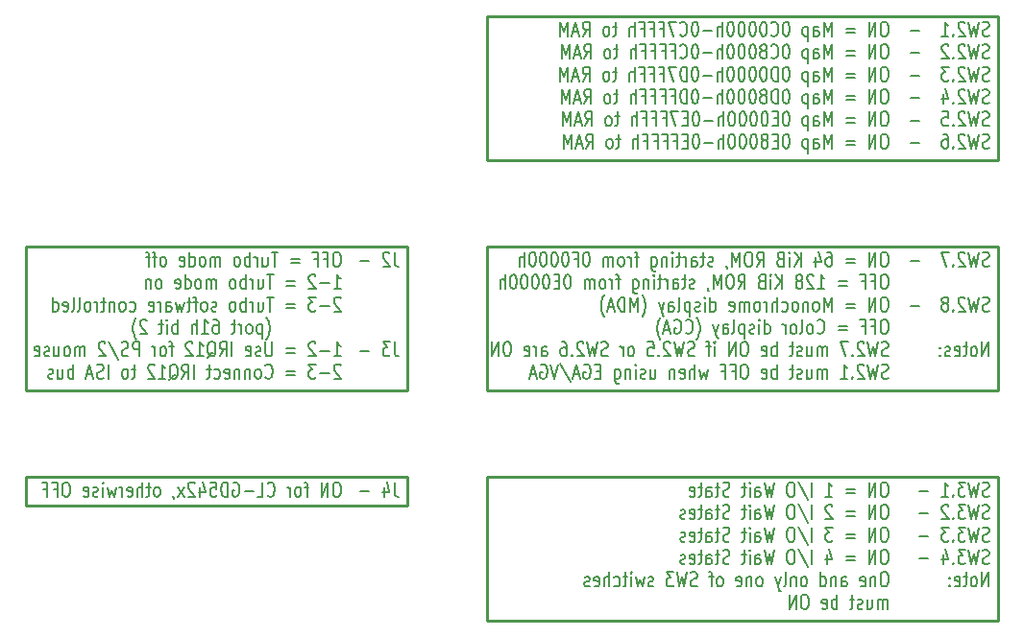
<source format=gbo>
G04 (created by PCBNEW-RS274X (2012-01-19 BZR 3256)-stable) date 9/26/2012 11:12:57 PM*
G01*
G70*
G90*
%MOIN*%
G04 Gerber Fmt 3.4, Leading zero omitted, Abs format*
%FSLAX34Y34*%
G04 APERTURE LIST*
%ADD10C,0.006000*%
%ADD11C,0.010000*%
%ADD12C,0.008000*%
G04 APERTURE END LIST*
G54D10*
G54D11*
X117000Y-57500D02*
X117000Y-52500D01*
X134750Y-57500D02*
X117000Y-57500D01*
X134750Y-52500D02*
X134750Y-57500D01*
X101000Y-61500D02*
X101000Y-60500D01*
X114250Y-61500D02*
X101000Y-61500D01*
X114250Y-60500D02*
X114250Y-61500D01*
X101000Y-60500D02*
X114250Y-60500D01*
X101000Y-57500D02*
X101000Y-52500D01*
X114250Y-57500D02*
X101000Y-57500D01*
X114250Y-52500D02*
X114250Y-57500D01*
X101000Y-52500D02*
X114250Y-52500D01*
X117000Y-65500D02*
X117000Y-60500D01*
X134750Y-65500D02*
X117000Y-65500D01*
X134750Y-60500D02*
X134750Y-65500D01*
X117000Y-60500D02*
X134750Y-60500D01*
X117000Y-52500D02*
X134750Y-52500D01*
X117000Y-49500D02*
X117000Y-44500D01*
X134750Y-49500D02*
X117000Y-49500D01*
X134750Y-44500D02*
X134750Y-49500D01*
X117000Y-44500D02*
X134750Y-44500D01*
G54D12*
X111829Y-52702D02*
X111752Y-52702D01*
X111714Y-52726D01*
X111676Y-52774D01*
X111657Y-52869D01*
X111657Y-53036D01*
X111676Y-53131D01*
X111714Y-53179D01*
X111752Y-53202D01*
X111829Y-53202D01*
X111867Y-53179D01*
X111905Y-53131D01*
X111924Y-53036D01*
X111924Y-52869D01*
X111905Y-52774D01*
X111867Y-52726D01*
X111829Y-52702D01*
X111352Y-52940D02*
X111486Y-52940D01*
X111486Y-53202D02*
X111486Y-52702D01*
X111295Y-52702D01*
X111009Y-52940D02*
X111143Y-52940D01*
X111143Y-53202D02*
X111143Y-52702D01*
X110952Y-52702D01*
X110495Y-52940D02*
X110190Y-52940D01*
X110190Y-53083D02*
X110495Y-53083D01*
X109752Y-52702D02*
X109523Y-52702D01*
X109638Y-53202D02*
X109638Y-52702D01*
X109218Y-52869D02*
X109218Y-53202D01*
X109390Y-52869D02*
X109390Y-53131D01*
X109371Y-53179D01*
X109333Y-53202D01*
X109275Y-53202D01*
X109237Y-53179D01*
X109218Y-53155D01*
X109028Y-53202D02*
X109028Y-52869D01*
X109028Y-52964D02*
X109009Y-52917D01*
X108990Y-52893D01*
X108952Y-52869D01*
X108913Y-52869D01*
X108780Y-53202D02*
X108780Y-52702D01*
X108780Y-52893D02*
X108742Y-52869D01*
X108665Y-52869D01*
X108627Y-52893D01*
X108608Y-52917D01*
X108589Y-52964D01*
X108589Y-53107D01*
X108608Y-53155D01*
X108627Y-53179D01*
X108665Y-53202D01*
X108742Y-53202D01*
X108780Y-53179D01*
X108361Y-53202D02*
X108399Y-53179D01*
X108418Y-53155D01*
X108437Y-53107D01*
X108437Y-52964D01*
X108418Y-52917D01*
X108399Y-52893D01*
X108361Y-52869D01*
X108303Y-52869D01*
X108265Y-52893D01*
X108246Y-52917D01*
X108227Y-52964D01*
X108227Y-53107D01*
X108246Y-53155D01*
X108265Y-53179D01*
X108303Y-53202D01*
X108361Y-53202D01*
X107751Y-53202D02*
X107751Y-52869D01*
X107751Y-52917D02*
X107732Y-52893D01*
X107694Y-52869D01*
X107636Y-52869D01*
X107598Y-52893D01*
X107579Y-52940D01*
X107579Y-53202D01*
X107579Y-52940D02*
X107560Y-52893D01*
X107522Y-52869D01*
X107465Y-52869D01*
X107427Y-52893D01*
X107408Y-52940D01*
X107408Y-53202D01*
X107161Y-53202D02*
X107199Y-53179D01*
X107218Y-53155D01*
X107237Y-53107D01*
X107237Y-52964D01*
X107218Y-52917D01*
X107199Y-52893D01*
X107161Y-52869D01*
X107103Y-52869D01*
X107065Y-52893D01*
X107046Y-52917D01*
X107027Y-52964D01*
X107027Y-53107D01*
X107046Y-53155D01*
X107065Y-53179D01*
X107103Y-53202D01*
X107161Y-53202D01*
X106684Y-53202D02*
X106684Y-52702D01*
X106684Y-53179D02*
X106722Y-53202D01*
X106799Y-53202D01*
X106837Y-53179D01*
X106856Y-53155D01*
X106875Y-53107D01*
X106875Y-52964D01*
X106856Y-52917D01*
X106837Y-52893D01*
X106799Y-52869D01*
X106722Y-52869D01*
X106684Y-52893D01*
X106341Y-53179D02*
X106379Y-53202D01*
X106456Y-53202D01*
X106494Y-53179D01*
X106513Y-53131D01*
X106513Y-52940D01*
X106494Y-52893D01*
X106456Y-52869D01*
X106379Y-52869D01*
X106341Y-52893D01*
X106322Y-52940D01*
X106322Y-52988D01*
X106513Y-53036D01*
X105789Y-53202D02*
X105827Y-53179D01*
X105846Y-53155D01*
X105865Y-53107D01*
X105865Y-52964D01*
X105846Y-52917D01*
X105827Y-52893D01*
X105789Y-52869D01*
X105731Y-52869D01*
X105693Y-52893D01*
X105674Y-52917D01*
X105655Y-52964D01*
X105655Y-53107D01*
X105674Y-53155D01*
X105693Y-53179D01*
X105731Y-53202D01*
X105789Y-53202D01*
X105541Y-52869D02*
X105389Y-52869D01*
X105484Y-53202D02*
X105484Y-52774D01*
X105465Y-52726D01*
X105427Y-52702D01*
X105389Y-52702D01*
X105312Y-52869D02*
X105160Y-52869D01*
X105255Y-53202D02*
X105255Y-52774D01*
X105236Y-52726D01*
X105198Y-52702D01*
X105160Y-52702D01*
X111695Y-53982D02*
X111924Y-53982D01*
X111810Y-53982D02*
X111810Y-53482D01*
X111848Y-53554D01*
X111886Y-53601D01*
X111924Y-53625D01*
X111524Y-53792D02*
X111219Y-53792D01*
X111048Y-53530D02*
X111029Y-53506D01*
X110991Y-53482D01*
X110895Y-53482D01*
X110857Y-53506D01*
X110838Y-53530D01*
X110819Y-53578D01*
X110819Y-53625D01*
X110838Y-53697D01*
X111067Y-53982D01*
X110819Y-53982D01*
X110343Y-53720D02*
X110038Y-53720D01*
X110038Y-53863D02*
X110343Y-53863D01*
X109600Y-53482D02*
X109371Y-53482D01*
X109486Y-53982D02*
X109486Y-53482D01*
X109066Y-53649D02*
X109066Y-53982D01*
X109238Y-53649D02*
X109238Y-53911D01*
X109219Y-53959D01*
X109181Y-53982D01*
X109123Y-53982D01*
X109085Y-53959D01*
X109066Y-53935D01*
X108876Y-53982D02*
X108876Y-53649D01*
X108876Y-53744D02*
X108857Y-53697D01*
X108838Y-53673D01*
X108800Y-53649D01*
X108761Y-53649D01*
X108628Y-53982D02*
X108628Y-53482D01*
X108628Y-53673D02*
X108590Y-53649D01*
X108513Y-53649D01*
X108475Y-53673D01*
X108456Y-53697D01*
X108437Y-53744D01*
X108437Y-53887D01*
X108456Y-53935D01*
X108475Y-53959D01*
X108513Y-53982D01*
X108590Y-53982D01*
X108628Y-53959D01*
X108209Y-53982D02*
X108247Y-53959D01*
X108266Y-53935D01*
X108285Y-53887D01*
X108285Y-53744D01*
X108266Y-53697D01*
X108247Y-53673D01*
X108209Y-53649D01*
X108151Y-53649D01*
X108113Y-53673D01*
X108094Y-53697D01*
X108075Y-53744D01*
X108075Y-53887D01*
X108094Y-53935D01*
X108113Y-53959D01*
X108151Y-53982D01*
X108209Y-53982D01*
X107599Y-53982D02*
X107599Y-53649D01*
X107599Y-53697D02*
X107580Y-53673D01*
X107542Y-53649D01*
X107484Y-53649D01*
X107446Y-53673D01*
X107427Y-53720D01*
X107427Y-53982D01*
X107427Y-53720D02*
X107408Y-53673D01*
X107370Y-53649D01*
X107313Y-53649D01*
X107275Y-53673D01*
X107256Y-53720D01*
X107256Y-53982D01*
X107009Y-53982D02*
X107047Y-53959D01*
X107066Y-53935D01*
X107085Y-53887D01*
X107085Y-53744D01*
X107066Y-53697D01*
X107047Y-53673D01*
X107009Y-53649D01*
X106951Y-53649D01*
X106913Y-53673D01*
X106894Y-53697D01*
X106875Y-53744D01*
X106875Y-53887D01*
X106894Y-53935D01*
X106913Y-53959D01*
X106951Y-53982D01*
X107009Y-53982D01*
X106532Y-53982D02*
X106532Y-53482D01*
X106532Y-53959D02*
X106570Y-53982D01*
X106647Y-53982D01*
X106685Y-53959D01*
X106704Y-53935D01*
X106723Y-53887D01*
X106723Y-53744D01*
X106704Y-53697D01*
X106685Y-53673D01*
X106647Y-53649D01*
X106570Y-53649D01*
X106532Y-53673D01*
X106189Y-53959D02*
X106227Y-53982D01*
X106304Y-53982D01*
X106342Y-53959D01*
X106361Y-53911D01*
X106361Y-53720D01*
X106342Y-53673D01*
X106304Y-53649D01*
X106227Y-53649D01*
X106189Y-53673D01*
X106170Y-53720D01*
X106170Y-53768D01*
X106361Y-53816D01*
X105637Y-53982D02*
X105675Y-53959D01*
X105694Y-53935D01*
X105713Y-53887D01*
X105713Y-53744D01*
X105694Y-53697D01*
X105675Y-53673D01*
X105637Y-53649D01*
X105579Y-53649D01*
X105541Y-53673D01*
X105522Y-53697D01*
X105503Y-53744D01*
X105503Y-53887D01*
X105522Y-53935D01*
X105541Y-53959D01*
X105579Y-53982D01*
X105637Y-53982D01*
X105332Y-53649D02*
X105332Y-53982D01*
X105332Y-53697D02*
X105313Y-53673D01*
X105275Y-53649D01*
X105217Y-53649D01*
X105179Y-53673D01*
X105160Y-53720D01*
X105160Y-53982D01*
X111924Y-54310D02*
X111905Y-54286D01*
X111867Y-54262D01*
X111771Y-54262D01*
X111733Y-54286D01*
X111714Y-54310D01*
X111695Y-54358D01*
X111695Y-54405D01*
X111714Y-54477D01*
X111943Y-54762D01*
X111695Y-54762D01*
X111524Y-54572D02*
X111219Y-54572D01*
X111067Y-54262D02*
X110819Y-54262D01*
X110953Y-54453D01*
X110895Y-54453D01*
X110857Y-54477D01*
X110838Y-54500D01*
X110819Y-54548D01*
X110819Y-54667D01*
X110838Y-54715D01*
X110857Y-54739D01*
X110895Y-54762D01*
X111010Y-54762D01*
X111048Y-54739D01*
X111067Y-54715D01*
X110343Y-54500D02*
X110038Y-54500D01*
X110038Y-54643D02*
X110343Y-54643D01*
X109600Y-54262D02*
X109371Y-54262D01*
X109486Y-54762D02*
X109486Y-54262D01*
X109066Y-54429D02*
X109066Y-54762D01*
X109238Y-54429D02*
X109238Y-54691D01*
X109219Y-54739D01*
X109181Y-54762D01*
X109123Y-54762D01*
X109085Y-54739D01*
X109066Y-54715D01*
X108876Y-54762D02*
X108876Y-54429D01*
X108876Y-54524D02*
X108857Y-54477D01*
X108838Y-54453D01*
X108800Y-54429D01*
X108761Y-54429D01*
X108628Y-54762D02*
X108628Y-54262D01*
X108628Y-54453D02*
X108590Y-54429D01*
X108513Y-54429D01*
X108475Y-54453D01*
X108456Y-54477D01*
X108437Y-54524D01*
X108437Y-54667D01*
X108456Y-54715D01*
X108475Y-54739D01*
X108513Y-54762D01*
X108590Y-54762D01*
X108628Y-54739D01*
X108209Y-54762D02*
X108247Y-54739D01*
X108266Y-54715D01*
X108285Y-54667D01*
X108285Y-54524D01*
X108266Y-54477D01*
X108247Y-54453D01*
X108209Y-54429D01*
X108151Y-54429D01*
X108113Y-54453D01*
X108094Y-54477D01*
X108075Y-54524D01*
X108075Y-54667D01*
X108094Y-54715D01*
X108113Y-54739D01*
X108151Y-54762D01*
X108209Y-54762D01*
X107618Y-54739D02*
X107580Y-54762D01*
X107504Y-54762D01*
X107465Y-54739D01*
X107446Y-54691D01*
X107446Y-54667D01*
X107465Y-54620D01*
X107504Y-54596D01*
X107561Y-54596D01*
X107599Y-54572D01*
X107618Y-54524D01*
X107618Y-54500D01*
X107599Y-54453D01*
X107561Y-54429D01*
X107504Y-54429D01*
X107465Y-54453D01*
X107218Y-54762D02*
X107256Y-54739D01*
X107275Y-54715D01*
X107294Y-54667D01*
X107294Y-54524D01*
X107275Y-54477D01*
X107256Y-54453D01*
X107218Y-54429D01*
X107160Y-54429D01*
X107122Y-54453D01*
X107103Y-54477D01*
X107084Y-54524D01*
X107084Y-54667D01*
X107103Y-54715D01*
X107122Y-54739D01*
X107160Y-54762D01*
X107218Y-54762D01*
X106970Y-54429D02*
X106818Y-54429D01*
X106913Y-54762D02*
X106913Y-54334D01*
X106894Y-54286D01*
X106856Y-54262D01*
X106818Y-54262D01*
X106741Y-54429D02*
X106589Y-54429D01*
X106684Y-54262D02*
X106684Y-54691D01*
X106665Y-54739D01*
X106627Y-54762D01*
X106589Y-54762D01*
X106493Y-54429D02*
X106417Y-54762D01*
X106340Y-54524D01*
X106264Y-54762D01*
X106188Y-54429D01*
X105864Y-54762D02*
X105864Y-54500D01*
X105883Y-54453D01*
X105921Y-54429D01*
X105998Y-54429D01*
X106036Y-54453D01*
X105864Y-54739D02*
X105902Y-54762D01*
X105998Y-54762D01*
X106036Y-54739D01*
X106055Y-54691D01*
X106055Y-54643D01*
X106036Y-54596D01*
X105998Y-54572D01*
X105902Y-54572D01*
X105864Y-54548D01*
X105674Y-54762D02*
X105674Y-54429D01*
X105674Y-54524D02*
X105655Y-54477D01*
X105636Y-54453D01*
X105598Y-54429D01*
X105559Y-54429D01*
X105273Y-54739D02*
X105311Y-54762D01*
X105388Y-54762D01*
X105426Y-54739D01*
X105445Y-54691D01*
X105445Y-54500D01*
X105426Y-54453D01*
X105388Y-54429D01*
X105311Y-54429D01*
X105273Y-54453D01*
X105254Y-54500D01*
X105254Y-54548D01*
X105445Y-54596D01*
X104606Y-54739D02*
X104644Y-54762D01*
X104721Y-54762D01*
X104759Y-54739D01*
X104778Y-54715D01*
X104797Y-54667D01*
X104797Y-54524D01*
X104778Y-54477D01*
X104759Y-54453D01*
X104721Y-54429D01*
X104644Y-54429D01*
X104606Y-54453D01*
X104378Y-54762D02*
X104416Y-54739D01*
X104435Y-54715D01*
X104454Y-54667D01*
X104454Y-54524D01*
X104435Y-54477D01*
X104416Y-54453D01*
X104378Y-54429D01*
X104320Y-54429D01*
X104282Y-54453D01*
X104263Y-54477D01*
X104244Y-54524D01*
X104244Y-54667D01*
X104263Y-54715D01*
X104282Y-54739D01*
X104320Y-54762D01*
X104378Y-54762D01*
X104073Y-54429D02*
X104073Y-54762D01*
X104073Y-54477D02*
X104054Y-54453D01*
X104016Y-54429D01*
X103958Y-54429D01*
X103920Y-54453D01*
X103901Y-54500D01*
X103901Y-54762D01*
X103768Y-54429D02*
X103616Y-54429D01*
X103711Y-54262D02*
X103711Y-54691D01*
X103692Y-54739D01*
X103654Y-54762D01*
X103616Y-54762D01*
X103482Y-54762D02*
X103482Y-54429D01*
X103482Y-54524D02*
X103463Y-54477D01*
X103444Y-54453D01*
X103406Y-54429D01*
X103367Y-54429D01*
X103177Y-54762D02*
X103215Y-54739D01*
X103234Y-54715D01*
X103253Y-54667D01*
X103253Y-54524D01*
X103234Y-54477D01*
X103215Y-54453D01*
X103177Y-54429D01*
X103119Y-54429D01*
X103081Y-54453D01*
X103062Y-54477D01*
X103043Y-54524D01*
X103043Y-54667D01*
X103062Y-54715D01*
X103081Y-54739D01*
X103119Y-54762D01*
X103177Y-54762D01*
X102815Y-54762D02*
X102853Y-54739D01*
X102872Y-54691D01*
X102872Y-54262D01*
X102605Y-54762D02*
X102643Y-54739D01*
X102662Y-54691D01*
X102662Y-54262D01*
X102299Y-54739D02*
X102337Y-54762D01*
X102414Y-54762D01*
X102452Y-54739D01*
X102471Y-54691D01*
X102471Y-54500D01*
X102452Y-54453D01*
X102414Y-54429D01*
X102337Y-54429D01*
X102299Y-54453D01*
X102280Y-54500D01*
X102280Y-54548D01*
X102471Y-54596D01*
X101937Y-54762D02*
X101937Y-54262D01*
X101937Y-54739D02*
X101975Y-54762D01*
X102052Y-54762D01*
X102090Y-54739D01*
X102109Y-54715D01*
X102128Y-54667D01*
X102128Y-54524D01*
X102109Y-54477D01*
X102090Y-54453D01*
X102052Y-54429D01*
X101975Y-54429D01*
X101937Y-54453D01*
X109350Y-55733D02*
X109370Y-55709D01*
X109408Y-55638D01*
X109427Y-55590D01*
X109446Y-55519D01*
X109465Y-55400D01*
X109465Y-55304D01*
X109446Y-55185D01*
X109427Y-55114D01*
X109408Y-55066D01*
X109370Y-54995D01*
X109350Y-54971D01*
X109198Y-55209D02*
X109198Y-55709D01*
X109198Y-55233D02*
X109160Y-55209D01*
X109083Y-55209D01*
X109045Y-55233D01*
X109026Y-55257D01*
X109007Y-55304D01*
X109007Y-55447D01*
X109026Y-55495D01*
X109045Y-55519D01*
X109083Y-55542D01*
X109160Y-55542D01*
X109198Y-55519D01*
X108779Y-55542D02*
X108817Y-55519D01*
X108836Y-55495D01*
X108855Y-55447D01*
X108855Y-55304D01*
X108836Y-55257D01*
X108817Y-55233D01*
X108779Y-55209D01*
X108721Y-55209D01*
X108683Y-55233D01*
X108664Y-55257D01*
X108645Y-55304D01*
X108645Y-55447D01*
X108664Y-55495D01*
X108683Y-55519D01*
X108721Y-55542D01*
X108779Y-55542D01*
X108474Y-55542D02*
X108474Y-55209D01*
X108474Y-55304D02*
X108455Y-55257D01*
X108436Y-55233D01*
X108398Y-55209D01*
X108359Y-55209D01*
X108283Y-55209D02*
X108131Y-55209D01*
X108226Y-55042D02*
X108226Y-55471D01*
X108207Y-55519D01*
X108169Y-55542D01*
X108131Y-55542D01*
X107520Y-55042D02*
X107597Y-55042D01*
X107635Y-55066D01*
X107654Y-55090D01*
X107692Y-55161D01*
X107711Y-55257D01*
X107711Y-55447D01*
X107692Y-55495D01*
X107673Y-55519D01*
X107635Y-55542D01*
X107558Y-55542D01*
X107520Y-55519D01*
X107501Y-55495D01*
X107482Y-55447D01*
X107482Y-55328D01*
X107501Y-55280D01*
X107520Y-55257D01*
X107558Y-55233D01*
X107635Y-55233D01*
X107673Y-55257D01*
X107692Y-55280D01*
X107711Y-55328D01*
X107101Y-55542D02*
X107330Y-55542D01*
X107216Y-55542D02*
X107216Y-55042D01*
X107254Y-55114D01*
X107292Y-55161D01*
X107330Y-55185D01*
X106930Y-55542D02*
X106930Y-55042D01*
X106758Y-55542D02*
X106758Y-55280D01*
X106777Y-55233D01*
X106815Y-55209D01*
X106873Y-55209D01*
X106911Y-55233D01*
X106930Y-55257D01*
X106263Y-55542D02*
X106263Y-55042D01*
X106263Y-55233D02*
X106225Y-55209D01*
X106148Y-55209D01*
X106110Y-55233D01*
X106091Y-55257D01*
X106072Y-55304D01*
X106072Y-55447D01*
X106091Y-55495D01*
X106110Y-55519D01*
X106148Y-55542D01*
X106225Y-55542D01*
X106263Y-55519D01*
X105901Y-55542D02*
X105901Y-55209D01*
X105901Y-55042D02*
X105920Y-55066D01*
X105901Y-55090D01*
X105882Y-55066D01*
X105901Y-55042D01*
X105901Y-55090D01*
X105768Y-55209D02*
X105616Y-55209D01*
X105711Y-55042D02*
X105711Y-55471D01*
X105692Y-55519D01*
X105654Y-55542D01*
X105616Y-55542D01*
X105196Y-55090D02*
X105177Y-55066D01*
X105139Y-55042D01*
X105043Y-55042D01*
X105005Y-55066D01*
X104986Y-55090D01*
X104967Y-55138D01*
X104967Y-55185D01*
X104986Y-55257D01*
X105215Y-55542D01*
X104967Y-55542D01*
X104834Y-55733D02*
X104815Y-55709D01*
X104777Y-55638D01*
X104758Y-55590D01*
X104739Y-55519D01*
X104720Y-55400D01*
X104720Y-55304D01*
X104739Y-55185D01*
X104758Y-55114D01*
X104777Y-55066D01*
X104815Y-54995D01*
X104834Y-54971D01*
X111695Y-56322D02*
X111924Y-56322D01*
X111810Y-56322D02*
X111810Y-55822D01*
X111848Y-55894D01*
X111886Y-55941D01*
X111924Y-55965D01*
X111524Y-56132D02*
X111219Y-56132D01*
X111048Y-55870D02*
X111029Y-55846D01*
X110991Y-55822D01*
X110895Y-55822D01*
X110857Y-55846D01*
X110838Y-55870D01*
X110819Y-55918D01*
X110819Y-55965D01*
X110838Y-56037D01*
X111067Y-56322D01*
X110819Y-56322D01*
X110343Y-56060D02*
X110038Y-56060D01*
X110038Y-56203D02*
X110343Y-56203D01*
X109543Y-55822D02*
X109543Y-56227D01*
X109524Y-56275D01*
X109505Y-56299D01*
X109467Y-56322D01*
X109390Y-56322D01*
X109352Y-56299D01*
X109333Y-56275D01*
X109314Y-56227D01*
X109314Y-55822D01*
X109143Y-56299D02*
X109105Y-56322D01*
X109029Y-56322D01*
X108990Y-56299D01*
X108971Y-56251D01*
X108971Y-56227D01*
X108990Y-56180D01*
X109029Y-56156D01*
X109086Y-56156D01*
X109124Y-56132D01*
X109143Y-56084D01*
X109143Y-56060D01*
X109124Y-56013D01*
X109086Y-55989D01*
X109029Y-55989D01*
X108990Y-56013D01*
X108647Y-56299D02*
X108685Y-56322D01*
X108762Y-56322D01*
X108800Y-56299D01*
X108819Y-56251D01*
X108819Y-56060D01*
X108800Y-56013D01*
X108762Y-55989D01*
X108685Y-55989D01*
X108647Y-56013D01*
X108628Y-56060D01*
X108628Y-56108D01*
X108819Y-56156D01*
X108152Y-56322D02*
X108152Y-55822D01*
X107733Y-56322D02*
X107867Y-56084D01*
X107962Y-56322D02*
X107962Y-55822D01*
X107809Y-55822D01*
X107771Y-55846D01*
X107752Y-55870D01*
X107733Y-55918D01*
X107733Y-55989D01*
X107752Y-56037D01*
X107771Y-56060D01*
X107809Y-56084D01*
X107962Y-56084D01*
X107295Y-56370D02*
X107333Y-56346D01*
X107371Y-56299D01*
X107428Y-56227D01*
X107467Y-56203D01*
X107505Y-56203D01*
X107486Y-56322D02*
X107524Y-56299D01*
X107562Y-56251D01*
X107581Y-56156D01*
X107581Y-55989D01*
X107562Y-55894D01*
X107524Y-55846D01*
X107486Y-55822D01*
X107409Y-55822D01*
X107371Y-55846D01*
X107333Y-55894D01*
X107314Y-55989D01*
X107314Y-56156D01*
X107333Y-56251D01*
X107371Y-56299D01*
X107409Y-56322D01*
X107486Y-56322D01*
X106933Y-56322D02*
X107162Y-56322D01*
X107048Y-56322D02*
X107048Y-55822D01*
X107086Y-55894D01*
X107124Y-55941D01*
X107162Y-55965D01*
X106781Y-55870D02*
X106762Y-55846D01*
X106724Y-55822D01*
X106628Y-55822D01*
X106590Y-55846D01*
X106571Y-55870D01*
X106552Y-55918D01*
X106552Y-55965D01*
X106571Y-56037D01*
X106800Y-56322D01*
X106552Y-56322D01*
X106133Y-55989D02*
X105981Y-55989D01*
X106076Y-56322D02*
X106076Y-55894D01*
X106057Y-55846D01*
X106019Y-55822D01*
X105981Y-55822D01*
X105790Y-56322D02*
X105828Y-56299D01*
X105847Y-56275D01*
X105866Y-56227D01*
X105866Y-56084D01*
X105847Y-56037D01*
X105828Y-56013D01*
X105790Y-55989D01*
X105732Y-55989D01*
X105694Y-56013D01*
X105675Y-56037D01*
X105656Y-56084D01*
X105656Y-56227D01*
X105675Y-56275D01*
X105694Y-56299D01*
X105732Y-56322D01*
X105790Y-56322D01*
X105485Y-56322D02*
X105485Y-55989D01*
X105485Y-56084D02*
X105466Y-56037D01*
X105447Y-56013D01*
X105409Y-55989D01*
X105370Y-55989D01*
X104932Y-56322D02*
X104932Y-55822D01*
X104779Y-55822D01*
X104741Y-55846D01*
X104722Y-55870D01*
X104703Y-55918D01*
X104703Y-55989D01*
X104722Y-56037D01*
X104741Y-56060D01*
X104779Y-56084D01*
X104932Y-56084D01*
X104551Y-56299D02*
X104494Y-56322D01*
X104398Y-56322D01*
X104360Y-56299D01*
X104341Y-56275D01*
X104322Y-56227D01*
X104322Y-56180D01*
X104341Y-56132D01*
X104360Y-56108D01*
X104398Y-56084D01*
X104475Y-56060D01*
X104513Y-56037D01*
X104532Y-56013D01*
X104551Y-55965D01*
X104551Y-55918D01*
X104532Y-55870D01*
X104513Y-55846D01*
X104475Y-55822D01*
X104379Y-55822D01*
X104322Y-55846D01*
X103865Y-55799D02*
X104208Y-56441D01*
X103751Y-55870D02*
X103732Y-55846D01*
X103694Y-55822D01*
X103598Y-55822D01*
X103560Y-55846D01*
X103541Y-55870D01*
X103522Y-55918D01*
X103522Y-55965D01*
X103541Y-56037D01*
X103770Y-56322D01*
X103522Y-56322D01*
X103046Y-56322D02*
X103046Y-55989D01*
X103046Y-56037D02*
X103027Y-56013D01*
X102989Y-55989D01*
X102931Y-55989D01*
X102893Y-56013D01*
X102874Y-56060D01*
X102874Y-56322D01*
X102874Y-56060D02*
X102855Y-56013D01*
X102817Y-55989D01*
X102760Y-55989D01*
X102722Y-56013D01*
X102703Y-56060D01*
X102703Y-56322D01*
X102456Y-56322D02*
X102494Y-56299D01*
X102513Y-56275D01*
X102532Y-56227D01*
X102532Y-56084D01*
X102513Y-56037D01*
X102494Y-56013D01*
X102456Y-55989D01*
X102398Y-55989D01*
X102360Y-56013D01*
X102341Y-56037D01*
X102322Y-56084D01*
X102322Y-56227D01*
X102341Y-56275D01*
X102360Y-56299D01*
X102398Y-56322D01*
X102456Y-56322D01*
X101979Y-55989D02*
X101979Y-56322D01*
X102151Y-55989D02*
X102151Y-56251D01*
X102132Y-56299D01*
X102094Y-56322D01*
X102036Y-56322D01*
X101998Y-56299D01*
X101979Y-56275D01*
X101808Y-56299D02*
X101770Y-56322D01*
X101694Y-56322D01*
X101655Y-56299D01*
X101636Y-56251D01*
X101636Y-56227D01*
X101655Y-56180D01*
X101694Y-56156D01*
X101751Y-56156D01*
X101789Y-56132D01*
X101808Y-56084D01*
X101808Y-56060D01*
X101789Y-56013D01*
X101751Y-55989D01*
X101694Y-55989D01*
X101655Y-56013D01*
X101312Y-56299D02*
X101350Y-56322D01*
X101427Y-56322D01*
X101465Y-56299D01*
X101484Y-56251D01*
X101484Y-56060D01*
X101465Y-56013D01*
X101427Y-55989D01*
X101350Y-55989D01*
X101312Y-56013D01*
X101293Y-56060D01*
X101293Y-56108D01*
X101484Y-56156D01*
X111924Y-56650D02*
X111905Y-56626D01*
X111867Y-56602D01*
X111771Y-56602D01*
X111733Y-56626D01*
X111714Y-56650D01*
X111695Y-56698D01*
X111695Y-56745D01*
X111714Y-56817D01*
X111943Y-57102D01*
X111695Y-57102D01*
X111524Y-56912D02*
X111219Y-56912D01*
X111067Y-56602D02*
X110819Y-56602D01*
X110953Y-56793D01*
X110895Y-56793D01*
X110857Y-56817D01*
X110838Y-56840D01*
X110819Y-56888D01*
X110819Y-57007D01*
X110838Y-57055D01*
X110857Y-57079D01*
X110895Y-57102D01*
X111010Y-57102D01*
X111048Y-57079D01*
X111067Y-57055D01*
X110343Y-56840D02*
X110038Y-56840D01*
X110038Y-56983D02*
X110343Y-56983D01*
X109314Y-57055D02*
X109333Y-57079D01*
X109390Y-57102D01*
X109428Y-57102D01*
X109486Y-57079D01*
X109524Y-57031D01*
X109543Y-56983D01*
X109562Y-56888D01*
X109562Y-56817D01*
X109543Y-56721D01*
X109524Y-56674D01*
X109486Y-56626D01*
X109428Y-56602D01*
X109390Y-56602D01*
X109333Y-56626D01*
X109314Y-56650D01*
X109086Y-57102D02*
X109124Y-57079D01*
X109143Y-57055D01*
X109162Y-57007D01*
X109162Y-56864D01*
X109143Y-56817D01*
X109124Y-56793D01*
X109086Y-56769D01*
X109028Y-56769D01*
X108990Y-56793D01*
X108971Y-56817D01*
X108952Y-56864D01*
X108952Y-57007D01*
X108971Y-57055D01*
X108990Y-57079D01*
X109028Y-57102D01*
X109086Y-57102D01*
X108781Y-56769D02*
X108781Y-57102D01*
X108781Y-56817D02*
X108762Y-56793D01*
X108724Y-56769D01*
X108666Y-56769D01*
X108628Y-56793D01*
X108609Y-56840D01*
X108609Y-57102D01*
X108419Y-56769D02*
X108419Y-57102D01*
X108419Y-56817D02*
X108400Y-56793D01*
X108362Y-56769D01*
X108304Y-56769D01*
X108266Y-56793D01*
X108247Y-56840D01*
X108247Y-57102D01*
X107904Y-57079D02*
X107942Y-57102D01*
X108019Y-57102D01*
X108057Y-57079D01*
X108076Y-57031D01*
X108076Y-56840D01*
X108057Y-56793D01*
X108019Y-56769D01*
X107942Y-56769D01*
X107904Y-56793D01*
X107885Y-56840D01*
X107885Y-56888D01*
X108076Y-56936D01*
X107542Y-57079D02*
X107580Y-57102D01*
X107657Y-57102D01*
X107695Y-57079D01*
X107714Y-57055D01*
X107733Y-57007D01*
X107733Y-56864D01*
X107714Y-56817D01*
X107695Y-56793D01*
X107657Y-56769D01*
X107580Y-56769D01*
X107542Y-56793D01*
X107428Y-56769D02*
X107276Y-56769D01*
X107371Y-56602D02*
X107371Y-57031D01*
X107352Y-57079D01*
X107314Y-57102D01*
X107276Y-57102D01*
X106837Y-57102D02*
X106837Y-56602D01*
X106418Y-57102D02*
X106552Y-56864D01*
X106647Y-57102D02*
X106647Y-56602D01*
X106494Y-56602D01*
X106456Y-56626D01*
X106437Y-56650D01*
X106418Y-56698D01*
X106418Y-56769D01*
X106437Y-56817D01*
X106456Y-56840D01*
X106494Y-56864D01*
X106647Y-56864D01*
X105980Y-57150D02*
X106018Y-57126D01*
X106056Y-57079D01*
X106113Y-57007D01*
X106152Y-56983D01*
X106190Y-56983D01*
X106171Y-57102D02*
X106209Y-57079D01*
X106247Y-57031D01*
X106266Y-56936D01*
X106266Y-56769D01*
X106247Y-56674D01*
X106209Y-56626D01*
X106171Y-56602D01*
X106094Y-56602D01*
X106056Y-56626D01*
X106018Y-56674D01*
X105999Y-56769D01*
X105999Y-56936D01*
X106018Y-57031D01*
X106056Y-57079D01*
X106094Y-57102D01*
X106171Y-57102D01*
X105618Y-57102D02*
X105847Y-57102D01*
X105733Y-57102D02*
X105733Y-56602D01*
X105771Y-56674D01*
X105809Y-56721D01*
X105847Y-56745D01*
X105466Y-56650D02*
X105447Y-56626D01*
X105409Y-56602D01*
X105313Y-56602D01*
X105275Y-56626D01*
X105256Y-56650D01*
X105237Y-56698D01*
X105237Y-56745D01*
X105256Y-56817D01*
X105485Y-57102D01*
X105237Y-57102D01*
X104818Y-56769D02*
X104666Y-56769D01*
X104761Y-56602D02*
X104761Y-57031D01*
X104742Y-57079D01*
X104704Y-57102D01*
X104666Y-57102D01*
X104475Y-57102D02*
X104513Y-57079D01*
X104532Y-57055D01*
X104551Y-57007D01*
X104551Y-56864D01*
X104532Y-56817D01*
X104513Y-56793D01*
X104475Y-56769D01*
X104417Y-56769D01*
X104379Y-56793D01*
X104360Y-56817D01*
X104341Y-56864D01*
X104341Y-57007D01*
X104360Y-57055D01*
X104379Y-57079D01*
X104417Y-57102D01*
X104475Y-57102D01*
X103865Y-57102D02*
X103865Y-56602D01*
X103694Y-57079D02*
X103637Y-57102D01*
X103541Y-57102D01*
X103503Y-57079D01*
X103484Y-57055D01*
X103465Y-57007D01*
X103465Y-56960D01*
X103484Y-56912D01*
X103503Y-56888D01*
X103541Y-56864D01*
X103618Y-56840D01*
X103656Y-56817D01*
X103675Y-56793D01*
X103694Y-56745D01*
X103694Y-56698D01*
X103675Y-56650D01*
X103656Y-56626D01*
X103618Y-56602D01*
X103522Y-56602D01*
X103465Y-56626D01*
X103313Y-56960D02*
X103122Y-56960D01*
X103351Y-57102D02*
X103218Y-56602D01*
X103084Y-57102D01*
X102646Y-57102D02*
X102646Y-56602D01*
X102646Y-56793D02*
X102608Y-56769D01*
X102531Y-56769D01*
X102493Y-56793D01*
X102474Y-56817D01*
X102455Y-56864D01*
X102455Y-57007D01*
X102474Y-57055D01*
X102493Y-57079D01*
X102531Y-57102D01*
X102608Y-57102D01*
X102646Y-57079D01*
X102112Y-56769D02*
X102112Y-57102D01*
X102284Y-56769D02*
X102284Y-57031D01*
X102265Y-57079D01*
X102227Y-57102D01*
X102169Y-57102D01*
X102131Y-57079D01*
X102112Y-57055D01*
X101941Y-57079D02*
X101903Y-57102D01*
X101827Y-57102D01*
X101788Y-57079D01*
X101769Y-57031D01*
X101769Y-57007D01*
X101788Y-56960D01*
X101827Y-56936D01*
X101884Y-56936D01*
X101922Y-56912D01*
X101941Y-56864D01*
X101941Y-56840D01*
X101922Y-56793D01*
X101884Y-56769D01*
X101827Y-56769D01*
X101788Y-56793D01*
X113790Y-52702D02*
X113790Y-53060D01*
X113810Y-53131D01*
X113848Y-53179D01*
X113905Y-53202D01*
X113943Y-53202D01*
X113619Y-52750D02*
X113600Y-52726D01*
X113562Y-52702D01*
X113466Y-52702D01*
X113428Y-52726D01*
X113409Y-52750D01*
X113390Y-52798D01*
X113390Y-52845D01*
X113409Y-52917D01*
X113638Y-53202D01*
X113390Y-53202D01*
X112914Y-53012D02*
X112609Y-53012D01*
X113790Y-55822D02*
X113790Y-56180D01*
X113810Y-56251D01*
X113848Y-56299D01*
X113905Y-56322D01*
X113943Y-56322D01*
X113638Y-55822D02*
X113390Y-55822D01*
X113524Y-56013D01*
X113466Y-56013D01*
X113428Y-56037D01*
X113409Y-56060D01*
X113390Y-56108D01*
X113390Y-56227D01*
X113409Y-56275D01*
X113428Y-56299D01*
X113466Y-56322D01*
X113581Y-56322D01*
X113619Y-56299D01*
X113638Y-56275D01*
X112914Y-56132D02*
X112609Y-56132D01*
X130829Y-60702D02*
X130752Y-60702D01*
X130714Y-60726D01*
X130676Y-60774D01*
X130657Y-60869D01*
X130657Y-61036D01*
X130676Y-61131D01*
X130714Y-61179D01*
X130752Y-61202D01*
X130829Y-61202D01*
X130867Y-61179D01*
X130905Y-61131D01*
X130924Y-61036D01*
X130924Y-60869D01*
X130905Y-60774D01*
X130867Y-60726D01*
X130829Y-60702D01*
X130486Y-61202D02*
X130486Y-60702D01*
X130257Y-61202D01*
X130257Y-60702D01*
X129762Y-60940D02*
X129457Y-60940D01*
X129457Y-61083D02*
X129762Y-61083D01*
X128752Y-61202D02*
X128981Y-61202D01*
X128867Y-61202D02*
X128867Y-60702D01*
X128905Y-60774D01*
X128943Y-60821D01*
X128981Y-60845D01*
X128276Y-61202D02*
X128276Y-60702D01*
X127800Y-60679D02*
X128143Y-61321D01*
X127591Y-60702D02*
X127514Y-60702D01*
X127476Y-60726D01*
X127438Y-60774D01*
X127419Y-60869D01*
X127419Y-61036D01*
X127438Y-61131D01*
X127476Y-61179D01*
X127514Y-61202D01*
X127591Y-61202D01*
X127629Y-61179D01*
X127667Y-61131D01*
X127686Y-61036D01*
X127686Y-60869D01*
X127667Y-60774D01*
X127629Y-60726D01*
X127591Y-60702D01*
X126981Y-60702D02*
X126886Y-61202D01*
X126809Y-60845D01*
X126733Y-61202D01*
X126638Y-60702D01*
X126314Y-61202D02*
X126314Y-60940D01*
X126333Y-60893D01*
X126371Y-60869D01*
X126448Y-60869D01*
X126486Y-60893D01*
X126314Y-61179D02*
X126352Y-61202D01*
X126448Y-61202D01*
X126486Y-61179D01*
X126505Y-61131D01*
X126505Y-61083D01*
X126486Y-61036D01*
X126448Y-61012D01*
X126352Y-61012D01*
X126314Y-60988D01*
X126124Y-61202D02*
X126124Y-60869D01*
X126124Y-60702D02*
X126143Y-60726D01*
X126124Y-60750D01*
X126105Y-60726D01*
X126124Y-60702D01*
X126124Y-60750D01*
X125991Y-60869D02*
X125839Y-60869D01*
X125934Y-60702D02*
X125934Y-61131D01*
X125915Y-61179D01*
X125877Y-61202D01*
X125839Y-61202D01*
X125419Y-61179D02*
X125362Y-61202D01*
X125266Y-61202D01*
X125228Y-61179D01*
X125209Y-61155D01*
X125190Y-61107D01*
X125190Y-61060D01*
X125209Y-61012D01*
X125228Y-60988D01*
X125266Y-60964D01*
X125343Y-60940D01*
X125381Y-60917D01*
X125400Y-60893D01*
X125419Y-60845D01*
X125419Y-60798D01*
X125400Y-60750D01*
X125381Y-60726D01*
X125343Y-60702D01*
X125247Y-60702D01*
X125190Y-60726D01*
X125076Y-60869D02*
X124924Y-60869D01*
X125019Y-60702D02*
X125019Y-61131D01*
X125000Y-61179D01*
X124962Y-61202D01*
X124924Y-61202D01*
X124618Y-61202D02*
X124618Y-60940D01*
X124637Y-60893D01*
X124675Y-60869D01*
X124752Y-60869D01*
X124790Y-60893D01*
X124618Y-61179D02*
X124656Y-61202D01*
X124752Y-61202D01*
X124790Y-61179D01*
X124809Y-61131D01*
X124809Y-61083D01*
X124790Y-61036D01*
X124752Y-61012D01*
X124656Y-61012D01*
X124618Y-60988D01*
X124485Y-60869D02*
X124333Y-60869D01*
X124428Y-60702D02*
X124428Y-61131D01*
X124409Y-61179D01*
X124371Y-61202D01*
X124333Y-61202D01*
X124046Y-61179D02*
X124084Y-61202D01*
X124161Y-61202D01*
X124199Y-61179D01*
X124218Y-61131D01*
X124218Y-60940D01*
X124199Y-60893D01*
X124161Y-60869D01*
X124084Y-60869D01*
X124046Y-60893D01*
X124027Y-60940D01*
X124027Y-60988D01*
X124218Y-61036D01*
X130829Y-61482D02*
X130752Y-61482D01*
X130714Y-61506D01*
X130676Y-61554D01*
X130657Y-61649D01*
X130657Y-61816D01*
X130676Y-61911D01*
X130714Y-61959D01*
X130752Y-61982D01*
X130829Y-61982D01*
X130867Y-61959D01*
X130905Y-61911D01*
X130924Y-61816D01*
X130924Y-61649D01*
X130905Y-61554D01*
X130867Y-61506D01*
X130829Y-61482D01*
X130486Y-61982D02*
X130486Y-61482D01*
X130257Y-61982D01*
X130257Y-61482D01*
X129762Y-61720D02*
X129457Y-61720D01*
X129457Y-61863D02*
X129762Y-61863D01*
X128981Y-61530D02*
X128962Y-61506D01*
X128924Y-61482D01*
X128828Y-61482D01*
X128790Y-61506D01*
X128771Y-61530D01*
X128752Y-61578D01*
X128752Y-61625D01*
X128771Y-61697D01*
X129000Y-61982D01*
X128752Y-61982D01*
X128276Y-61982D02*
X128276Y-61482D01*
X127800Y-61459D02*
X128143Y-62101D01*
X127591Y-61482D02*
X127514Y-61482D01*
X127476Y-61506D01*
X127438Y-61554D01*
X127419Y-61649D01*
X127419Y-61816D01*
X127438Y-61911D01*
X127476Y-61959D01*
X127514Y-61982D01*
X127591Y-61982D01*
X127629Y-61959D01*
X127667Y-61911D01*
X127686Y-61816D01*
X127686Y-61649D01*
X127667Y-61554D01*
X127629Y-61506D01*
X127591Y-61482D01*
X126981Y-61482D02*
X126886Y-61982D01*
X126809Y-61625D01*
X126733Y-61982D01*
X126638Y-61482D01*
X126314Y-61982D02*
X126314Y-61720D01*
X126333Y-61673D01*
X126371Y-61649D01*
X126448Y-61649D01*
X126486Y-61673D01*
X126314Y-61959D02*
X126352Y-61982D01*
X126448Y-61982D01*
X126486Y-61959D01*
X126505Y-61911D01*
X126505Y-61863D01*
X126486Y-61816D01*
X126448Y-61792D01*
X126352Y-61792D01*
X126314Y-61768D01*
X126124Y-61982D02*
X126124Y-61649D01*
X126124Y-61482D02*
X126143Y-61506D01*
X126124Y-61530D01*
X126105Y-61506D01*
X126124Y-61482D01*
X126124Y-61530D01*
X125991Y-61649D02*
X125839Y-61649D01*
X125934Y-61482D02*
X125934Y-61911D01*
X125915Y-61959D01*
X125877Y-61982D01*
X125839Y-61982D01*
X125419Y-61959D02*
X125362Y-61982D01*
X125266Y-61982D01*
X125228Y-61959D01*
X125209Y-61935D01*
X125190Y-61887D01*
X125190Y-61840D01*
X125209Y-61792D01*
X125228Y-61768D01*
X125266Y-61744D01*
X125343Y-61720D01*
X125381Y-61697D01*
X125400Y-61673D01*
X125419Y-61625D01*
X125419Y-61578D01*
X125400Y-61530D01*
X125381Y-61506D01*
X125343Y-61482D01*
X125247Y-61482D01*
X125190Y-61506D01*
X125076Y-61649D02*
X124924Y-61649D01*
X125019Y-61482D02*
X125019Y-61911D01*
X125000Y-61959D01*
X124962Y-61982D01*
X124924Y-61982D01*
X124618Y-61982D02*
X124618Y-61720D01*
X124637Y-61673D01*
X124675Y-61649D01*
X124752Y-61649D01*
X124790Y-61673D01*
X124618Y-61959D02*
X124656Y-61982D01*
X124752Y-61982D01*
X124790Y-61959D01*
X124809Y-61911D01*
X124809Y-61863D01*
X124790Y-61816D01*
X124752Y-61792D01*
X124656Y-61792D01*
X124618Y-61768D01*
X124485Y-61649D02*
X124333Y-61649D01*
X124428Y-61482D02*
X124428Y-61911D01*
X124409Y-61959D01*
X124371Y-61982D01*
X124333Y-61982D01*
X124046Y-61959D02*
X124084Y-61982D01*
X124161Y-61982D01*
X124199Y-61959D01*
X124218Y-61911D01*
X124218Y-61720D01*
X124199Y-61673D01*
X124161Y-61649D01*
X124084Y-61649D01*
X124046Y-61673D01*
X124027Y-61720D01*
X124027Y-61768D01*
X124218Y-61816D01*
X123875Y-61959D02*
X123837Y-61982D01*
X123761Y-61982D01*
X123722Y-61959D01*
X123703Y-61911D01*
X123703Y-61887D01*
X123722Y-61840D01*
X123761Y-61816D01*
X123818Y-61816D01*
X123856Y-61792D01*
X123875Y-61744D01*
X123875Y-61720D01*
X123856Y-61673D01*
X123818Y-61649D01*
X123761Y-61649D01*
X123722Y-61673D01*
X130829Y-62262D02*
X130752Y-62262D01*
X130714Y-62286D01*
X130676Y-62334D01*
X130657Y-62429D01*
X130657Y-62596D01*
X130676Y-62691D01*
X130714Y-62739D01*
X130752Y-62762D01*
X130829Y-62762D01*
X130867Y-62739D01*
X130905Y-62691D01*
X130924Y-62596D01*
X130924Y-62429D01*
X130905Y-62334D01*
X130867Y-62286D01*
X130829Y-62262D01*
X130486Y-62762D02*
X130486Y-62262D01*
X130257Y-62762D01*
X130257Y-62262D01*
X129762Y-62500D02*
X129457Y-62500D01*
X129457Y-62643D02*
X129762Y-62643D01*
X129000Y-62262D02*
X128752Y-62262D01*
X128886Y-62453D01*
X128828Y-62453D01*
X128790Y-62477D01*
X128771Y-62500D01*
X128752Y-62548D01*
X128752Y-62667D01*
X128771Y-62715D01*
X128790Y-62739D01*
X128828Y-62762D01*
X128943Y-62762D01*
X128981Y-62739D01*
X129000Y-62715D01*
X128276Y-62762D02*
X128276Y-62262D01*
X127800Y-62239D02*
X128143Y-62881D01*
X127591Y-62262D02*
X127514Y-62262D01*
X127476Y-62286D01*
X127438Y-62334D01*
X127419Y-62429D01*
X127419Y-62596D01*
X127438Y-62691D01*
X127476Y-62739D01*
X127514Y-62762D01*
X127591Y-62762D01*
X127629Y-62739D01*
X127667Y-62691D01*
X127686Y-62596D01*
X127686Y-62429D01*
X127667Y-62334D01*
X127629Y-62286D01*
X127591Y-62262D01*
X126981Y-62262D02*
X126886Y-62762D01*
X126809Y-62405D01*
X126733Y-62762D01*
X126638Y-62262D01*
X126314Y-62762D02*
X126314Y-62500D01*
X126333Y-62453D01*
X126371Y-62429D01*
X126448Y-62429D01*
X126486Y-62453D01*
X126314Y-62739D02*
X126352Y-62762D01*
X126448Y-62762D01*
X126486Y-62739D01*
X126505Y-62691D01*
X126505Y-62643D01*
X126486Y-62596D01*
X126448Y-62572D01*
X126352Y-62572D01*
X126314Y-62548D01*
X126124Y-62762D02*
X126124Y-62429D01*
X126124Y-62262D02*
X126143Y-62286D01*
X126124Y-62310D01*
X126105Y-62286D01*
X126124Y-62262D01*
X126124Y-62310D01*
X125991Y-62429D02*
X125839Y-62429D01*
X125934Y-62262D02*
X125934Y-62691D01*
X125915Y-62739D01*
X125877Y-62762D01*
X125839Y-62762D01*
X125419Y-62739D02*
X125362Y-62762D01*
X125266Y-62762D01*
X125228Y-62739D01*
X125209Y-62715D01*
X125190Y-62667D01*
X125190Y-62620D01*
X125209Y-62572D01*
X125228Y-62548D01*
X125266Y-62524D01*
X125343Y-62500D01*
X125381Y-62477D01*
X125400Y-62453D01*
X125419Y-62405D01*
X125419Y-62358D01*
X125400Y-62310D01*
X125381Y-62286D01*
X125343Y-62262D01*
X125247Y-62262D01*
X125190Y-62286D01*
X125076Y-62429D02*
X124924Y-62429D01*
X125019Y-62262D02*
X125019Y-62691D01*
X125000Y-62739D01*
X124962Y-62762D01*
X124924Y-62762D01*
X124618Y-62762D02*
X124618Y-62500D01*
X124637Y-62453D01*
X124675Y-62429D01*
X124752Y-62429D01*
X124790Y-62453D01*
X124618Y-62739D02*
X124656Y-62762D01*
X124752Y-62762D01*
X124790Y-62739D01*
X124809Y-62691D01*
X124809Y-62643D01*
X124790Y-62596D01*
X124752Y-62572D01*
X124656Y-62572D01*
X124618Y-62548D01*
X124485Y-62429D02*
X124333Y-62429D01*
X124428Y-62262D02*
X124428Y-62691D01*
X124409Y-62739D01*
X124371Y-62762D01*
X124333Y-62762D01*
X124046Y-62739D02*
X124084Y-62762D01*
X124161Y-62762D01*
X124199Y-62739D01*
X124218Y-62691D01*
X124218Y-62500D01*
X124199Y-62453D01*
X124161Y-62429D01*
X124084Y-62429D01*
X124046Y-62453D01*
X124027Y-62500D01*
X124027Y-62548D01*
X124218Y-62596D01*
X123875Y-62739D02*
X123837Y-62762D01*
X123761Y-62762D01*
X123722Y-62739D01*
X123703Y-62691D01*
X123703Y-62667D01*
X123722Y-62620D01*
X123761Y-62596D01*
X123818Y-62596D01*
X123856Y-62572D01*
X123875Y-62524D01*
X123875Y-62500D01*
X123856Y-62453D01*
X123818Y-62429D01*
X123761Y-62429D01*
X123722Y-62453D01*
X130829Y-63042D02*
X130752Y-63042D01*
X130714Y-63066D01*
X130676Y-63114D01*
X130657Y-63209D01*
X130657Y-63376D01*
X130676Y-63471D01*
X130714Y-63519D01*
X130752Y-63542D01*
X130829Y-63542D01*
X130867Y-63519D01*
X130905Y-63471D01*
X130924Y-63376D01*
X130924Y-63209D01*
X130905Y-63114D01*
X130867Y-63066D01*
X130829Y-63042D01*
X130486Y-63542D02*
X130486Y-63042D01*
X130257Y-63542D01*
X130257Y-63042D01*
X129762Y-63280D02*
X129457Y-63280D01*
X129457Y-63423D02*
X129762Y-63423D01*
X128790Y-63209D02*
X128790Y-63542D01*
X128886Y-63019D02*
X128981Y-63376D01*
X128733Y-63376D01*
X128276Y-63542D02*
X128276Y-63042D01*
X127800Y-63019D02*
X128143Y-63661D01*
X127591Y-63042D02*
X127514Y-63042D01*
X127476Y-63066D01*
X127438Y-63114D01*
X127419Y-63209D01*
X127419Y-63376D01*
X127438Y-63471D01*
X127476Y-63519D01*
X127514Y-63542D01*
X127591Y-63542D01*
X127629Y-63519D01*
X127667Y-63471D01*
X127686Y-63376D01*
X127686Y-63209D01*
X127667Y-63114D01*
X127629Y-63066D01*
X127591Y-63042D01*
X126981Y-63042D02*
X126886Y-63542D01*
X126809Y-63185D01*
X126733Y-63542D01*
X126638Y-63042D01*
X126314Y-63542D02*
X126314Y-63280D01*
X126333Y-63233D01*
X126371Y-63209D01*
X126448Y-63209D01*
X126486Y-63233D01*
X126314Y-63519D02*
X126352Y-63542D01*
X126448Y-63542D01*
X126486Y-63519D01*
X126505Y-63471D01*
X126505Y-63423D01*
X126486Y-63376D01*
X126448Y-63352D01*
X126352Y-63352D01*
X126314Y-63328D01*
X126124Y-63542D02*
X126124Y-63209D01*
X126124Y-63042D02*
X126143Y-63066D01*
X126124Y-63090D01*
X126105Y-63066D01*
X126124Y-63042D01*
X126124Y-63090D01*
X125991Y-63209D02*
X125839Y-63209D01*
X125934Y-63042D02*
X125934Y-63471D01*
X125915Y-63519D01*
X125877Y-63542D01*
X125839Y-63542D01*
X125419Y-63519D02*
X125362Y-63542D01*
X125266Y-63542D01*
X125228Y-63519D01*
X125209Y-63495D01*
X125190Y-63447D01*
X125190Y-63400D01*
X125209Y-63352D01*
X125228Y-63328D01*
X125266Y-63304D01*
X125343Y-63280D01*
X125381Y-63257D01*
X125400Y-63233D01*
X125419Y-63185D01*
X125419Y-63138D01*
X125400Y-63090D01*
X125381Y-63066D01*
X125343Y-63042D01*
X125247Y-63042D01*
X125190Y-63066D01*
X125076Y-63209D02*
X124924Y-63209D01*
X125019Y-63042D02*
X125019Y-63471D01*
X125000Y-63519D01*
X124962Y-63542D01*
X124924Y-63542D01*
X124618Y-63542D02*
X124618Y-63280D01*
X124637Y-63233D01*
X124675Y-63209D01*
X124752Y-63209D01*
X124790Y-63233D01*
X124618Y-63519D02*
X124656Y-63542D01*
X124752Y-63542D01*
X124790Y-63519D01*
X124809Y-63471D01*
X124809Y-63423D01*
X124790Y-63376D01*
X124752Y-63352D01*
X124656Y-63352D01*
X124618Y-63328D01*
X124485Y-63209D02*
X124333Y-63209D01*
X124428Y-63042D02*
X124428Y-63471D01*
X124409Y-63519D01*
X124371Y-63542D01*
X124333Y-63542D01*
X124046Y-63519D02*
X124084Y-63542D01*
X124161Y-63542D01*
X124199Y-63519D01*
X124218Y-63471D01*
X124218Y-63280D01*
X124199Y-63233D01*
X124161Y-63209D01*
X124084Y-63209D01*
X124046Y-63233D01*
X124027Y-63280D01*
X124027Y-63328D01*
X124218Y-63376D01*
X123875Y-63519D02*
X123837Y-63542D01*
X123761Y-63542D01*
X123722Y-63519D01*
X123703Y-63471D01*
X123703Y-63447D01*
X123722Y-63400D01*
X123761Y-63376D01*
X123818Y-63376D01*
X123856Y-63352D01*
X123875Y-63304D01*
X123875Y-63280D01*
X123856Y-63233D01*
X123818Y-63209D01*
X123761Y-63209D01*
X123722Y-63233D01*
X130829Y-63822D02*
X130752Y-63822D01*
X130714Y-63846D01*
X130676Y-63894D01*
X130657Y-63989D01*
X130657Y-64156D01*
X130676Y-64251D01*
X130714Y-64299D01*
X130752Y-64322D01*
X130829Y-64322D01*
X130867Y-64299D01*
X130905Y-64251D01*
X130924Y-64156D01*
X130924Y-63989D01*
X130905Y-63894D01*
X130867Y-63846D01*
X130829Y-63822D01*
X130486Y-63989D02*
X130486Y-64322D01*
X130486Y-64037D02*
X130467Y-64013D01*
X130429Y-63989D01*
X130371Y-63989D01*
X130333Y-64013D01*
X130314Y-64060D01*
X130314Y-64322D01*
X129971Y-64299D02*
X130009Y-64322D01*
X130086Y-64322D01*
X130124Y-64299D01*
X130143Y-64251D01*
X130143Y-64060D01*
X130124Y-64013D01*
X130086Y-63989D01*
X130009Y-63989D01*
X129971Y-64013D01*
X129952Y-64060D01*
X129952Y-64108D01*
X130143Y-64156D01*
X129304Y-64322D02*
X129304Y-64060D01*
X129323Y-64013D01*
X129361Y-63989D01*
X129438Y-63989D01*
X129476Y-64013D01*
X129304Y-64299D02*
X129342Y-64322D01*
X129438Y-64322D01*
X129476Y-64299D01*
X129495Y-64251D01*
X129495Y-64203D01*
X129476Y-64156D01*
X129438Y-64132D01*
X129342Y-64132D01*
X129304Y-64108D01*
X129114Y-63989D02*
X129114Y-64322D01*
X129114Y-64037D02*
X129095Y-64013D01*
X129057Y-63989D01*
X128999Y-63989D01*
X128961Y-64013D01*
X128942Y-64060D01*
X128942Y-64322D01*
X128580Y-64322D02*
X128580Y-63822D01*
X128580Y-64299D02*
X128618Y-64322D01*
X128695Y-64322D01*
X128733Y-64299D01*
X128752Y-64275D01*
X128771Y-64227D01*
X128771Y-64084D01*
X128752Y-64037D01*
X128733Y-64013D01*
X128695Y-63989D01*
X128618Y-63989D01*
X128580Y-64013D01*
X128028Y-64322D02*
X128066Y-64299D01*
X128085Y-64275D01*
X128104Y-64227D01*
X128104Y-64084D01*
X128085Y-64037D01*
X128066Y-64013D01*
X128028Y-63989D01*
X127970Y-63989D01*
X127932Y-64013D01*
X127913Y-64037D01*
X127894Y-64084D01*
X127894Y-64227D01*
X127913Y-64275D01*
X127932Y-64299D01*
X127970Y-64322D01*
X128028Y-64322D01*
X127723Y-63989D02*
X127723Y-64322D01*
X127723Y-64037D02*
X127704Y-64013D01*
X127666Y-63989D01*
X127608Y-63989D01*
X127570Y-64013D01*
X127551Y-64060D01*
X127551Y-64322D01*
X127304Y-64322D02*
X127342Y-64299D01*
X127361Y-64251D01*
X127361Y-63822D01*
X127189Y-63989D02*
X127094Y-64322D01*
X126998Y-63989D02*
X127094Y-64322D01*
X127132Y-64441D01*
X127151Y-64465D01*
X127189Y-64489D01*
X126484Y-64322D02*
X126522Y-64299D01*
X126541Y-64275D01*
X126560Y-64227D01*
X126560Y-64084D01*
X126541Y-64037D01*
X126522Y-64013D01*
X126484Y-63989D01*
X126426Y-63989D01*
X126388Y-64013D01*
X126369Y-64037D01*
X126350Y-64084D01*
X126350Y-64227D01*
X126369Y-64275D01*
X126388Y-64299D01*
X126426Y-64322D01*
X126484Y-64322D01*
X126179Y-63989D02*
X126179Y-64322D01*
X126179Y-64037D02*
X126160Y-64013D01*
X126122Y-63989D01*
X126064Y-63989D01*
X126026Y-64013D01*
X126007Y-64060D01*
X126007Y-64322D01*
X125664Y-64299D02*
X125702Y-64322D01*
X125779Y-64322D01*
X125817Y-64299D01*
X125836Y-64251D01*
X125836Y-64060D01*
X125817Y-64013D01*
X125779Y-63989D01*
X125702Y-63989D01*
X125664Y-64013D01*
X125645Y-64060D01*
X125645Y-64108D01*
X125836Y-64156D01*
X125112Y-64322D02*
X125150Y-64299D01*
X125169Y-64275D01*
X125188Y-64227D01*
X125188Y-64084D01*
X125169Y-64037D01*
X125150Y-64013D01*
X125112Y-63989D01*
X125054Y-63989D01*
X125016Y-64013D01*
X124997Y-64037D01*
X124978Y-64084D01*
X124978Y-64227D01*
X124997Y-64275D01*
X125016Y-64299D01*
X125054Y-64322D01*
X125112Y-64322D01*
X124864Y-63989D02*
X124712Y-63989D01*
X124807Y-64322D02*
X124807Y-63894D01*
X124788Y-63846D01*
X124750Y-63822D01*
X124712Y-63822D01*
X124292Y-64299D02*
X124235Y-64322D01*
X124139Y-64322D01*
X124101Y-64299D01*
X124082Y-64275D01*
X124063Y-64227D01*
X124063Y-64180D01*
X124082Y-64132D01*
X124101Y-64108D01*
X124139Y-64084D01*
X124216Y-64060D01*
X124254Y-64037D01*
X124273Y-64013D01*
X124292Y-63965D01*
X124292Y-63918D01*
X124273Y-63870D01*
X124254Y-63846D01*
X124216Y-63822D01*
X124120Y-63822D01*
X124063Y-63846D01*
X123930Y-63822D02*
X123835Y-64322D01*
X123758Y-63965D01*
X123682Y-64322D01*
X123587Y-63822D01*
X123473Y-63822D02*
X123225Y-63822D01*
X123359Y-64013D01*
X123301Y-64013D01*
X123263Y-64037D01*
X123244Y-64060D01*
X123225Y-64108D01*
X123225Y-64227D01*
X123244Y-64275D01*
X123263Y-64299D01*
X123301Y-64322D01*
X123416Y-64322D01*
X123454Y-64299D01*
X123473Y-64275D01*
X122768Y-64299D02*
X122730Y-64322D01*
X122654Y-64322D01*
X122615Y-64299D01*
X122596Y-64251D01*
X122596Y-64227D01*
X122615Y-64180D01*
X122654Y-64156D01*
X122711Y-64156D01*
X122749Y-64132D01*
X122768Y-64084D01*
X122768Y-64060D01*
X122749Y-64013D01*
X122711Y-63989D01*
X122654Y-63989D01*
X122615Y-64013D01*
X122463Y-63989D02*
X122387Y-64322D01*
X122310Y-64084D01*
X122234Y-64322D01*
X122158Y-63989D01*
X122006Y-64322D02*
X122006Y-63989D01*
X122006Y-63822D02*
X122025Y-63846D01*
X122006Y-63870D01*
X121987Y-63846D01*
X122006Y-63822D01*
X122006Y-63870D01*
X121873Y-63989D02*
X121721Y-63989D01*
X121816Y-63822D02*
X121816Y-64251D01*
X121797Y-64299D01*
X121759Y-64322D01*
X121721Y-64322D01*
X121415Y-64299D02*
X121453Y-64322D01*
X121530Y-64322D01*
X121568Y-64299D01*
X121587Y-64275D01*
X121606Y-64227D01*
X121606Y-64084D01*
X121587Y-64037D01*
X121568Y-64013D01*
X121530Y-63989D01*
X121453Y-63989D01*
X121415Y-64013D01*
X121244Y-64322D02*
X121244Y-63822D01*
X121072Y-64322D02*
X121072Y-64060D01*
X121091Y-64013D01*
X121129Y-63989D01*
X121187Y-63989D01*
X121225Y-64013D01*
X121244Y-64037D01*
X120729Y-64299D02*
X120767Y-64322D01*
X120844Y-64322D01*
X120882Y-64299D01*
X120901Y-64251D01*
X120901Y-64060D01*
X120882Y-64013D01*
X120844Y-63989D01*
X120767Y-63989D01*
X120729Y-64013D01*
X120710Y-64060D01*
X120710Y-64108D01*
X120901Y-64156D01*
X120558Y-64299D02*
X120520Y-64322D01*
X120444Y-64322D01*
X120405Y-64299D01*
X120386Y-64251D01*
X120386Y-64227D01*
X120405Y-64180D01*
X120444Y-64156D01*
X120501Y-64156D01*
X120539Y-64132D01*
X120558Y-64084D01*
X120558Y-64060D01*
X120539Y-64013D01*
X120501Y-63989D01*
X120444Y-63989D01*
X120405Y-64013D01*
X130905Y-65102D02*
X130905Y-64769D01*
X130905Y-64817D02*
X130886Y-64793D01*
X130848Y-64769D01*
X130790Y-64769D01*
X130752Y-64793D01*
X130733Y-64840D01*
X130733Y-65102D01*
X130733Y-64840D02*
X130714Y-64793D01*
X130676Y-64769D01*
X130619Y-64769D01*
X130581Y-64793D01*
X130562Y-64840D01*
X130562Y-65102D01*
X130200Y-64769D02*
X130200Y-65102D01*
X130372Y-64769D02*
X130372Y-65031D01*
X130353Y-65079D01*
X130315Y-65102D01*
X130257Y-65102D01*
X130219Y-65079D01*
X130200Y-65055D01*
X130029Y-65079D02*
X129991Y-65102D01*
X129915Y-65102D01*
X129876Y-65079D01*
X129857Y-65031D01*
X129857Y-65007D01*
X129876Y-64960D01*
X129915Y-64936D01*
X129972Y-64936D01*
X130010Y-64912D01*
X130029Y-64864D01*
X130029Y-64840D01*
X130010Y-64793D01*
X129972Y-64769D01*
X129915Y-64769D01*
X129876Y-64793D01*
X129743Y-64769D02*
X129591Y-64769D01*
X129686Y-64602D02*
X129686Y-65031D01*
X129667Y-65079D01*
X129629Y-65102D01*
X129591Y-65102D01*
X129152Y-65102D02*
X129152Y-64602D01*
X129152Y-64793D02*
X129114Y-64769D01*
X129037Y-64769D01*
X128999Y-64793D01*
X128980Y-64817D01*
X128961Y-64864D01*
X128961Y-65007D01*
X128980Y-65055D01*
X128999Y-65079D01*
X129037Y-65102D01*
X129114Y-65102D01*
X129152Y-65079D01*
X128637Y-65079D02*
X128675Y-65102D01*
X128752Y-65102D01*
X128790Y-65079D01*
X128809Y-65031D01*
X128809Y-64840D01*
X128790Y-64793D01*
X128752Y-64769D01*
X128675Y-64769D01*
X128637Y-64793D01*
X128618Y-64840D01*
X128618Y-64888D01*
X128809Y-64936D01*
X128066Y-64602D02*
X127989Y-64602D01*
X127951Y-64626D01*
X127913Y-64674D01*
X127894Y-64769D01*
X127894Y-64936D01*
X127913Y-65031D01*
X127951Y-65079D01*
X127989Y-65102D01*
X128066Y-65102D01*
X128104Y-65079D01*
X128142Y-65031D01*
X128161Y-64936D01*
X128161Y-64769D01*
X128142Y-64674D01*
X128104Y-64626D01*
X128066Y-64602D01*
X127723Y-65102D02*
X127723Y-64602D01*
X127494Y-65102D01*
X127494Y-64602D01*
X134424Y-61179D02*
X134367Y-61202D01*
X134271Y-61202D01*
X134233Y-61179D01*
X134214Y-61155D01*
X134195Y-61107D01*
X134195Y-61060D01*
X134214Y-61012D01*
X134233Y-60988D01*
X134271Y-60964D01*
X134348Y-60940D01*
X134386Y-60917D01*
X134405Y-60893D01*
X134424Y-60845D01*
X134424Y-60798D01*
X134405Y-60750D01*
X134386Y-60726D01*
X134348Y-60702D01*
X134252Y-60702D01*
X134195Y-60726D01*
X134062Y-60702D02*
X133967Y-61202D01*
X133890Y-60845D01*
X133814Y-61202D01*
X133719Y-60702D01*
X133605Y-60702D02*
X133357Y-60702D01*
X133491Y-60893D01*
X133433Y-60893D01*
X133395Y-60917D01*
X133376Y-60940D01*
X133357Y-60988D01*
X133357Y-61107D01*
X133376Y-61155D01*
X133395Y-61179D01*
X133433Y-61202D01*
X133548Y-61202D01*
X133586Y-61179D01*
X133605Y-61155D01*
X133186Y-61155D02*
X133167Y-61179D01*
X133186Y-61202D01*
X133205Y-61179D01*
X133186Y-61155D01*
X133186Y-61202D01*
X132786Y-61202D02*
X133015Y-61202D01*
X132901Y-61202D02*
X132901Y-60702D01*
X132939Y-60774D01*
X132977Y-60821D01*
X133015Y-60845D01*
X132310Y-61012D02*
X132005Y-61012D01*
X134424Y-61959D02*
X134367Y-61982D01*
X134271Y-61982D01*
X134233Y-61959D01*
X134214Y-61935D01*
X134195Y-61887D01*
X134195Y-61840D01*
X134214Y-61792D01*
X134233Y-61768D01*
X134271Y-61744D01*
X134348Y-61720D01*
X134386Y-61697D01*
X134405Y-61673D01*
X134424Y-61625D01*
X134424Y-61578D01*
X134405Y-61530D01*
X134386Y-61506D01*
X134348Y-61482D01*
X134252Y-61482D01*
X134195Y-61506D01*
X134062Y-61482D02*
X133967Y-61982D01*
X133890Y-61625D01*
X133814Y-61982D01*
X133719Y-61482D01*
X133605Y-61482D02*
X133357Y-61482D01*
X133491Y-61673D01*
X133433Y-61673D01*
X133395Y-61697D01*
X133376Y-61720D01*
X133357Y-61768D01*
X133357Y-61887D01*
X133376Y-61935D01*
X133395Y-61959D01*
X133433Y-61982D01*
X133548Y-61982D01*
X133586Y-61959D01*
X133605Y-61935D01*
X133186Y-61935D02*
X133167Y-61959D01*
X133186Y-61982D01*
X133205Y-61959D01*
X133186Y-61935D01*
X133186Y-61982D01*
X133015Y-61530D02*
X132996Y-61506D01*
X132958Y-61482D01*
X132862Y-61482D01*
X132824Y-61506D01*
X132805Y-61530D01*
X132786Y-61578D01*
X132786Y-61625D01*
X132805Y-61697D01*
X133034Y-61982D01*
X132786Y-61982D01*
X132310Y-61792D02*
X132005Y-61792D01*
X134424Y-62739D02*
X134367Y-62762D01*
X134271Y-62762D01*
X134233Y-62739D01*
X134214Y-62715D01*
X134195Y-62667D01*
X134195Y-62620D01*
X134214Y-62572D01*
X134233Y-62548D01*
X134271Y-62524D01*
X134348Y-62500D01*
X134386Y-62477D01*
X134405Y-62453D01*
X134424Y-62405D01*
X134424Y-62358D01*
X134405Y-62310D01*
X134386Y-62286D01*
X134348Y-62262D01*
X134252Y-62262D01*
X134195Y-62286D01*
X134062Y-62262D02*
X133967Y-62762D01*
X133890Y-62405D01*
X133814Y-62762D01*
X133719Y-62262D01*
X133605Y-62262D02*
X133357Y-62262D01*
X133491Y-62453D01*
X133433Y-62453D01*
X133395Y-62477D01*
X133376Y-62500D01*
X133357Y-62548D01*
X133357Y-62667D01*
X133376Y-62715D01*
X133395Y-62739D01*
X133433Y-62762D01*
X133548Y-62762D01*
X133586Y-62739D01*
X133605Y-62715D01*
X133186Y-62715D02*
X133167Y-62739D01*
X133186Y-62762D01*
X133205Y-62739D01*
X133186Y-62715D01*
X133186Y-62762D01*
X133034Y-62262D02*
X132786Y-62262D01*
X132920Y-62453D01*
X132862Y-62453D01*
X132824Y-62477D01*
X132805Y-62500D01*
X132786Y-62548D01*
X132786Y-62667D01*
X132805Y-62715D01*
X132824Y-62739D01*
X132862Y-62762D01*
X132977Y-62762D01*
X133015Y-62739D01*
X133034Y-62715D01*
X132310Y-62572D02*
X132005Y-62572D01*
X134424Y-63519D02*
X134367Y-63542D01*
X134271Y-63542D01*
X134233Y-63519D01*
X134214Y-63495D01*
X134195Y-63447D01*
X134195Y-63400D01*
X134214Y-63352D01*
X134233Y-63328D01*
X134271Y-63304D01*
X134348Y-63280D01*
X134386Y-63257D01*
X134405Y-63233D01*
X134424Y-63185D01*
X134424Y-63138D01*
X134405Y-63090D01*
X134386Y-63066D01*
X134348Y-63042D01*
X134252Y-63042D01*
X134195Y-63066D01*
X134062Y-63042D02*
X133967Y-63542D01*
X133890Y-63185D01*
X133814Y-63542D01*
X133719Y-63042D01*
X133605Y-63042D02*
X133357Y-63042D01*
X133491Y-63233D01*
X133433Y-63233D01*
X133395Y-63257D01*
X133376Y-63280D01*
X133357Y-63328D01*
X133357Y-63447D01*
X133376Y-63495D01*
X133395Y-63519D01*
X133433Y-63542D01*
X133548Y-63542D01*
X133586Y-63519D01*
X133605Y-63495D01*
X133186Y-63495D02*
X133167Y-63519D01*
X133186Y-63542D01*
X133205Y-63519D01*
X133186Y-63495D01*
X133186Y-63542D01*
X132824Y-63209D02*
X132824Y-63542D01*
X132920Y-63019D02*
X133015Y-63376D01*
X132767Y-63376D01*
X132310Y-63352D02*
X132005Y-63352D01*
X134405Y-64322D02*
X134405Y-63822D01*
X134176Y-64322D01*
X134176Y-63822D01*
X133929Y-64322D02*
X133967Y-64299D01*
X133986Y-64275D01*
X134005Y-64227D01*
X134005Y-64084D01*
X133986Y-64037D01*
X133967Y-64013D01*
X133929Y-63989D01*
X133871Y-63989D01*
X133833Y-64013D01*
X133814Y-64037D01*
X133795Y-64084D01*
X133795Y-64227D01*
X133814Y-64275D01*
X133833Y-64299D01*
X133871Y-64322D01*
X133929Y-64322D01*
X133681Y-63989D02*
X133529Y-63989D01*
X133624Y-63822D02*
X133624Y-64251D01*
X133605Y-64299D01*
X133567Y-64322D01*
X133529Y-64322D01*
X133242Y-64299D02*
X133280Y-64322D01*
X133357Y-64322D01*
X133395Y-64299D01*
X133414Y-64251D01*
X133414Y-64060D01*
X133395Y-64013D01*
X133357Y-63989D01*
X133280Y-63989D01*
X133242Y-64013D01*
X133223Y-64060D01*
X133223Y-64108D01*
X133414Y-64156D01*
X133052Y-64275D02*
X133033Y-64299D01*
X133052Y-64322D01*
X133071Y-64299D01*
X133052Y-64275D01*
X133052Y-64322D01*
X133052Y-64013D02*
X133033Y-64037D01*
X133052Y-64060D01*
X133071Y-64037D01*
X133052Y-64013D01*
X133052Y-64060D01*
X130829Y-52702D02*
X130752Y-52702D01*
X130714Y-52726D01*
X130676Y-52774D01*
X130657Y-52869D01*
X130657Y-53036D01*
X130676Y-53131D01*
X130714Y-53179D01*
X130752Y-53202D01*
X130829Y-53202D01*
X130867Y-53179D01*
X130905Y-53131D01*
X130924Y-53036D01*
X130924Y-52869D01*
X130905Y-52774D01*
X130867Y-52726D01*
X130829Y-52702D01*
X130486Y-53202D02*
X130486Y-52702D01*
X130257Y-53202D01*
X130257Y-52702D01*
X129762Y-52940D02*
X129457Y-52940D01*
X129457Y-53083D02*
X129762Y-53083D01*
X128790Y-52702D02*
X128867Y-52702D01*
X128905Y-52726D01*
X128924Y-52750D01*
X128962Y-52821D01*
X128981Y-52917D01*
X128981Y-53107D01*
X128962Y-53155D01*
X128943Y-53179D01*
X128905Y-53202D01*
X128828Y-53202D01*
X128790Y-53179D01*
X128771Y-53155D01*
X128752Y-53107D01*
X128752Y-52988D01*
X128771Y-52940D01*
X128790Y-52917D01*
X128828Y-52893D01*
X128905Y-52893D01*
X128943Y-52917D01*
X128962Y-52940D01*
X128981Y-52988D01*
X128409Y-52869D02*
X128409Y-53202D01*
X128505Y-52679D02*
X128600Y-53036D01*
X128352Y-53036D01*
X127895Y-53202D02*
X127895Y-52702D01*
X127666Y-53202D02*
X127838Y-52917D01*
X127666Y-52702D02*
X127895Y-52988D01*
X127495Y-53202D02*
X127495Y-52869D01*
X127495Y-52702D02*
X127514Y-52726D01*
X127495Y-52750D01*
X127476Y-52726D01*
X127495Y-52702D01*
X127495Y-52750D01*
X127171Y-52940D02*
X127114Y-52964D01*
X127095Y-52988D01*
X127076Y-53036D01*
X127076Y-53107D01*
X127095Y-53155D01*
X127114Y-53179D01*
X127152Y-53202D01*
X127305Y-53202D01*
X127305Y-52702D01*
X127171Y-52702D01*
X127133Y-52726D01*
X127114Y-52750D01*
X127095Y-52798D01*
X127095Y-52845D01*
X127114Y-52893D01*
X127133Y-52917D01*
X127171Y-52940D01*
X127305Y-52940D01*
X126371Y-53202D02*
X126505Y-52964D01*
X126600Y-53202D02*
X126600Y-52702D01*
X126447Y-52702D01*
X126409Y-52726D01*
X126390Y-52750D01*
X126371Y-52798D01*
X126371Y-52869D01*
X126390Y-52917D01*
X126409Y-52940D01*
X126447Y-52964D01*
X126600Y-52964D01*
X126124Y-52702D02*
X126047Y-52702D01*
X126009Y-52726D01*
X125971Y-52774D01*
X125952Y-52869D01*
X125952Y-53036D01*
X125971Y-53131D01*
X126009Y-53179D01*
X126047Y-53202D01*
X126124Y-53202D01*
X126162Y-53179D01*
X126200Y-53131D01*
X126219Y-53036D01*
X126219Y-52869D01*
X126200Y-52774D01*
X126162Y-52726D01*
X126124Y-52702D01*
X125781Y-53202D02*
X125781Y-52702D01*
X125647Y-53060D01*
X125514Y-52702D01*
X125514Y-53202D01*
X125305Y-53179D02*
X125305Y-53202D01*
X125324Y-53250D01*
X125343Y-53274D01*
X124848Y-53179D02*
X124810Y-53202D01*
X124734Y-53202D01*
X124695Y-53179D01*
X124676Y-53131D01*
X124676Y-53107D01*
X124695Y-53060D01*
X124734Y-53036D01*
X124791Y-53036D01*
X124829Y-53012D01*
X124848Y-52964D01*
X124848Y-52940D01*
X124829Y-52893D01*
X124791Y-52869D01*
X124734Y-52869D01*
X124695Y-52893D01*
X124562Y-52869D02*
X124410Y-52869D01*
X124505Y-52702D02*
X124505Y-53131D01*
X124486Y-53179D01*
X124448Y-53202D01*
X124410Y-53202D01*
X124104Y-53202D02*
X124104Y-52940D01*
X124123Y-52893D01*
X124161Y-52869D01*
X124238Y-52869D01*
X124276Y-52893D01*
X124104Y-53179D02*
X124142Y-53202D01*
X124238Y-53202D01*
X124276Y-53179D01*
X124295Y-53131D01*
X124295Y-53083D01*
X124276Y-53036D01*
X124238Y-53012D01*
X124142Y-53012D01*
X124104Y-52988D01*
X123914Y-53202D02*
X123914Y-52869D01*
X123914Y-52964D02*
X123895Y-52917D01*
X123876Y-52893D01*
X123838Y-52869D01*
X123799Y-52869D01*
X123723Y-52869D02*
X123571Y-52869D01*
X123666Y-52702D02*
X123666Y-53131D01*
X123647Y-53179D01*
X123609Y-53202D01*
X123571Y-53202D01*
X123437Y-53202D02*
X123437Y-52869D01*
X123437Y-52702D02*
X123456Y-52726D01*
X123437Y-52750D01*
X123418Y-52726D01*
X123437Y-52702D01*
X123437Y-52750D01*
X123247Y-52869D02*
X123247Y-53202D01*
X123247Y-52917D02*
X123228Y-52893D01*
X123190Y-52869D01*
X123132Y-52869D01*
X123094Y-52893D01*
X123075Y-52940D01*
X123075Y-53202D01*
X122713Y-52869D02*
X122713Y-53274D01*
X122732Y-53321D01*
X122751Y-53345D01*
X122790Y-53369D01*
X122847Y-53369D01*
X122885Y-53345D01*
X122713Y-53179D02*
X122751Y-53202D01*
X122828Y-53202D01*
X122866Y-53179D01*
X122885Y-53155D01*
X122904Y-53107D01*
X122904Y-52964D01*
X122885Y-52917D01*
X122866Y-52893D01*
X122828Y-52869D01*
X122751Y-52869D01*
X122713Y-52893D01*
X122275Y-52869D02*
X122123Y-52869D01*
X122218Y-53202D02*
X122218Y-52774D01*
X122199Y-52726D01*
X122161Y-52702D01*
X122123Y-52702D01*
X121989Y-53202D02*
X121989Y-52869D01*
X121989Y-52964D02*
X121970Y-52917D01*
X121951Y-52893D01*
X121913Y-52869D01*
X121874Y-52869D01*
X121684Y-53202D02*
X121722Y-53179D01*
X121741Y-53155D01*
X121760Y-53107D01*
X121760Y-52964D01*
X121741Y-52917D01*
X121722Y-52893D01*
X121684Y-52869D01*
X121626Y-52869D01*
X121588Y-52893D01*
X121569Y-52917D01*
X121550Y-52964D01*
X121550Y-53107D01*
X121569Y-53155D01*
X121588Y-53179D01*
X121626Y-53202D01*
X121684Y-53202D01*
X121379Y-53202D02*
X121379Y-52869D01*
X121379Y-52917D02*
X121360Y-52893D01*
X121322Y-52869D01*
X121264Y-52869D01*
X121226Y-52893D01*
X121207Y-52940D01*
X121207Y-53202D01*
X121207Y-52940D02*
X121188Y-52893D01*
X121150Y-52869D01*
X121093Y-52869D01*
X121055Y-52893D01*
X121036Y-52940D01*
X121036Y-53202D01*
X120465Y-52702D02*
X120426Y-52702D01*
X120388Y-52726D01*
X120369Y-52750D01*
X120350Y-52798D01*
X120331Y-52893D01*
X120331Y-53012D01*
X120350Y-53107D01*
X120369Y-53155D01*
X120388Y-53179D01*
X120426Y-53202D01*
X120465Y-53202D01*
X120503Y-53179D01*
X120522Y-53155D01*
X120541Y-53107D01*
X120560Y-53012D01*
X120560Y-52893D01*
X120541Y-52798D01*
X120522Y-52750D01*
X120503Y-52726D01*
X120465Y-52702D01*
X120026Y-52940D02*
X120160Y-52940D01*
X120160Y-53202D02*
X120160Y-52702D01*
X119969Y-52702D01*
X119741Y-52702D02*
X119702Y-52702D01*
X119664Y-52726D01*
X119645Y-52750D01*
X119626Y-52798D01*
X119607Y-52893D01*
X119607Y-53012D01*
X119626Y-53107D01*
X119645Y-53155D01*
X119664Y-53179D01*
X119702Y-53202D01*
X119741Y-53202D01*
X119779Y-53179D01*
X119798Y-53155D01*
X119817Y-53107D01*
X119836Y-53012D01*
X119836Y-52893D01*
X119817Y-52798D01*
X119798Y-52750D01*
X119779Y-52726D01*
X119741Y-52702D01*
X119360Y-52702D02*
X119321Y-52702D01*
X119283Y-52726D01*
X119264Y-52750D01*
X119245Y-52798D01*
X119226Y-52893D01*
X119226Y-53012D01*
X119245Y-53107D01*
X119264Y-53155D01*
X119283Y-53179D01*
X119321Y-53202D01*
X119360Y-53202D01*
X119398Y-53179D01*
X119417Y-53155D01*
X119436Y-53107D01*
X119455Y-53012D01*
X119455Y-52893D01*
X119436Y-52798D01*
X119417Y-52750D01*
X119398Y-52726D01*
X119360Y-52702D01*
X118979Y-52702D02*
X118940Y-52702D01*
X118902Y-52726D01*
X118883Y-52750D01*
X118864Y-52798D01*
X118845Y-52893D01*
X118845Y-53012D01*
X118864Y-53107D01*
X118883Y-53155D01*
X118902Y-53179D01*
X118940Y-53202D01*
X118979Y-53202D01*
X119017Y-53179D01*
X119036Y-53155D01*
X119055Y-53107D01*
X119074Y-53012D01*
X119074Y-52893D01*
X119055Y-52798D01*
X119036Y-52750D01*
X119017Y-52726D01*
X118979Y-52702D01*
X118598Y-52702D02*
X118559Y-52702D01*
X118521Y-52726D01*
X118502Y-52750D01*
X118483Y-52798D01*
X118464Y-52893D01*
X118464Y-53012D01*
X118483Y-53107D01*
X118502Y-53155D01*
X118521Y-53179D01*
X118559Y-53202D01*
X118598Y-53202D01*
X118636Y-53179D01*
X118655Y-53155D01*
X118674Y-53107D01*
X118693Y-53012D01*
X118693Y-52893D01*
X118674Y-52798D01*
X118655Y-52750D01*
X118636Y-52726D01*
X118598Y-52702D01*
X118293Y-53202D02*
X118293Y-52702D01*
X118121Y-53202D02*
X118121Y-52940D01*
X118140Y-52893D01*
X118178Y-52869D01*
X118236Y-52869D01*
X118274Y-52893D01*
X118293Y-52917D01*
X130829Y-53482D02*
X130752Y-53482D01*
X130714Y-53506D01*
X130676Y-53554D01*
X130657Y-53649D01*
X130657Y-53816D01*
X130676Y-53911D01*
X130714Y-53959D01*
X130752Y-53982D01*
X130829Y-53982D01*
X130867Y-53959D01*
X130905Y-53911D01*
X130924Y-53816D01*
X130924Y-53649D01*
X130905Y-53554D01*
X130867Y-53506D01*
X130829Y-53482D01*
X130352Y-53720D02*
X130486Y-53720D01*
X130486Y-53982D02*
X130486Y-53482D01*
X130295Y-53482D01*
X130009Y-53720D02*
X130143Y-53720D01*
X130143Y-53982D02*
X130143Y-53482D01*
X129952Y-53482D01*
X129495Y-53720D02*
X129190Y-53720D01*
X129190Y-53863D02*
X129495Y-53863D01*
X128485Y-53982D02*
X128714Y-53982D01*
X128600Y-53982D02*
X128600Y-53482D01*
X128638Y-53554D01*
X128676Y-53601D01*
X128714Y-53625D01*
X128333Y-53530D02*
X128314Y-53506D01*
X128276Y-53482D01*
X128180Y-53482D01*
X128142Y-53506D01*
X128123Y-53530D01*
X128104Y-53578D01*
X128104Y-53625D01*
X128123Y-53697D01*
X128352Y-53982D01*
X128104Y-53982D01*
X127876Y-53697D02*
X127914Y-53673D01*
X127933Y-53649D01*
X127952Y-53601D01*
X127952Y-53578D01*
X127933Y-53530D01*
X127914Y-53506D01*
X127876Y-53482D01*
X127799Y-53482D01*
X127761Y-53506D01*
X127742Y-53530D01*
X127723Y-53578D01*
X127723Y-53601D01*
X127742Y-53649D01*
X127761Y-53673D01*
X127799Y-53697D01*
X127876Y-53697D01*
X127914Y-53720D01*
X127933Y-53744D01*
X127952Y-53792D01*
X127952Y-53887D01*
X127933Y-53935D01*
X127914Y-53959D01*
X127876Y-53982D01*
X127799Y-53982D01*
X127761Y-53959D01*
X127742Y-53935D01*
X127723Y-53887D01*
X127723Y-53792D01*
X127742Y-53744D01*
X127761Y-53720D01*
X127799Y-53697D01*
X127247Y-53982D02*
X127247Y-53482D01*
X127018Y-53982D02*
X127190Y-53697D01*
X127018Y-53482D02*
X127247Y-53768D01*
X126847Y-53982D02*
X126847Y-53649D01*
X126847Y-53482D02*
X126866Y-53506D01*
X126847Y-53530D01*
X126828Y-53506D01*
X126847Y-53482D01*
X126847Y-53530D01*
X126523Y-53720D02*
X126466Y-53744D01*
X126447Y-53768D01*
X126428Y-53816D01*
X126428Y-53887D01*
X126447Y-53935D01*
X126466Y-53959D01*
X126504Y-53982D01*
X126657Y-53982D01*
X126657Y-53482D01*
X126523Y-53482D01*
X126485Y-53506D01*
X126466Y-53530D01*
X126447Y-53578D01*
X126447Y-53625D01*
X126466Y-53673D01*
X126485Y-53697D01*
X126523Y-53720D01*
X126657Y-53720D01*
X125723Y-53982D02*
X125857Y-53744D01*
X125952Y-53982D02*
X125952Y-53482D01*
X125799Y-53482D01*
X125761Y-53506D01*
X125742Y-53530D01*
X125723Y-53578D01*
X125723Y-53649D01*
X125742Y-53697D01*
X125761Y-53720D01*
X125799Y-53744D01*
X125952Y-53744D01*
X125476Y-53482D02*
X125399Y-53482D01*
X125361Y-53506D01*
X125323Y-53554D01*
X125304Y-53649D01*
X125304Y-53816D01*
X125323Y-53911D01*
X125361Y-53959D01*
X125399Y-53982D01*
X125476Y-53982D01*
X125514Y-53959D01*
X125552Y-53911D01*
X125571Y-53816D01*
X125571Y-53649D01*
X125552Y-53554D01*
X125514Y-53506D01*
X125476Y-53482D01*
X125133Y-53982D02*
X125133Y-53482D01*
X124999Y-53840D01*
X124866Y-53482D01*
X124866Y-53982D01*
X124657Y-53959D02*
X124657Y-53982D01*
X124676Y-54030D01*
X124695Y-54054D01*
X124200Y-53959D02*
X124162Y-53982D01*
X124086Y-53982D01*
X124047Y-53959D01*
X124028Y-53911D01*
X124028Y-53887D01*
X124047Y-53840D01*
X124086Y-53816D01*
X124143Y-53816D01*
X124181Y-53792D01*
X124200Y-53744D01*
X124200Y-53720D01*
X124181Y-53673D01*
X124143Y-53649D01*
X124086Y-53649D01*
X124047Y-53673D01*
X123914Y-53649D02*
X123762Y-53649D01*
X123857Y-53482D02*
X123857Y-53911D01*
X123838Y-53959D01*
X123800Y-53982D01*
X123762Y-53982D01*
X123456Y-53982D02*
X123456Y-53720D01*
X123475Y-53673D01*
X123513Y-53649D01*
X123590Y-53649D01*
X123628Y-53673D01*
X123456Y-53959D02*
X123494Y-53982D01*
X123590Y-53982D01*
X123628Y-53959D01*
X123647Y-53911D01*
X123647Y-53863D01*
X123628Y-53816D01*
X123590Y-53792D01*
X123494Y-53792D01*
X123456Y-53768D01*
X123266Y-53982D02*
X123266Y-53649D01*
X123266Y-53744D02*
X123247Y-53697D01*
X123228Y-53673D01*
X123190Y-53649D01*
X123151Y-53649D01*
X123075Y-53649D02*
X122923Y-53649D01*
X123018Y-53482D02*
X123018Y-53911D01*
X122999Y-53959D01*
X122961Y-53982D01*
X122923Y-53982D01*
X122789Y-53982D02*
X122789Y-53649D01*
X122789Y-53482D02*
X122808Y-53506D01*
X122789Y-53530D01*
X122770Y-53506D01*
X122789Y-53482D01*
X122789Y-53530D01*
X122599Y-53649D02*
X122599Y-53982D01*
X122599Y-53697D02*
X122580Y-53673D01*
X122542Y-53649D01*
X122484Y-53649D01*
X122446Y-53673D01*
X122427Y-53720D01*
X122427Y-53982D01*
X122065Y-53649D02*
X122065Y-54054D01*
X122084Y-54101D01*
X122103Y-54125D01*
X122142Y-54149D01*
X122199Y-54149D01*
X122237Y-54125D01*
X122065Y-53959D02*
X122103Y-53982D01*
X122180Y-53982D01*
X122218Y-53959D01*
X122237Y-53935D01*
X122256Y-53887D01*
X122256Y-53744D01*
X122237Y-53697D01*
X122218Y-53673D01*
X122180Y-53649D01*
X122103Y-53649D01*
X122065Y-53673D01*
X121627Y-53649D02*
X121475Y-53649D01*
X121570Y-53982D02*
X121570Y-53554D01*
X121551Y-53506D01*
X121513Y-53482D01*
X121475Y-53482D01*
X121341Y-53982D02*
X121341Y-53649D01*
X121341Y-53744D02*
X121322Y-53697D01*
X121303Y-53673D01*
X121265Y-53649D01*
X121226Y-53649D01*
X121036Y-53982D02*
X121074Y-53959D01*
X121093Y-53935D01*
X121112Y-53887D01*
X121112Y-53744D01*
X121093Y-53697D01*
X121074Y-53673D01*
X121036Y-53649D01*
X120978Y-53649D01*
X120940Y-53673D01*
X120921Y-53697D01*
X120902Y-53744D01*
X120902Y-53887D01*
X120921Y-53935D01*
X120940Y-53959D01*
X120978Y-53982D01*
X121036Y-53982D01*
X120731Y-53982D02*
X120731Y-53649D01*
X120731Y-53697D02*
X120712Y-53673D01*
X120674Y-53649D01*
X120616Y-53649D01*
X120578Y-53673D01*
X120559Y-53720D01*
X120559Y-53982D01*
X120559Y-53720D02*
X120540Y-53673D01*
X120502Y-53649D01*
X120445Y-53649D01*
X120407Y-53673D01*
X120388Y-53720D01*
X120388Y-53982D01*
X119817Y-53482D02*
X119778Y-53482D01*
X119740Y-53506D01*
X119721Y-53530D01*
X119702Y-53578D01*
X119683Y-53673D01*
X119683Y-53792D01*
X119702Y-53887D01*
X119721Y-53935D01*
X119740Y-53959D01*
X119778Y-53982D01*
X119817Y-53982D01*
X119855Y-53959D01*
X119874Y-53935D01*
X119893Y-53887D01*
X119912Y-53792D01*
X119912Y-53673D01*
X119893Y-53578D01*
X119874Y-53530D01*
X119855Y-53506D01*
X119817Y-53482D01*
X119512Y-53720D02*
X119378Y-53720D01*
X119321Y-53982D02*
X119512Y-53982D01*
X119512Y-53482D01*
X119321Y-53482D01*
X119074Y-53482D02*
X119035Y-53482D01*
X118997Y-53506D01*
X118978Y-53530D01*
X118959Y-53578D01*
X118940Y-53673D01*
X118940Y-53792D01*
X118959Y-53887D01*
X118978Y-53935D01*
X118997Y-53959D01*
X119035Y-53982D01*
X119074Y-53982D01*
X119112Y-53959D01*
X119131Y-53935D01*
X119150Y-53887D01*
X119169Y-53792D01*
X119169Y-53673D01*
X119150Y-53578D01*
X119131Y-53530D01*
X119112Y-53506D01*
X119074Y-53482D01*
X118693Y-53482D02*
X118654Y-53482D01*
X118616Y-53506D01*
X118597Y-53530D01*
X118578Y-53578D01*
X118559Y-53673D01*
X118559Y-53792D01*
X118578Y-53887D01*
X118597Y-53935D01*
X118616Y-53959D01*
X118654Y-53982D01*
X118693Y-53982D01*
X118731Y-53959D01*
X118750Y-53935D01*
X118769Y-53887D01*
X118788Y-53792D01*
X118788Y-53673D01*
X118769Y-53578D01*
X118750Y-53530D01*
X118731Y-53506D01*
X118693Y-53482D01*
X118312Y-53482D02*
X118273Y-53482D01*
X118235Y-53506D01*
X118216Y-53530D01*
X118197Y-53578D01*
X118178Y-53673D01*
X118178Y-53792D01*
X118197Y-53887D01*
X118216Y-53935D01*
X118235Y-53959D01*
X118273Y-53982D01*
X118312Y-53982D01*
X118350Y-53959D01*
X118369Y-53935D01*
X118388Y-53887D01*
X118407Y-53792D01*
X118407Y-53673D01*
X118388Y-53578D01*
X118369Y-53530D01*
X118350Y-53506D01*
X118312Y-53482D01*
X117931Y-53482D02*
X117892Y-53482D01*
X117854Y-53506D01*
X117835Y-53530D01*
X117816Y-53578D01*
X117797Y-53673D01*
X117797Y-53792D01*
X117816Y-53887D01*
X117835Y-53935D01*
X117854Y-53959D01*
X117892Y-53982D01*
X117931Y-53982D01*
X117969Y-53959D01*
X117988Y-53935D01*
X118007Y-53887D01*
X118026Y-53792D01*
X118026Y-53673D01*
X118007Y-53578D01*
X117988Y-53530D01*
X117969Y-53506D01*
X117931Y-53482D01*
X117626Y-53982D02*
X117626Y-53482D01*
X117454Y-53982D02*
X117454Y-53720D01*
X117473Y-53673D01*
X117511Y-53649D01*
X117569Y-53649D01*
X117607Y-53673D01*
X117626Y-53697D01*
X130829Y-54262D02*
X130752Y-54262D01*
X130714Y-54286D01*
X130676Y-54334D01*
X130657Y-54429D01*
X130657Y-54596D01*
X130676Y-54691D01*
X130714Y-54739D01*
X130752Y-54762D01*
X130829Y-54762D01*
X130867Y-54739D01*
X130905Y-54691D01*
X130924Y-54596D01*
X130924Y-54429D01*
X130905Y-54334D01*
X130867Y-54286D01*
X130829Y-54262D01*
X130486Y-54762D02*
X130486Y-54262D01*
X130257Y-54762D01*
X130257Y-54262D01*
X129762Y-54500D02*
X129457Y-54500D01*
X129457Y-54643D02*
X129762Y-54643D01*
X128962Y-54762D02*
X128962Y-54262D01*
X128828Y-54620D01*
X128695Y-54262D01*
X128695Y-54762D01*
X128448Y-54762D02*
X128486Y-54739D01*
X128505Y-54715D01*
X128524Y-54667D01*
X128524Y-54524D01*
X128505Y-54477D01*
X128486Y-54453D01*
X128448Y-54429D01*
X128390Y-54429D01*
X128352Y-54453D01*
X128333Y-54477D01*
X128314Y-54524D01*
X128314Y-54667D01*
X128333Y-54715D01*
X128352Y-54739D01*
X128390Y-54762D01*
X128448Y-54762D01*
X128143Y-54429D02*
X128143Y-54762D01*
X128143Y-54477D02*
X128124Y-54453D01*
X128086Y-54429D01*
X128028Y-54429D01*
X127990Y-54453D01*
X127971Y-54500D01*
X127971Y-54762D01*
X127724Y-54762D02*
X127762Y-54739D01*
X127781Y-54715D01*
X127800Y-54667D01*
X127800Y-54524D01*
X127781Y-54477D01*
X127762Y-54453D01*
X127724Y-54429D01*
X127666Y-54429D01*
X127628Y-54453D01*
X127609Y-54477D01*
X127590Y-54524D01*
X127590Y-54667D01*
X127609Y-54715D01*
X127628Y-54739D01*
X127666Y-54762D01*
X127724Y-54762D01*
X127247Y-54739D02*
X127285Y-54762D01*
X127362Y-54762D01*
X127400Y-54739D01*
X127419Y-54715D01*
X127438Y-54667D01*
X127438Y-54524D01*
X127419Y-54477D01*
X127400Y-54453D01*
X127362Y-54429D01*
X127285Y-54429D01*
X127247Y-54453D01*
X127076Y-54762D02*
X127076Y-54262D01*
X126904Y-54762D02*
X126904Y-54500D01*
X126923Y-54453D01*
X126961Y-54429D01*
X127019Y-54429D01*
X127057Y-54453D01*
X127076Y-54477D01*
X126714Y-54762D02*
X126714Y-54429D01*
X126714Y-54524D02*
X126695Y-54477D01*
X126676Y-54453D01*
X126638Y-54429D01*
X126599Y-54429D01*
X126409Y-54762D02*
X126447Y-54739D01*
X126466Y-54715D01*
X126485Y-54667D01*
X126485Y-54524D01*
X126466Y-54477D01*
X126447Y-54453D01*
X126409Y-54429D01*
X126351Y-54429D01*
X126313Y-54453D01*
X126294Y-54477D01*
X126275Y-54524D01*
X126275Y-54667D01*
X126294Y-54715D01*
X126313Y-54739D01*
X126351Y-54762D01*
X126409Y-54762D01*
X126104Y-54762D02*
X126104Y-54429D01*
X126104Y-54477D02*
X126085Y-54453D01*
X126047Y-54429D01*
X125989Y-54429D01*
X125951Y-54453D01*
X125932Y-54500D01*
X125932Y-54762D01*
X125932Y-54500D02*
X125913Y-54453D01*
X125875Y-54429D01*
X125818Y-54429D01*
X125780Y-54453D01*
X125761Y-54500D01*
X125761Y-54762D01*
X125418Y-54739D02*
X125456Y-54762D01*
X125533Y-54762D01*
X125571Y-54739D01*
X125590Y-54691D01*
X125590Y-54500D01*
X125571Y-54453D01*
X125533Y-54429D01*
X125456Y-54429D01*
X125418Y-54453D01*
X125399Y-54500D01*
X125399Y-54548D01*
X125590Y-54596D01*
X124751Y-54762D02*
X124751Y-54262D01*
X124751Y-54739D02*
X124789Y-54762D01*
X124866Y-54762D01*
X124904Y-54739D01*
X124923Y-54715D01*
X124942Y-54667D01*
X124942Y-54524D01*
X124923Y-54477D01*
X124904Y-54453D01*
X124866Y-54429D01*
X124789Y-54429D01*
X124751Y-54453D01*
X124561Y-54762D02*
X124561Y-54429D01*
X124561Y-54262D02*
X124580Y-54286D01*
X124561Y-54310D01*
X124542Y-54286D01*
X124561Y-54262D01*
X124561Y-54310D01*
X124390Y-54739D02*
X124352Y-54762D01*
X124276Y-54762D01*
X124237Y-54739D01*
X124218Y-54691D01*
X124218Y-54667D01*
X124237Y-54620D01*
X124276Y-54596D01*
X124333Y-54596D01*
X124371Y-54572D01*
X124390Y-54524D01*
X124390Y-54500D01*
X124371Y-54453D01*
X124333Y-54429D01*
X124276Y-54429D01*
X124237Y-54453D01*
X124047Y-54429D02*
X124047Y-54929D01*
X124047Y-54453D02*
X124009Y-54429D01*
X123932Y-54429D01*
X123894Y-54453D01*
X123875Y-54477D01*
X123856Y-54524D01*
X123856Y-54667D01*
X123875Y-54715D01*
X123894Y-54739D01*
X123932Y-54762D01*
X124009Y-54762D01*
X124047Y-54739D01*
X123628Y-54762D02*
X123666Y-54739D01*
X123685Y-54691D01*
X123685Y-54262D01*
X123303Y-54762D02*
X123303Y-54500D01*
X123322Y-54453D01*
X123360Y-54429D01*
X123437Y-54429D01*
X123475Y-54453D01*
X123303Y-54739D02*
X123341Y-54762D01*
X123437Y-54762D01*
X123475Y-54739D01*
X123494Y-54691D01*
X123494Y-54643D01*
X123475Y-54596D01*
X123437Y-54572D01*
X123341Y-54572D01*
X123303Y-54548D01*
X123151Y-54429D02*
X123056Y-54762D01*
X122960Y-54429D02*
X123056Y-54762D01*
X123094Y-54881D01*
X123113Y-54905D01*
X123151Y-54929D01*
X122388Y-54953D02*
X122408Y-54929D01*
X122446Y-54858D01*
X122465Y-54810D01*
X122484Y-54739D01*
X122503Y-54620D01*
X122503Y-54524D01*
X122484Y-54405D01*
X122465Y-54334D01*
X122446Y-54286D01*
X122408Y-54215D01*
X122388Y-54191D01*
X122236Y-54762D02*
X122236Y-54262D01*
X122102Y-54620D01*
X121969Y-54262D01*
X121969Y-54762D01*
X121779Y-54762D02*
X121779Y-54262D01*
X121684Y-54262D01*
X121626Y-54286D01*
X121588Y-54334D01*
X121569Y-54381D01*
X121550Y-54477D01*
X121550Y-54548D01*
X121569Y-54643D01*
X121588Y-54691D01*
X121626Y-54739D01*
X121684Y-54762D01*
X121779Y-54762D01*
X121398Y-54620D02*
X121207Y-54620D01*
X121436Y-54762D02*
X121303Y-54262D01*
X121169Y-54762D01*
X121074Y-54953D02*
X121055Y-54929D01*
X121017Y-54858D01*
X120998Y-54810D01*
X120979Y-54739D01*
X120960Y-54620D01*
X120960Y-54524D01*
X120979Y-54405D01*
X120998Y-54334D01*
X121017Y-54286D01*
X121055Y-54215D01*
X121074Y-54191D01*
X130829Y-55042D02*
X130752Y-55042D01*
X130714Y-55066D01*
X130676Y-55114D01*
X130657Y-55209D01*
X130657Y-55376D01*
X130676Y-55471D01*
X130714Y-55519D01*
X130752Y-55542D01*
X130829Y-55542D01*
X130867Y-55519D01*
X130905Y-55471D01*
X130924Y-55376D01*
X130924Y-55209D01*
X130905Y-55114D01*
X130867Y-55066D01*
X130829Y-55042D01*
X130352Y-55280D02*
X130486Y-55280D01*
X130486Y-55542D02*
X130486Y-55042D01*
X130295Y-55042D01*
X130009Y-55280D02*
X130143Y-55280D01*
X130143Y-55542D02*
X130143Y-55042D01*
X129952Y-55042D01*
X129495Y-55280D02*
X129190Y-55280D01*
X129190Y-55423D02*
X129495Y-55423D01*
X128466Y-55495D02*
X128485Y-55519D01*
X128542Y-55542D01*
X128580Y-55542D01*
X128638Y-55519D01*
X128676Y-55471D01*
X128695Y-55423D01*
X128714Y-55328D01*
X128714Y-55257D01*
X128695Y-55161D01*
X128676Y-55114D01*
X128638Y-55066D01*
X128580Y-55042D01*
X128542Y-55042D01*
X128485Y-55066D01*
X128466Y-55090D01*
X128238Y-55542D02*
X128276Y-55519D01*
X128295Y-55495D01*
X128314Y-55447D01*
X128314Y-55304D01*
X128295Y-55257D01*
X128276Y-55233D01*
X128238Y-55209D01*
X128180Y-55209D01*
X128142Y-55233D01*
X128123Y-55257D01*
X128104Y-55304D01*
X128104Y-55447D01*
X128123Y-55495D01*
X128142Y-55519D01*
X128180Y-55542D01*
X128238Y-55542D01*
X127876Y-55542D02*
X127914Y-55519D01*
X127933Y-55471D01*
X127933Y-55042D01*
X127666Y-55542D02*
X127704Y-55519D01*
X127723Y-55495D01*
X127742Y-55447D01*
X127742Y-55304D01*
X127723Y-55257D01*
X127704Y-55233D01*
X127666Y-55209D01*
X127608Y-55209D01*
X127570Y-55233D01*
X127551Y-55257D01*
X127532Y-55304D01*
X127532Y-55447D01*
X127551Y-55495D01*
X127570Y-55519D01*
X127608Y-55542D01*
X127666Y-55542D01*
X127361Y-55542D02*
X127361Y-55209D01*
X127361Y-55304D02*
X127342Y-55257D01*
X127323Y-55233D01*
X127285Y-55209D01*
X127246Y-55209D01*
X126636Y-55542D02*
X126636Y-55042D01*
X126636Y-55519D02*
X126674Y-55542D01*
X126751Y-55542D01*
X126789Y-55519D01*
X126808Y-55495D01*
X126827Y-55447D01*
X126827Y-55304D01*
X126808Y-55257D01*
X126789Y-55233D01*
X126751Y-55209D01*
X126674Y-55209D01*
X126636Y-55233D01*
X126446Y-55542D02*
X126446Y-55209D01*
X126446Y-55042D02*
X126465Y-55066D01*
X126446Y-55090D01*
X126427Y-55066D01*
X126446Y-55042D01*
X126446Y-55090D01*
X126275Y-55519D02*
X126237Y-55542D01*
X126161Y-55542D01*
X126122Y-55519D01*
X126103Y-55471D01*
X126103Y-55447D01*
X126122Y-55400D01*
X126161Y-55376D01*
X126218Y-55376D01*
X126256Y-55352D01*
X126275Y-55304D01*
X126275Y-55280D01*
X126256Y-55233D01*
X126218Y-55209D01*
X126161Y-55209D01*
X126122Y-55233D01*
X125932Y-55209D02*
X125932Y-55709D01*
X125932Y-55233D02*
X125894Y-55209D01*
X125817Y-55209D01*
X125779Y-55233D01*
X125760Y-55257D01*
X125741Y-55304D01*
X125741Y-55447D01*
X125760Y-55495D01*
X125779Y-55519D01*
X125817Y-55542D01*
X125894Y-55542D01*
X125932Y-55519D01*
X125513Y-55542D02*
X125551Y-55519D01*
X125570Y-55471D01*
X125570Y-55042D01*
X125188Y-55542D02*
X125188Y-55280D01*
X125207Y-55233D01*
X125245Y-55209D01*
X125322Y-55209D01*
X125360Y-55233D01*
X125188Y-55519D02*
X125226Y-55542D01*
X125322Y-55542D01*
X125360Y-55519D01*
X125379Y-55471D01*
X125379Y-55423D01*
X125360Y-55376D01*
X125322Y-55352D01*
X125226Y-55352D01*
X125188Y-55328D01*
X125036Y-55209D02*
X124941Y-55542D01*
X124845Y-55209D02*
X124941Y-55542D01*
X124979Y-55661D01*
X124998Y-55685D01*
X125036Y-55709D01*
X124273Y-55733D02*
X124293Y-55709D01*
X124331Y-55638D01*
X124350Y-55590D01*
X124369Y-55519D01*
X124388Y-55400D01*
X124388Y-55304D01*
X124369Y-55185D01*
X124350Y-55114D01*
X124331Y-55066D01*
X124293Y-54995D01*
X124273Y-54971D01*
X123892Y-55495D02*
X123911Y-55519D01*
X123968Y-55542D01*
X124006Y-55542D01*
X124064Y-55519D01*
X124102Y-55471D01*
X124121Y-55423D01*
X124140Y-55328D01*
X124140Y-55257D01*
X124121Y-55161D01*
X124102Y-55114D01*
X124064Y-55066D01*
X124006Y-55042D01*
X123968Y-55042D01*
X123911Y-55066D01*
X123892Y-55090D01*
X123511Y-55066D02*
X123549Y-55042D01*
X123606Y-55042D01*
X123664Y-55066D01*
X123702Y-55114D01*
X123721Y-55161D01*
X123740Y-55257D01*
X123740Y-55328D01*
X123721Y-55423D01*
X123702Y-55471D01*
X123664Y-55519D01*
X123606Y-55542D01*
X123568Y-55542D01*
X123511Y-55519D01*
X123492Y-55495D01*
X123492Y-55328D01*
X123568Y-55328D01*
X123340Y-55400D02*
X123149Y-55400D01*
X123378Y-55542D02*
X123245Y-55042D01*
X123111Y-55542D01*
X123016Y-55733D02*
X122997Y-55709D01*
X122959Y-55638D01*
X122940Y-55590D01*
X122921Y-55519D01*
X122902Y-55400D01*
X122902Y-55304D01*
X122921Y-55185D01*
X122940Y-55114D01*
X122959Y-55066D01*
X122997Y-54995D01*
X123016Y-54971D01*
X130924Y-56299D02*
X130867Y-56322D01*
X130771Y-56322D01*
X130733Y-56299D01*
X130714Y-56275D01*
X130695Y-56227D01*
X130695Y-56180D01*
X130714Y-56132D01*
X130733Y-56108D01*
X130771Y-56084D01*
X130848Y-56060D01*
X130886Y-56037D01*
X130905Y-56013D01*
X130924Y-55965D01*
X130924Y-55918D01*
X130905Y-55870D01*
X130886Y-55846D01*
X130848Y-55822D01*
X130752Y-55822D01*
X130695Y-55846D01*
X130562Y-55822D02*
X130467Y-56322D01*
X130390Y-55965D01*
X130314Y-56322D01*
X130219Y-55822D01*
X130086Y-55870D02*
X130067Y-55846D01*
X130029Y-55822D01*
X129933Y-55822D01*
X129895Y-55846D01*
X129876Y-55870D01*
X129857Y-55918D01*
X129857Y-55965D01*
X129876Y-56037D01*
X130105Y-56322D01*
X129857Y-56322D01*
X129686Y-56275D02*
X129667Y-56299D01*
X129686Y-56322D01*
X129705Y-56299D01*
X129686Y-56275D01*
X129686Y-56322D01*
X129534Y-55822D02*
X129267Y-55822D01*
X129439Y-56322D01*
X128810Y-56322D02*
X128810Y-55989D01*
X128810Y-56037D02*
X128791Y-56013D01*
X128753Y-55989D01*
X128695Y-55989D01*
X128657Y-56013D01*
X128638Y-56060D01*
X128638Y-56322D01*
X128638Y-56060D02*
X128619Y-56013D01*
X128581Y-55989D01*
X128524Y-55989D01*
X128486Y-56013D01*
X128467Y-56060D01*
X128467Y-56322D01*
X128105Y-55989D02*
X128105Y-56322D01*
X128277Y-55989D02*
X128277Y-56251D01*
X128258Y-56299D01*
X128220Y-56322D01*
X128162Y-56322D01*
X128124Y-56299D01*
X128105Y-56275D01*
X127934Y-56299D02*
X127896Y-56322D01*
X127820Y-56322D01*
X127781Y-56299D01*
X127762Y-56251D01*
X127762Y-56227D01*
X127781Y-56180D01*
X127820Y-56156D01*
X127877Y-56156D01*
X127915Y-56132D01*
X127934Y-56084D01*
X127934Y-56060D01*
X127915Y-56013D01*
X127877Y-55989D01*
X127820Y-55989D01*
X127781Y-56013D01*
X127648Y-55989D02*
X127496Y-55989D01*
X127591Y-55822D02*
X127591Y-56251D01*
X127572Y-56299D01*
X127534Y-56322D01*
X127496Y-56322D01*
X127057Y-56322D02*
X127057Y-55822D01*
X127057Y-56013D02*
X127019Y-55989D01*
X126942Y-55989D01*
X126904Y-56013D01*
X126885Y-56037D01*
X126866Y-56084D01*
X126866Y-56227D01*
X126885Y-56275D01*
X126904Y-56299D01*
X126942Y-56322D01*
X127019Y-56322D01*
X127057Y-56299D01*
X126542Y-56299D02*
X126580Y-56322D01*
X126657Y-56322D01*
X126695Y-56299D01*
X126714Y-56251D01*
X126714Y-56060D01*
X126695Y-56013D01*
X126657Y-55989D01*
X126580Y-55989D01*
X126542Y-56013D01*
X126523Y-56060D01*
X126523Y-56108D01*
X126714Y-56156D01*
X125971Y-55822D02*
X125894Y-55822D01*
X125856Y-55846D01*
X125818Y-55894D01*
X125799Y-55989D01*
X125799Y-56156D01*
X125818Y-56251D01*
X125856Y-56299D01*
X125894Y-56322D01*
X125971Y-56322D01*
X126009Y-56299D01*
X126047Y-56251D01*
X126066Y-56156D01*
X126066Y-55989D01*
X126047Y-55894D01*
X126009Y-55846D01*
X125971Y-55822D01*
X125628Y-56322D02*
X125628Y-55822D01*
X125399Y-56322D01*
X125399Y-55822D01*
X124904Y-56322D02*
X124904Y-55989D01*
X124904Y-55822D02*
X124923Y-55846D01*
X124904Y-55870D01*
X124885Y-55846D01*
X124904Y-55822D01*
X124904Y-55870D01*
X124771Y-55989D02*
X124619Y-55989D01*
X124714Y-56322D02*
X124714Y-55894D01*
X124695Y-55846D01*
X124657Y-55822D01*
X124619Y-55822D01*
X124199Y-56299D02*
X124142Y-56322D01*
X124046Y-56322D01*
X124008Y-56299D01*
X123989Y-56275D01*
X123970Y-56227D01*
X123970Y-56180D01*
X123989Y-56132D01*
X124008Y-56108D01*
X124046Y-56084D01*
X124123Y-56060D01*
X124161Y-56037D01*
X124180Y-56013D01*
X124199Y-55965D01*
X124199Y-55918D01*
X124180Y-55870D01*
X124161Y-55846D01*
X124123Y-55822D01*
X124027Y-55822D01*
X123970Y-55846D01*
X123837Y-55822D02*
X123742Y-56322D01*
X123665Y-55965D01*
X123589Y-56322D01*
X123494Y-55822D01*
X123361Y-55870D02*
X123342Y-55846D01*
X123304Y-55822D01*
X123208Y-55822D01*
X123170Y-55846D01*
X123151Y-55870D01*
X123132Y-55918D01*
X123132Y-55965D01*
X123151Y-56037D01*
X123380Y-56322D01*
X123132Y-56322D01*
X122961Y-56275D02*
X122942Y-56299D01*
X122961Y-56322D01*
X122980Y-56299D01*
X122961Y-56275D01*
X122961Y-56322D01*
X122580Y-55822D02*
X122771Y-55822D01*
X122790Y-56060D01*
X122771Y-56037D01*
X122733Y-56013D01*
X122637Y-56013D01*
X122599Y-56037D01*
X122580Y-56060D01*
X122561Y-56108D01*
X122561Y-56227D01*
X122580Y-56275D01*
X122599Y-56299D01*
X122637Y-56322D01*
X122733Y-56322D01*
X122771Y-56299D01*
X122790Y-56275D01*
X122028Y-56322D02*
X122066Y-56299D01*
X122085Y-56275D01*
X122104Y-56227D01*
X122104Y-56084D01*
X122085Y-56037D01*
X122066Y-56013D01*
X122028Y-55989D01*
X121970Y-55989D01*
X121932Y-56013D01*
X121913Y-56037D01*
X121894Y-56084D01*
X121894Y-56227D01*
X121913Y-56275D01*
X121932Y-56299D01*
X121970Y-56322D01*
X122028Y-56322D01*
X121723Y-56322D02*
X121723Y-55989D01*
X121723Y-56084D02*
X121704Y-56037D01*
X121685Y-56013D01*
X121647Y-55989D01*
X121608Y-55989D01*
X121189Y-56299D02*
X121132Y-56322D01*
X121036Y-56322D01*
X120998Y-56299D01*
X120979Y-56275D01*
X120960Y-56227D01*
X120960Y-56180D01*
X120979Y-56132D01*
X120998Y-56108D01*
X121036Y-56084D01*
X121113Y-56060D01*
X121151Y-56037D01*
X121170Y-56013D01*
X121189Y-55965D01*
X121189Y-55918D01*
X121170Y-55870D01*
X121151Y-55846D01*
X121113Y-55822D01*
X121017Y-55822D01*
X120960Y-55846D01*
X120827Y-55822D02*
X120732Y-56322D01*
X120655Y-55965D01*
X120579Y-56322D01*
X120484Y-55822D01*
X120351Y-55870D02*
X120332Y-55846D01*
X120294Y-55822D01*
X120198Y-55822D01*
X120160Y-55846D01*
X120141Y-55870D01*
X120122Y-55918D01*
X120122Y-55965D01*
X120141Y-56037D01*
X120370Y-56322D01*
X120122Y-56322D01*
X119951Y-56275D02*
X119932Y-56299D01*
X119951Y-56322D01*
X119970Y-56299D01*
X119951Y-56275D01*
X119951Y-56322D01*
X119589Y-55822D02*
X119666Y-55822D01*
X119704Y-55846D01*
X119723Y-55870D01*
X119761Y-55941D01*
X119780Y-56037D01*
X119780Y-56227D01*
X119761Y-56275D01*
X119742Y-56299D01*
X119704Y-56322D01*
X119627Y-56322D01*
X119589Y-56299D01*
X119570Y-56275D01*
X119551Y-56227D01*
X119551Y-56108D01*
X119570Y-56060D01*
X119589Y-56037D01*
X119627Y-56013D01*
X119704Y-56013D01*
X119742Y-56037D01*
X119761Y-56060D01*
X119780Y-56108D01*
X118903Y-56322D02*
X118903Y-56060D01*
X118922Y-56013D01*
X118960Y-55989D01*
X119037Y-55989D01*
X119075Y-56013D01*
X118903Y-56299D02*
X118941Y-56322D01*
X119037Y-56322D01*
X119075Y-56299D01*
X119094Y-56251D01*
X119094Y-56203D01*
X119075Y-56156D01*
X119037Y-56132D01*
X118941Y-56132D01*
X118903Y-56108D01*
X118713Y-56322D02*
X118713Y-55989D01*
X118713Y-56084D02*
X118694Y-56037D01*
X118675Y-56013D01*
X118637Y-55989D01*
X118598Y-55989D01*
X118312Y-56299D02*
X118350Y-56322D01*
X118427Y-56322D01*
X118465Y-56299D01*
X118484Y-56251D01*
X118484Y-56060D01*
X118465Y-56013D01*
X118427Y-55989D01*
X118350Y-55989D01*
X118312Y-56013D01*
X118293Y-56060D01*
X118293Y-56108D01*
X118484Y-56156D01*
X117741Y-55822D02*
X117664Y-55822D01*
X117626Y-55846D01*
X117588Y-55894D01*
X117569Y-55989D01*
X117569Y-56156D01*
X117588Y-56251D01*
X117626Y-56299D01*
X117664Y-56322D01*
X117741Y-56322D01*
X117779Y-56299D01*
X117817Y-56251D01*
X117836Y-56156D01*
X117836Y-55989D01*
X117817Y-55894D01*
X117779Y-55846D01*
X117741Y-55822D01*
X117398Y-56322D02*
X117398Y-55822D01*
X117169Y-56322D01*
X117169Y-55822D01*
X130924Y-57079D02*
X130867Y-57102D01*
X130771Y-57102D01*
X130733Y-57079D01*
X130714Y-57055D01*
X130695Y-57007D01*
X130695Y-56960D01*
X130714Y-56912D01*
X130733Y-56888D01*
X130771Y-56864D01*
X130848Y-56840D01*
X130886Y-56817D01*
X130905Y-56793D01*
X130924Y-56745D01*
X130924Y-56698D01*
X130905Y-56650D01*
X130886Y-56626D01*
X130848Y-56602D01*
X130752Y-56602D01*
X130695Y-56626D01*
X130562Y-56602D02*
X130467Y-57102D01*
X130390Y-56745D01*
X130314Y-57102D01*
X130219Y-56602D01*
X130086Y-56650D02*
X130067Y-56626D01*
X130029Y-56602D01*
X129933Y-56602D01*
X129895Y-56626D01*
X129876Y-56650D01*
X129857Y-56698D01*
X129857Y-56745D01*
X129876Y-56817D01*
X130105Y-57102D01*
X129857Y-57102D01*
X129686Y-57055D02*
X129667Y-57079D01*
X129686Y-57102D01*
X129705Y-57079D01*
X129686Y-57055D01*
X129686Y-57102D01*
X129286Y-57102D02*
X129515Y-57102D01*
X129401Y-57102D02*
X129401Y-56602D01*
X129439Y-56674D01*
X129477Y-56721D01*
X129515Y-56745D01*
X128810Y-57102D02*
X128810Y-56769D01*
X128810Y-56817D02*
X128791Y-56793D01*
X128753Y-56769D01*
X128695Y-56769D01*
X128657Y-56793D01*
X128638Y-56840D01*
X128638Y-57102D01*
X128638Y-56840D02*
X128619Y-56793D01*
X128581Y-56769D01*
X128524Y-56769D01*
X128486Y-56793D01*
X128467Y-56840D01*
X128467Y-57102D01*
X128105Y-56769D02*
X128105Y-57102D01*
X128277Y-56769D02*
X128277Y-57031D01*
X128258Y-57079D01*
X128220Y-57102D01*
X128162Y-57102D01*
X128124Y-57079D01*
X128105Y-57055D01*
X127934Y-57079D02*
X127896Y-57102D01*
X127820Y-57102D01*
X127781Y-57079D01*
X127762Y-57031D01*
X127762Y-57007D01*
X127781Y-56960D01*
X127820Y-56936D01*
X127877Y-56936D01*
X127915Y-56912D01*
X127934Y-56864D01*
X127934Y-56840D01*
X127915Y-56793D01*
X127877Y-56769D01*
X127820Y-56769D01*
X127781Y-56793D01*
X127648Y-56769D02*
X127496Y-56769D01*
X127591Y-56602D02*
X127591Y-57031D01*
X127572Y-57079D01*
X127534Y-57102D01*
X127496Y-57102D01*
X127057Y-57102D02*
X127057Y-56602D01*
X127057Y-56793D02*
X127019Y-56769D01*
X126942Y-56769D01*
X126904Y-56793D01*
X126885Y-56817D01*
X126866Y-56864D01*
X126866Y-57007D01*
X126885Y-57055D01*
X126904Y-57079D01*
X126942Y-57102D01*
X127019Y-57102D01*
X127057Y-57079D01*
X126542Y-57079D02*
X126580Y-57102D01*
X126657Y-57102D01*
X126695Y-57079D01*
X126714Y-57031D01*
X126714Y-56840D01*
X126695Y-56793D01*
X126657Y-56769D01*
X126580Y-56769D01*
X126542Y-56793D01*
X126523Y-56840D01*
X126523Y-56888D01*
X126714Y-56936D01*
X125971Y-56602D02*
X125894Y-56602D01*
X125856Y-56626D01*
X125818Y-56674D01*
X125799Y-56769D01*
X125799Y-56936D01*
X125818Y-57031D01*
X125856Y-57079D01*
X125894Y-57102D01*
X125971Y-57102D01*
X126009Y-57079D01*
X126047Y-57031D01*
X126066Y-56936D01*
X126066Y-56769D01*
X126047Y-56674D01*
X126009Y-56626D01*
X125971Y-56602D01*
X125494Y-56840D02*
X125628Y-56840D01*
X125628Y-57102D02*
X125628Y-56602D01*
X125437Y-56602D01*
X125151Y-56840D02*
X125285Y-56840D01*
X125285Y-57102D02*
X125285Y-56602D01*
X125094Y-56602D01*
X124675Y-56769D02*
X124599Y-57102D01*
X124522Y-56864D01*
X124446Y-57102D01*
X124370Y-56769D01*
X124218Y-57102D02*
X124218Y-56602D01*
X124046Y-57102D02*
X124046Y-56840D01*
X124065Y-56793D01*
X124103Y-56769D01*
X124161Y-56769D01*
X124199Y-56793D01*
X124218Y-56817D01*
X123703Y-57079D02*
X123741Y-57102D01*
X123818Y-57102D01*
X123856Y-57079D01*
X123875Y-57031D01*
X123875Y-56840D01*
X123856Y-56793D01*
X123818Y-56769D01*
X123741Y-56769D01*
X123703Y-56793D01*
X123684Y-56840D01*
X123684Y-56888D01*
X123875Y-56936D01*
X123513Y-56769D02*
X123513Y-57102D01*
X123513Y-56817D02*
X123494Y-56793D01*
X123456Y-56769D01*
X123398Y-56769D01*
X123360Y-56793D01*
X123341Y-56840D01*
X123341Y-57102D01*
X122674Y-56769D02*
X122674Y-57102D01*
X122846Y-56769D02*
X122846Y-57031D01*
X122827Y-57079D01*
X122789Y-57102D01*
X122731Y-57102D01*
X122693Y-57079D01*
X122674Y-57055D01*
X122503Y-57079D02*
X122465Y-57102D01*
X122389Y-57102D01*
X122350Y-57079D01*
X122331Y-57031D01*
X122331Y-57007D01*
X122350Y-56960D01*
X122389Y-56936D01*
X122446Y-56936D01*
X122484Y-56912D01*
X122503Y-56864D01*
X122503Y-56840D01*
X122484Y-56793D01*
X122446Y-56769D01*
X122389Y-56769D01*
X122350Y-56793D01*
X122160Y-57102D02*
X122160Y-56769D01*
X122160Y-56602D02*
X122179Y-56626D01*
X122160Y-56650D01*
X122141Y-56626D01*
X122160Y-56602D01*
X122160Y-56650D01*
X121970Y-56769D02*
X121970Y-57102D01*
X121970Y-56817D02*
X121951Y-56793D01*
X121913Y-56769D01*
X121855Y-56769D01*
X121817Y-56793D01*
X121798Y-56840D01*
X121798Y-57102D01*
X121436Y-56769D02*
X121436Y-57174D01*
X121455Y-57221D01*
X121474Y-57245D01*
X121513Y-57269D01*
X121570Y-57269D01*
X121608Y-57245D01*
X121436Y-57079D02*
X121474Y-57102D01*
X121551Y-57102D01*
X121589Y-57079D01*
X121608Y-57055D01*
X121627Y-57007D01*
X121627Y-56864D01*
X121608Y-56817D01*
X121589Y-56793D01*
X121551Y-56769D01*
X121474Y-56769D01*
X121436Y-56793D01*
X120941Y-56840D02*
X120807Y-56840D01*
X120750Y-57102D02*
X120941Y-57102D01*
X120941Y-56602D01*
X120750Y-56602D01*
X120369Y-56626D02*
X120407Y-56602D01*
X120464Y-56602D01*
X120522Y-56626D01*
X120560Y-56674D01*
X120579Y-56721D01*
X120598Y-56817D01*
X120598Y-56888D01*
X120579Y-56983D01*
X120560Y-57031D01*
X120522Y-57079D01*
X120464Y-57102D01*
X120426Y-57102D01*
X120369Y-57079D01*
X120350Y-57055D01*
X120350Y-56888D01*
X120426Y-56888D01*
X120198Y-56960D02*
X120007Y-56960D01*
X120236Y-57102D02*
X120103Y-56602D01*
X119969Y-57102D01*
X119550Y-56579D02*
X119893Y-57221D01*
X119474Y-56602D02*
X119341Y-57102D01*
X119207Y-56602D01*
X118864Y-56626D02*
X118902Y-56602D01*
X118959Y-56602D01*
X119017Y-56626D01*
X119055Y-56674D01*
X119074Y-56721D01*
X119093Y-56817D01*
X119093Y-56888D01*
X119074Y-56983D01*
X119055Y-57031D01*
X119017Y-57079D01*
X118959Y-57102D01*
X118921Y-57102D01*
X118864Y-57079D01*
X118845Y-57055D01*
X118845Y-56888D01*
X118921Y-56888D01*
X118693Y-56960D02*
X118502Y-56960D01*
X118731Y-57102D02*
X118598Y-56602D01*
X118464Y-57102D01*
X134424Y-53179D02*
X134367Y-53202D01*
X134271Y-53202D01*
X134233Y-53179D01*
X134214Y-53155D01*
X134195Y-53107D01*
X134195Y-53060D01*
X134214Y-53012D01*
X134233Y-52988D01*
X134271Y-52964D01*
X134348Y-52940D01*
X134386Y-52917D01*
X134405Y-52893D01*
X134424Y-52845D01*
X134424Y-52798D01*
X134405Y-52750D01*
X134386Y-52726D01*
X134348Y-52702D01*
X134252Y-52702D01*
X134195Y-52726D01*
X134062Y-52702D02*
X133967Y-53202D01*
X133890Y-52845D01*
X133814Y-53202D01*
X133719Y-52702D01*
X133586Y-52750D02*
X133567Y-52726D01*
X133529Y-52702D01*
X133433Y-52702D01*
X133395Y-52726D01*
X133376Y-52750D01*
X133357Y-52798D01*
X133357Y-52845D01*
X133376Y-52917D01*
X133605Y-53202D01*
X133357Y-53202D01*
X133186Y-53155D02*
X133167Y-53179D01*
X133186Y-53202D01*
X133205Y-53179D01*
X133186Y-53155D01*
X133186Y-53202D01*
X133034Y-52702D02*
X132767Y-52702D01*
X132939Y-53202D01*
X132005Y-53012D02*
X131700Y-53012D01*
X134424Y-54739D02*
X134367Y-54762D01*
X134271Y-54762D01*
X134233Y-54739D01*
X134214Y-54715D01*
X134195Y-54667D01*
X134195Y-54620D01*
X134214Y-54572D01*
X134233Y-54548D01*
X134271Y-54524D01*
X134348Y-54500D01*
X134386Y-54477D01*
X134405Y-54453D01*
X134424Y-54405D01*
X134424Y-54358D01*
X134405Y-54310D01*
X134386Y-54286D01*
X134348Y-54262D01*
X134252Y-54262D01*
X134195Y-54286D01*
X134062Y-54262D02*
X133967Y-54762D01*
X133890Y-54405D01*
X133814Y-54762D01*
X133719Y-54262D01*
X133586Y-54310D02*
X133567Y-54286D01*
X133529Y-54262D01*
X133433Y-54262D01*
X133395Y-54286D01*
X133376Y-54310D01*
X133357Y-54358D01*
X133357Y-54405D01*
X133376Y-54477D01*
X133605Y-54762D01*
X133357Y-54762D01*
X133186Y-54715D02*
X133167Y-54739D01*
X133186Y-54762D01*
X133205Y-54739D01*
X133186Y-54715D01*
X133186Y-54762D01*
X132939Y-54477D02*
X132977Y-54453D01*
X132996Y-54429D01*
X133015Y-54381D01*
X133015Y-54358D01*
X132996Y-54310D01*
X132977Y-54286D01*
X132939Y-54262D01*
X132862Y-54262D01*
X132824Y-54286D01*
X132805Y-54310D01*
X132786Y-54358D01*
X132786Y-54381D01*
X132805Y-54429D01*
X132824Y-54453D01*
X132862Y-54477D01*
X132939Y-54477D01*
X132977Y-54500D01*
X132996Y-54524D01*
X133015Y-54572D01*
X133015Y-54667D01*
X132996Y-54715D01*
X132977Y-54739D01*
X132939Y-54762D01*
X132862Y-54762D01*
X132824Y-54739D01*
X132805Y-54715D01*
X132786Y-54667D01*
X132786Y-54572D01*
X132805Y-54524D01*
X132824Y-54500D01*
X132862Y-54477D01*
X132005Y-54572D02*
X131700Y-54572D01*
X134405Y-56322D02*
X134405Y-55822D01*
X134176Y-56322D01*
X134176Y-55822D01*
X133929Y-56322D02*
X133967Y-56299D01*
X133986Y-56275D01*
X134005Y-56227D01*
X134005Y-56084D01*
X133986Y-56037D01*
X133967Y-56013D01*
X133929Y-55989D01*
X133871Y-55989D01*
X133833Y-56013D01*
X133814Y-56037D01*
X133795Y-56084D01*
X133795Y-56227D01*
X133814Y-56275D01*
X133833Y-56299D01*
X133871Y-56322D01*
X133929Y-56322D01*
X133681Y-55989D02*
X133529Y-55989D01*
X133624Y-55822D02*
X133624Y-56251D01*
X133605Y-56299D01*
X133567Y-56322D01*
X133529Y-56322D01*
X133242Y-56299D02*
X133280Y-56322D01*
X133357Y-56322D01*
X133395Y-56299D01*
X133414Y-56251D01*
X133414Y-56060D01*
X133395Y-56013D01*
X133357Y-55989D01*
X133280Y-55989D01*
X133242Y-56013D01*
X133223Y-56060D01*
X133223Y-56108D01*
X133414Y-56156D01*
X133071Y-56299D02*
X133033Y-56322D01*
X132957Y-56322D01*
X132918Y-56299D01*
X132899Y-56251D01*
X132899Y-56227D01*
X132918Y-56180D01*
X132957Y-56156D01*
X133014Y-56156D01*
X133052Y-56132D01*
X133071Y-56084D01*
X133071Y-56060D01*
X133052Y-56013D01*
X133014Y-55989D01*
X132957Y-55989D01*
X132918Y-56013D01*
X132728Y-56275D02*
X132709Y-56299D01*
X132728Y-56322D01*
X132747Y-56299D01*
X132728Y-56275D01*
X132728Y-56322D01*
X132728Y-56013D02*
X132709Y-56037D01*
X132728Y-56060D01*
X132747Y-56037D01*
X132728Y-56013D01*
X132728Y-56060D01*
X134424Y-45179D02*
X134367Y-45202D01*
X134271Y-45202D01*
X134233Y-45179D01*
X134214Y-45155D01*
X134195Y-45107D01*
X134195Y-45060D01*
X134214Y-45012D01*
X134233Y-44988D01*
X134271Y-44964D01*
X134348Y-44940D01*
X134386Y-44917D01*
X134405Y-44893D01*
X134424Y-44845D01*
X134424Y-44798D01*
X134405Y-44750D01*
X134386Y-44726D01*
X134348Y-44702D01*
X134252Y-44702D01*
X134195Y-44726D01*
X134062Y-44702D02*
X133967Y-45202D01*
X133890Y-44845D01*
X133814Y-45202D01*
X133719Y-44702D01*
X133586Y-44750D02*
X133567Y-44726D01*
X133529Y-44702D01*
X133433Y-44702D01*
X133395Y-44726D01*
X133376Y-44750D01*
X133357Y-44798D01*
X133357Y-44845D01*
X133376Y-44917D01*
X133605Y-45202D01*
X133357Y-45202D01*
X133186Y-45155D02*
X133167Y-45179D01*
X133186Y-45202D01*
X133205Y-45179D01*
X133186Y-45155D01*
X133186Y-45202D01*
X132786Y-45202D02*
X133015Y-45202D01*
X132901Y-45202D02*
X132901Y-44702D01*
X132939Y-44774D01*
X132977Y-44821D01*
X133015Y-44845D01*
X132005Y-45012D02*
X131700Y-45012D01*
X134424Y-45959D02*
X134367Y-45982D01*
X134271Y-45982D01*
X134233Y-45959D01*
X134214Y-45935D01*
X134195Y-45887D01*
X134195Y-45840D01*
X134214Y-45792D01*
X134233Y-45768D01*
X134271Y-45744D01*
X134348Y-45720D01*
X134386Y-45697D01*
X134405Y-45673D01*
X134424Y-45625D01*
X134424Y-45578D01*
X134405Y-45530D01*
X134386Y-45506D01*
X134348Y-45482D01*
X134252Y-45482D01*
X134195Y-45506D01*
X134062Y-45482D02*
X133967Y-45982D01*
X133890Y-45625D01*
X133814Y-45982D01*
X133719Y-45482D01*
X133586Y-45530D02*
X133567Y-45506D01*
X133529Y-45482D01*
X133433Y-45482D01*
X133395Y-45506D01*
X133376Y-45530D01*
X133357Y-45578D01*
X133357Y-45625D01*
X133376Y-45697D01*
X133605Y-45982D01*
X133357Y-45982D01*
X133186Y-45935D02*
X133167Y-45959D01*
X133186Y-45982D01*
X133205Y-45959D01*
X133186Y-45935D01*
X133186Y-45982D01*
X133015Y-45530D02*
X132996Y-45506D01*
X132958Y-45482D01*
X132862Y-45482D01*
X132824Y-45506D01*
X132805Y-45530D01*
X132786Y-45578D01*
X132786Y-45625D01*
X132805Y-45697D01*
X133034Y-45982D01*
X132786Y-45982D01*
X132005Y-45792D02*
X131700Y-45792D01*
X134424Y-46739D02*
X134367Y-46762D01*
X134271Y-46762D01*
X134233Y-46739D01*
X134214Y-46715D01*
X134195Y-46667D01*
X134195Y-46620D01*
X134214Y-46572D01*
X134233Y-46548D01*
X134271Y-46524D01*
X134348Y-46500D01*
X134386Y-46477D01*
X134405Y-46453D01*
X134424Y-46405D01*
X134424Y-46358D01*
X134405Y-46310D01*
X134386Y-46286D01*
X134348Y-46262D01*
X134252Y-46262D01*
X134195Y-46286D01*
X134062Y-46262D02*
X133967Y-46762D01*
X133890Y-46405D01*
X133814Y-46762D01*
X133719Y-46262D01*
X133586Y-46310D02*
X133567Y-46286D01*
X133529Y-46262D01*
X133433Y-46262D01*
X133395Y-46286D01*
X133376Y-46310D01*
X133357Y-46358D01*
X133357Y-46405D01*
X133376Y-46477D01*
X133605Y-46762D01*
X133357Y-46762D01*
X133186Y-46715D02*
X133167Y-46739D01*
X133186Y-46762D01*
X133205Y-46739D01*
X133186Y-46715D01*
X133186Y-46762D01*
X133034Y-46262D02*
X132786Y-46262D01*
X132920Y-46453D01*
X132862Y-46453D01*
X132824Y-46477D01*
X132805Y-46500D01*
X132786Y-46548D01*
X132786Y-46667D01*
X132805Y-46715D01*
X132824Y-46739D01*
X132862Y-46762D01*
X132977Y-46762D01*
X133015Y-46739D01*
X133034Y-46715D01*
X132005Y-46572D02*
X131700Y-46572D01*
X134424Y-47519D02*
X134367Y-47542D01*
X134271Y-47542D01*
X134233Y-47519D01*
X134214Y-47495D01*
X134195Y-47447D01*
X134195Y-47400D01*
X134214Y-47352D01*
X134233Y-47328D01*
X134271Y-47304D01*
X134348Y-47280D01*
X134386Y-47257D01*
X134405Y-47233D01*
X134424Y-47185D01*
X134424Y-47138D01*
X134405Y-47090D01*
X134386Y-47066D01*
X134348Y-47042D01*
X134252Y-47042D01*
X134195Y-47066D01*
X134062Y-47042D02*
X133967Y-47542D01*
X133890Y-47185D01*
X133814Y-47542D01*
X133719Y-47042D01*
X133586Y-47090D02*
X133567Y-47066D01*
X133529Y-47042D01*
X133433Y-47042D01*
X133395Y-47066D01*
X133376Y-47090D01*
X133357Y-47138D01*
X133357Y-47185D01*
X133376Y-47257D01*
X133605Y-47542D01*
X133357Y-47542D01*
X133186Y-47495D02*
X133167Y-47519D01*
X133186Y-47542D01*
X133205Y-47519D01*
X133186Y-47495D01*
X133186Y-47542D01*
X132824Y-47209D02*
X132824Y-47542D01*
X132920Y-47019D02*
X133015Y-47376D01*
X132767Y-47376D01*
X132005Y-47352D02*
X131700Y-47352D01*
X134424Y-48299D02*
X134367Y-48322D01*
X134271Y-48322D01*
X134233Y-48299D01*
X134214Y-48275D01*
X134195Y-48227D01*
X134195Y-48180D01*
X134214Y-48132D01*
X134233Y-48108D01*
X134271Y-48084D01*
X134348Y-48060D01*
X134386Y-48037D01*
X134405Y-48013D01*
X134424Y-47965D01*
X134424Y-47918D01*
X134405Y-47870D01*
X134386Y-47846D01*
X134348Y-47822D01*
X134252Y-47822D01*
X134195Y-47846D01*
X134062Y-47822D02*
X133967Y-48322D01*
X133890Y-47965D01*
X133814Y-48322D01*
X133719Y-47822D01*
X133586Y-47870D02*
X133567Y-47846D01*
X133529Y-47822D01*
X133433Y-47822D01*
X133395Y-47846D01*
X133376Y-47870D01*
X133357Y-47918D01*
X133357Y-47965D01*
X133376Y-48037D01*
X133605Y-48322D01*
X133357Y-48322D01*
X133186Y-48275D02*
X133167Y-48299D01*
X133186Y-48322D01*
X133205Y-48299D01*
X133186Y-48275D01*
X133186Y-48322D01*
X132805Y-47822D02*
X132996Y-47822D01*
X133015Y-48060D01*
X132996Y-48037D01*
X132958Y-48013D01*
X132862Y-48013D01*
X132824Y-48037D01*
X132805Y-48060D01*
X132786Y-48108D01*
X132786Y-48227D01*
X132805Y-48275D01*
X132824Y-48299D01*
X132862Y-48322D01*
X132958Y-48322D01*
X132996Y-48299D01*
X133015Y-48275D01*
X132005Y-48132D02*
X131700Y-48132D01*
X134424Y-49079D02*
X134367Y-49102D01*
X134271Y-49102D01*
X134233Y-49079D01*
X134214Y-49055D01*
X134195Y-49007D01*
X134195Y-48960D01*
X134214Y-48912D01*
X134233Y-48888D01*
X134271Y-48864D01*
X134348Y-48840D01*
X134386Y-48817D01*
X134405Y-48793D01*
X134424Y-48745D01*
X134424Y-48698D01*
X134405Y-48650D01*
X134386Y-48626D01*
X134348Y-48602D01*
X134252Y-48602D01*
X134195Y-48626D01*
X134062Y-48602D02*
X133967Y-49102D01*
X133890Y-48745D01*
X133814Y-49102D01*
X133719Y-48602D01*
X133586Y-48650D02*
X133567Y-48626D01*
X133529Y-48602D01*
X133433Y-48602D01*
X133395Y-48626D01*
X133376Y-48650D01*
X133357Y-48698D01*
X133357Y-48745D01*
X133376Y-48817D01*
X133605Y-49102D01*
X133357Y-49102D01*
X133186Y-49055D02*
X133167Y-49079D01*
X133186Y-49102D01*
X133205Y-49079D01*
X133186Y-49055D01*
X133186Y-49102D01*
X132824Y-48602D02*
X132901Y-48602D01*
X132939Y-48626D01*
X132958Y-48650D01*
X132996Y-48721D01*
X133015Y-48817D01*
X133015Y-49007D01*
X132996Y-49055D01*
X132977Y-49079D01*
X132939Y-49102D01*
X132862Y-49102D01*
X132824Y-49079D01*
X132805Y-49055D01*
X132786Y-49007D01*
X132786Y-48888D01*
X132805Y-48840D01*
X132824Y-48817D01*
X132862Y-48793D01*
X132939Y-48793D01*
X132977Y-48817D01*
X132996Y-48840D01*
X133015Y-48888D01*
X132005Y-48912D02*
X131700Y-48912D01*
X130829Y-44702D02*
X130752Y-44702D01*
X130714Y-44726D01*
X130676Y-44774D01*
X130657Y-44869D01*
X130657Y-45036D01*
X130676Y-45131D01*
X130714Y-45179D01*
X130752Y-45202D01*
X130829Y-45202D01*
X130867Y-45179D01*
X130905Y-45131D01*
X130924Y-45036D01*
X130924Y-44869D01*
X130905Y-44774D01*
X130867Y-44726D01*
X130829Y-44702D01*
X130486Y-45202D02*
X130486Y-44702D01*
X130257Y-45202D01*
X130257Y-44702D01*
X129762Y-44940D02*
X129457Y-44940D01*
X129457Y-45083D02*
X129762Y-45083D01*
X128962Y-45202D02*
X128962Y-44702D01*
X128828Y-45060D01*
X128695Y-44702D01*
X128695Y-45202D01*
X128333Y-45202D02*
X128333Y-44940D01*
X128352Y-44893D01*
X128390Y-44869D01*
X128467Y-44869D01*
X128505Y-44893D01*
X128333Y-45179D02*
X128371Y-45202D01*
X128467Y-45202D01*
X128505Y-45179D01*
X128524Y-45131D01*
X128524Y-45083D01*
X128505Y-45036D01*
X128467Y-45012D01*
X128371Y-45012D01*
X128333Y-44988D01*
X128143Y-44869D02*
X128143Y-45369D01*
X128143Y-44893D02*
X128105Y-44869D01*
X128028Y-44869D01*
X127990Y-44893D01*
X127971Y-44917D01*
X127952Y-44964D01*
X127952Y-45107D01*
X127971Y-45155D01*
X127990Y-45179D01*
X128028Y-45202D01*
X128105Y-45202D01*
X128143Y-45179D01*
X127400Y-44702D02*
X127361Y-44702D01*
X127323Y-44726D01*
X127304Y-44750D01*
X127285Y-44798D01*
X127266Y-44893D01*
X127266Y-45012D01*
X127285Y-45107D01*
X127304Y-45155D01*
X127323Y-45179D01*
X127361Y-45202D01*
X127400Y-45202D01*
X127438Y-45179D01*
X127457Y-45155D01*
X127476Y-45107D01*
X127495Y-45012D01*
X127495Y-44893D01*
X127476Y-44798D01*
X127457Y-44750D01*
X127438Y-44726D01*
X127400Y-44702D01*
X126866Y-45155D02*
X126885Y-45179D01*
X126942Y-45202D01*
X126980Y-45202D01*
X127038Y-45179D01*
X127076Y-45131D01*
X127095Y-45083D01*
X127114Y-44988D01*
X127114Y-44917D01*
X127095Y-44821D01*
X127076Y-44774D01*
X127038Y-44726D01*
X126980Y-44702D01*
X126942Y-44702D01*
X126885Y-44726D01*
X126866Y-44750D01*
X126619Y-44702D02*
X126580Y-44702D01*
X126542Y-44726D01*
X126523Y-44750D01*
X126504Y-44798D01*
X126485Y-44893D01*
X126485Y-45012D01*
X126504Y-45107D01*
X126523Y-45155D01*
X126542Y-45179D01*
X126580Y-45202D01*
X126619Y-45202D01*
X126657Y-45179D01*
X126676Y-45155D01*
X126695Y-45107D01*
X126714Y-45012D01*
X126714Y-44893D01*
X126695Y-44798D01*
X126676Y-44750D01*
X126657Y-44726D01*
X126619Y-44702D01*
X126238Y-44702D02*
X126199Y-44702D01*
X126161Y-44726D01*
X126142Y-44750D01*
X126123Y-44798D01*
X126104Y-44893D01*
X126104Y-45012D01*
X126123Y-45107D01*
X126142Y-45155D01*
X126161Y-45179D01*
X126199Y-45202D01*
X126238Y-45202D01*
X126276Y-45179D01*
X126295Y-45155D01*
X126314Y-45107D01*
X126333Y-45012D01*
X126333Y-44893D01*
X126314Y-44798D01*
X126295Y-44750D01*
X126276Y-44726D01*
X126238Y-44702D01*
X125857Y-44702D02*
X125818Y-44702D01*
X125780Y-44726D01*
X125761Y-44750D01*
X125742Y-44798D01*
X125723Y-44893D01*
X125723Y-45012D01*
X125742Y-45107D01*
X125761Y-45155D01*
X125780Y-45179D01*
X125818Y-45202D01*
X125857Y-45202D01*
X125895Y-45179D01*
X125914Y-45155D01*
X125933Y-45107D01*
X125952Y-45012D01*
X125952Y-44893D01*
X125933Y-44798D01*
X125914Y-44750D01*
X125895Y-44726D01*
X125857Y-44702D01*
X125476Y-44702D02*
X125437Y-44702D01*
X125399Y-44726D01*
X125380Y-44750D01*
X125361Y-44798D01*
X125342Y-44893D01*
X125342Y-45012D01*
X125361Y-45107D01*
X125380Y-45155D01*
X125399Y-45179D01*
X125437Y-45202D01*
X125476Y-45202D01*
X125514Y-45179D01*
X125533Y-45155D01*
X125552Y-45107D01*
X125571Y-45012D01*
X125571Y-44893D01*
X125552Y-44798D01*
X125533Y-44750D01*
X125514Y-44726D01*
X125476Y-44702D01*
X125171Y-45202D02*
X125171Y-44702D01*
X124999Y-45202D02*
X124999Y-44940D01*
X125018Y-44893D01*
X125056Y-44869D01*
X125114Y-44869D01*
X125152Y-44893D01*
X125171Y-44917D01*
X124809Y-45012D02*
X124504Y-45012D01*
X124238Y-44702D02*
X124199Y-44702D01*
X124161Y-44726D01*
X124142Y-44750D01*
X124123Y-44798D01*
X124104Y-44893D01*
X124104Y-45012D01*
X124123Y-45107D01*
X124142Y-45155D01*
X124161Y-45179D01*
X124199Y-45202D01*
X124238Y-45202D01*
X124276Y-45179D01*
X124295Y-45155D01*
X124314Y-45107D01*
X124333Y-45012D01*
X124333Y-44893D01*
X124314Y-44798D01*
X124295Y-44750D01*
X124276Y-44726D01*
X124238Y-44702D01*
X123704Y-45155D02*
X123723Y-45179D01*
X123780Y-45202D01*
X123818Y-45202D01*
X123876Y-45179D01*
X123914Y-45131D01*
X123933Y-45083D01*
X123952Y-44988D01*
X123952Y-44917D01*
X123933Y-44821D01*
X123914Y-44774D01*
X123876Y-44726D01*
X123818Y-44702D01*
X123780Y-44702D01*
X123723Y-44726D01*
X123704Y-44750D01*
X123571Y-44702D02*
X123304Y-44702D01*
X123476Y-45202D01*
X123018Y-44940D02*
X123152Y-44940D01*
X123152Y-45202D02*
X123152Y-44702D01*
X122961Y-44702D01*
X122675Y-44940D02*
X122809Y-44940D01*
X122809Y-45202D02*
X122809Y-44702D01*
X122618Y-44702D01*
X122332Y-44940D02*
X122466Y-44940D01*
X122466Y-45202D02*
X122466Y-44702D01*
X122275Y-44702D01*
X122123Y-45202D02*
X122123Y-44702D01*
X121951Y-45202D02*
X121951Y-44940D01*
X121970Y-44893D01*
X122008Y-44869D01*
X122066Y-44869D01*
X122104Y-44893D01*
X122123Y-44917D01*
X121513Y-44869D02*
X121361Y-44869D01*
X121456Y-44702D02*
X121456Y-45131D01*
X121437Y-45179D01*
X121399Y-45202D01*
X121361Y-45202D01*
X121170Y-45202D02*
X121208Y-45179D01*
X121227Y-45155D01*
X121246Y-45107D01*
X121246Y-44964D01*
X121227Y-44917D01*
X121208Y-44893D01*
X121170Y-44869D01*
X121112Y-44869D01*
X121074Y-44893D01*
X121055Y-44917D01*
X121036Y-44964D01*
X121036Y-45107D01*
X121055Y-45155D01*
X121074Y-45179D01*
X121112Y-45202D01*
X121170Y-45202D01*
X120331Y-45202D02*
X120465Y-44964D01*
X120560Y-45202D02*
X120560Y-44702D01*
X120407Y-44702D01*
X120369Y-44726D01*
X120350Y-44750D01*
X120331Y-44798D01*
X120331Y-44869D01*
X120350Y-44917D01*
X120369Y-44940D01*
X120407Y-44964D01*
X120560Y-44964D01*
X120179Y-45060D02*
X119988Y-45060D01*
X120217Y-45202D02*
X120084Y-44702D01*
X119950Y-45202D01*
X119817Y-45202D02*
X119817Y-44702D01*
X119683Y-45060D01*
X119550Y-44702D01*
X119550Y-45202D01*
X130829Y-45482D02*
X130752Y-45482D01*
X130714Y-45506D01*
X130676Y-45554D01*
X130657Y-45649D01*
X130657Y-45816D01*
X130676Y-45911D01*
X130714Y-45959D01*
X130752Y-45982D01*
X130829Y-45982D01*
X130867Y-45959D01*
X130905Y-45911D01*
X130924Y-45816D01*
X130924Y-45649D01*
X130905Y-45554D01*
X130867Y-45506D01*
X130829Y-45482D01*
X130486Y-45982D02*
X130486Y-45482D01*
X130257Y-45982D01*
X130257Y-45482D01*
X129762Y-45720D02*
X129457Y-45720D01*
X129457Y-45863D02*
X129762Y-45863D01*
X128962Y-45982D02*
X128962Y-45482D01*
X128828Y-45840D01*
X128695Y-45482D01*
X128695Y-45982D01*
X128333Y-45982D02*
X128333Y-45720D01*
X128352Y-45673D01*
X128390Y-45649D01*
X128467Y-45649D01*
X128505Y-45673D01*
X128333Y-45959D02*
X128371Y-45982D01*
X128467Y-45982D01*
X128505Y-45959D01*
X128524Y-45911D01*
X128524Y-45863D01*
X128505Y-45816D01*
X128467Y-45792D01*
X128371Y-45792D01*
X128333Y-45768D01*
X128143Y-45649D02*
X128143Y-46149D01*
X128143Y-45673D02*
X128105Y-45649D01*
X128028Y-45649D01*
X127990Y-45673D01*
X127971Y-45697D01*
X127952Y-45744D01*
X127952Y-45887D01*
X127971Y-45935D01*
X127990Y-45959D01*
X128028Y-45982D01*
X128105Y-45982D01*
X128143Y-45959D01*
X127400Y-45482D02*
X127361Y-45482D01*
X127323Y-45506D01*
X127304Y-45530D01*
X127285Y-45578D01*
X127266Y-45673D01*
X127266Y-45792D01*
X127285Y-45887D01*
X127304Y-45935D01*
X127323Y-45959D01*
X127361Y-45982D01*
X127400Y-45982D01*
X127438Y-45959D01*
X127457Y-45935D01*
X127476Y-45887D01*
X127495Y-45792D01*
X127495Y-45673D01*
X127476Y-45578D01*
X127457Y-45530D01*
X127438Y-45506D01*
X127400Y-45482D01*
X126866Y-45935D02*
X126885Y-45959D01*
X126942Y-45982D01*
X126980Y-45982D01*
X127038Y-45959D01*
X127076Y-45911D01*
X127095Y-45863D01*
X127114Y-45768D01*
X127114Y-45697D01*
X127095Y-45601D01*
X127076Y-45554D01*
X127038Y-45506D01*
X126980Y-45482D01*
X126942Y-45482D01*
X126885Y-45506D01*
X126866Y-45530D01*
X126638Y-45697D02*
X126676Y-45673D01*
X126695Y-45649D01*
X126714Y-45601D01*
X126714Y-45578D01*
X126695Y-45530D01*
X126676Y-45506D01*
X126638Y-45482D01*
X126561Y-45482D01*
X126523Y-45506D01*
X126504Y-45530D01*
X126485Y-45578D01*
X126485Y-45601D01*
X126504Y-45649D01*
X126523Y-45673D01*
X126561Y-45697D01*
X126638Y-45697D01*
X126676Y-45720D01*
X126695Y-45744D01*
X126714Y-45792D01*
X126714Y-45887D01*
X126695Y-45935D01*
X126676Y-45959D01*
X126638Y-45982D01*
X126561Y-45982D01*
X126523Y-45959D01*
X126504Y-45935D01*
X126485Y-45887D01*
X126485Y-45792D01*
X126504Y-45744D01*
X126523Y-45720D01*
X126561Y-45697D01*
X126238Y-45482D02*
X126199Y-45482D01*
X126161Y-45506D01*
X126142Y-45530D01*
X126123Y-45578D01*
X126104Y-45673D01*
X126104Y-45792D01*
X126123Y-45887D01*
X126142Y-45935D01*
X126161Y-45959D01*
X126199Y-45982D01*
X126238Y-45982D01*
X126276Y-45959D01*
X126295Y-45935D01*
X126314Y-45887D01*
X126333Y-45792D01*
X126333Y-45673D01*
X126314Y-45578D01*
X126295Y-45530D01*
X126276Y-45506D01*
X126238Y-45482D01*
X125857Y-45482D02*
X125818Y-45482D01*
X125780Y-45506D01*
X125761Y-45530D01*
X125742Y-45578D01*
X125723Y-45673D01*
X125723Y-45792D01*
X125742Y-45887D01*
X125761Y-45935D01*
X125780Y-45959D01*
X125818Y-45982D01*
X125857Y-45982D01*
X125895Y-45959D01*
X125914Y-45935D01*
X125933Y-45887D01*
X125952Y-45792D01*
X125952Y-45673D01*
X125933Y-45578D01*
X125914Y-45530D01*
X125895Y-45506D01*
X125857Y-45482D01*
X125476Y-45482D02*
X125437Y-45482D01*
X125399Y-45506D01*
X125380Y-45530D01*
X125361Y-45578D01*
X125342Y-45673D01*
X125342Y-45792D01*
X125361Y-45887D01*
X125380Y-45935D01*
X125399Y-45959D01*
X125437Y-45982D01*
X125476Y-45982D01*
X125514Y-45959D01*
X125533Y-45935D01*
X125552Y-45887D01*
X125571Y-45792D01*
X125571Y-45673D01*
X125552Y-45578D01*
X125533Y-45530D01*
X125514Y-45506D01*
X125476Y-45482D01*
X125171Y-45982D02*
X125171Y-45482D01*
X124999Y-45982D02*
X124999Y-45720D01*
X125018Y-45673D01*
X125056Y-45649D01*
X125114Y-45649D01*
X125152Y-45673D01*
X125171Y-45697D01*
X124809Y-45792D02*
X124504Y-45792D01*
X124238Y-45482D02*
X124199Y-45482D01*
X124161Y-45506D01*
X124142Y-45530D01*
X124123Y-45578D01*
X124104Y-45673D01*
X124104Y-45792D01*
X124123Y-45887D01*
X124142Y-45935D01*
X124161Y-45959D01*
X124199Y-45982D01*
X124238Y-45982D01*
X124276Y-45959D01*
X124295Y-45935D01*
X124314Y-45887D01*
X124333Y-45792D01*
X124333Y-45673D01*
X124314Y-45578D01*
X124295Y-45530D01*
X124276Y-45506D01*
X124238Y-45482D01*
X123704Y-45935D02*
X123723Y-45959D01*
X123780Y-45982D01*
X123818Y-45982D01*
X123876Y-45959D01*
X123914Y-45911D01*
X123933Y-45863D01*
X123952Y-45768D01*
X123952Y-45697D01*
X123933Y-45601D01*
X123914Y-45554D01*
X123876Y-45506D01*
X123818Y-45482D01*
X123780Y-45482D01*
X123723Y-45506D01*
X123704Y-45530D01*
X123399Y-45720D02*
X123533Y-45720D01*
X123533Y-45982D02*
X123533Y-45482D01*
X123342Y-45482D01*
X123056Y-45720D02*
X123190Y-45720D01*
X123190Y-45982D02*
X123190Y-45482D01*
X122999Y-45482D01*
X122713Y-45720D02*
X122847Y-45720D01*
X122847Y-45982D02*
X122847Y-45482D01*
X122656Y-45482D01*
X122370Y-45720D02*
X122504Y-45720D01*
X122504Y-45982D02*
X122504Y-45482D01*
X122313Y-45482D01*
X122161Y-45982D02*
X122161Y-45482D01*
X121989Y-45982D02*
X121989Y-45720D01*
X122008Y-45673D01*
X122046Y-45649D01*
X122104Y-45649D01*
X122142Y-45673D01*
X122161Y-45697D01*
X121551Y-45649D02*
X121399Y-45649D01*
X121494Y-45482D02*
X121494Y-45911D01*
X121475Y-45959D01*
X121437Y-45982D01*
X121399Y-45982D01*
X121208Y-45982D02*
X121246Y-45959D01*
X121265Y-45935D01*
X121284Y-45887D01*
X121284Y-45744D01*
X121265Y-45697D01*
X121246Y-45673D01*
X121208Y-45649D01*
X121150Y-45649D01*
X121112Y-45673D01*
X121093Y-45697D01*
X121074Y-45744D01*
X121074Y-45887D01*
X121093Y-45935D01*
X121112Y-45959D01*
X121150Y-45982D01*
X121208Y-45982D01*
X120369Y-45982D02*
X120503Y-45744D01*
X120598Y-45982D02*
X120598Y-45482D01*
X120445Y-45482D01*
X120407Y-45506D01*
X120388Y-45530D01*
X120369Y-45578D01*
X120369Y-45649D01*
X120388Y-45697D01*
X120407Y-45720D01*
X120445Y-45744D01*
X120598Y-45744D01*
X120217Y-45840D02*
X120026Y-45840D01*
X120255Y-45982D02*
X120122Y-45482D01*
X119988Y-45982D01*
X119855Y-45982D02*
X119855Y-45482D01*
X119721Y-45840D01*
X119588Y-45482D01*
X119588Y-45982D01*
X130829Y-46262D02*
X130752Y-46262D01*
X130714Y-46286D01*
X130676Y-46334D01*
X130657Y-46429D01*
X130657Y-46596D01*
X130676Y-46691D01*
X130714Y-46739D01*
X130752Y-46762D01*
X130829Y-46762D01*
X130867Y-46739D01*
X130905Y-46691D01*
X130924Y-46596D01*
X130924Y-46429D01*
X130905Y-46334D01*
X130867Y-46286D01*
X130829Y-46262D01*
X130486Y-46762D02*
X130486Y-46262D01*
X130257Y-46762D01*
X130257Y-46262D01*
X129762Y-46500D02*
X129457Y-46500D01*
X129457Y-46643D02*
X129762Y-46643D01*
X128962Y-46762D02*
X128962Y-46262D01*
X128828Y-46620D01*
X128695Y-46262D01*
X128695Y-46762D01*
X128333Y-46762D02*
X128333Y-46500D01*
X128352Y-46453D01*
X128390Y-46429D01*
X128467Y-46429D01*
X128505Y-46453D01*
X128333Y-46739D02*
X128371Y-46762D01*
X128467Y-46762D01*
X128505Y-46739D01*
X128524Y-46691D01*
X128524Y-46643D01*
X128505Y-46596D01*
X128467Y-46572D01*
X128371Y-46572D01*
X128333Y-46548D01*
X128143Y-46429D02*
X128143Y-46929D01*
X128143Y-46453D02*
X128105Y-46429D01*
X128028Y-46429D01*
X127990Y-46453D01*
X127971Y-46477D01*
X127952Y-46524D01*
X127952Y-46667D01*
X127971Y-46715D01*
X127990Y-46739D01*
X128028Y-46762D01*
X128105Y-46762D01*
X128143Y-46739D01*
X127400Y-46262D02*
X127361Y-46262D01*
X127323Y-46286D01*
X127304Y-46310D01*
X127285Y-46358D01*
X127266Y-46453D01*
X127266Y-46572D01*
X127285Y-46667D01*
X127304Y-46715D01*
X127323Y-46739D01*
X127361Y-46762D01*
X127400Y-46762D01*
X127438Y-46739D01*
X127457Y-46715D01*
X127476Y-46667D01*
X127495Y-46572D01*
X127495Y-46453D01*
X127476Y-46358D01*
X127457Y-46310D01*
X127438Y-46286D01*
X127400Y-46262D01*
X127095Y-46762D02*
X127095Y-46262D01*
X127000Y-46262D01*
X126942Y-46286D01*
X126904Y-46334D01*
X126885Y-46381D01*
X126866Y-46477D01*
X126866Y-46548D01*
X126885Y-46643D01*
X126904Y-46691D01*
X126942Y-46739D01*
X127000Y-46762D01*
X127095Y-46762D01*
X126619Y-46262D02*
X126580Y-46262D01*
X126542Y-46286D01*
X126523Y-46310D01*
X126504Y-46358D01*
X126485Y-46453D01*
X126485Y-46572D01*
X126504Y-46667D01*
X126523Y-46715D01*
X126542Y-46739D01*
X126580Y-46762D01*
X126619Y-46762D01*
X126657Y-46739D01*
X126676Y-46715D01*
X126695Y-46667D01*
X126714Y-46572D01*
X126714Y-46453D01*
X126695Y-46358D01*
X126676Y-46310D01*
X126657Y-46286D01*
X126619Y-46262D01*
X126238Y-46262D02*
X126199Y-46262D01*
X126161Y-46286D01*
X126142Y-46310D01*
X126123Y-46358D01*
X126104Y-46453D01*
X126104Y-46572D01*
X126123Y-46667D01*
X126142Y-46715D01*
X126161Y-46739D01*
X126199Y-46762D01*
X126238Y-46762D01*
X126276Y-46739D01*
X126295Y-46715D01*
X126314Y-46667D01*
X126333Y-46572D01*
X126333Y-46453D01*
X126314Y-46358D01*
X126295Y-46310D01*
X126276Y-46286D01*
X126238Y-46262D01*
X125857Y-46262D02*
X125818Y-46262D01*
X125780Y-46286D01*
X125761Y-46310D01*
X125742Y-46358D01*
X125723Y-46453D01*
X125723Y-46572D01*
X125742Y-46667D01*
X125761Y-46715D01*
X125780Y-46739D01*
X125818Y-46762D01*
X125857Y-46762D01*
X125895Y-46739D01*
X125914Y-46715D01*
X125933Y-46667D01*
X125952Y-46572D01*
X125952Y-46453D01*
X125933Y-46358D01*
X125914Y-46310D01*
X125895Y-46286D01*
X125857Y-46262D01*
X125476Y-46262D02*
X125437Y-46262D01*
X125399Y-46286D01*
X125380Y-46310D01*
X125361Y-46358D01*
X125342Y-46453D01*
X125342Y-46572D01*
X125361Y-46667D01*
X125380Y-46715D01*
X125399Y-46739D01*
X125437Y-46762D01*
X125476Y-46762D01*
X125514Y-46739D01*
X125533Y-46715D01*
X125552Y-46667D01*
X125571Y-46572D01*
X125571Y-46453D01*
X125552Y-46358D01*
X125533Y-46310D01*
X125514Y-46286D01*
X125476Y-46262D01*
X125171Y-46762D02*
X125171Y-46262D01*
X124999Y-46762D02*
X124999Y-46500D01*
X125018Y-46453D01*
X125056Y-46429D01*
X125114Y-46429D01*
X125152Y-46453D01*
X125171Y-46477D01*
X124809Y-46572D02*
X124504Y-46572D01*
X124238Y-46262D02*
X124199Y-46262D01*
X124161Y-46286D01*
X124142Y-46310D01*
X124123Y-46358D01*
X124104Y-46453D01*
X124104Y-46572D01*
X124123Y-46667D01*
X124142Y-46715D01*
X124161Y-46739D01*
X124199Y-46762D01*
X124238Y-46762D01*
X124276Y-46739D01*
X124295Y-46715D01*
X124314Y-46667D01*
X124333Y-46572D01*
X124333Y-46453D01*
X124314Y-46358D01*
X124295Y-46310D01*
X124276Y-46286D01*
X124238Y-46262D01*
X123933Y-46762D02*
X123933Y-46262D01*
X123838Y-46262D01*
X123780Y-46286D01*
X123742Y-46334D01*
X123723Y-46381D01*
X123704Y-46477D01*
X123704Y-46548D01*
X123723Y-46643D01*
X123742Y-46691D01*
X123780Y-46739D01*
X123838Y-46762D01*
X123933Y-46762D01*
X123571Y-46262D02*
X123304Y-46262D01*
X123476Y-46762D01*
X123018Y-46500D02*
X123152Y-46500D01*
X123152Y-46762D02*
X123152Y-46262D01*
X122961Y-46262D01*
X122675Y-46500D02*
X122809Y-46500D01*
X122809Y-46762D02*
X122809Y-46262D01*
X122618Y-46262D01*
X122332Y-46500D02*
X122466Y-46500D01*
X122466Y-46762D02*
X122466Y-46262D01*
X122275Y-46262D01*
X122123Y-46762D02*
X122123Y-46262D01*
X121951Y-46762D02*
X121951Y-46500D01*
X121970Y-46453D01*
X122008Y-46429D01*
X122066Y-46429D01*
X122104Y-46453D01*
X122123Y-46477D01*
X121513Y-46429D02*
X121361Y-46429D01*
X121456Y-46262D02*
X121456Y-46691D01*
X121437Y-46739D01*
X121399Y-46762D01*
X121361Y-46762D01*
X121170Y-46762D02*
X121208Y-46739D01*
X121227Y-46715D01*
X121246Y-46667D01*
X121246Y-46524D01*
X121227Y-46477D01*
X121208Y-46453D01*
X121170Y-46429D01*
X121112Y-46429D01*
X121074Y-46453D01*
X121055Y-46477D01*
X121036Y-46524D01*
X121036Y-46667D01*
X121055Y-46715D01*
X121074Y-46739D01*
X121112Y-46762D01*
X121170Y-46762D01*
X120331Y-46762D02*
X120465Y-46524D01*
X120560Y-46762D02*
X120560Y-46262D01*
X120407Y-46262D01*
X120369Y-46286D01*
X120350Y-46310D01*
X120331Y-46358D01*
X120331Y-46429D01*
X120350Y-46477D01*
X120369Y-46500D01*
X120407Y-46524D01*
X120560Y-46524D01*
X120179Y-46620D02*
X119988Y-46620D01*
X120217Y-46762D02*
X120084Y-46262D01*
X119950Y-46762D01*
X119817Y-46762D02*
X119817Y-46262D01*
X119683Y-46620D01*
X119550Y-46262D01*
X119550Y-46762D01*
X130829Y-47042D02*
X130752Y-47042D01*
X130714Y-47066D01*
X130676Y-47114D01*
X130657Y-47209D01*
X130657Y-47376D01*
X130676Y-47471D01*
X130714Y-47519D01*
X130752Y-47542D01*
X130829Y-47542D01*
X130867Y-47519D01*
X130905Y-47471D01*
X130924Y-47376D01*
X130924Y-47209D01*
X130905Y-47114D01*
X130867Y-47066D01*
X130829Y-47042D01*
X130486Y-47542D02*
X130486Y-47042D01*
X130257Y-47542D01*
X130257Y-47042D01*
X129762Y-47280D02*
X129457Y-47280D01*
X129457Y-47423D02*
X129762Y-47423D01*
X128962Y-47542D02*
X128962Y-47042D01*
X128828Y-47400D01*
X128695Y-47042D01*
X128695Y-47542D01*
X128333Y-47542D02*
X128333Y-47280D01*
X128352Y-47233D01*
X128390Y-47209D01*
X128467Y-47209D01*
X128505Y-47233D01*
X128333Y-47519D02*
X128371Y-47542D01*
X128467Y-47542D01*
X128505Y-47519D01*
X128524Y-47471D01*
X128524Y-47423D01*
X128505Y-47376D01*
X128467Y-47352D01*
X128371Y-47352D01*
X128333Y-47328D01*
X128143Y-47209D02*
X128143Y-47709D01*
X128143Y-47233D02*
X128105Y-47209D01*
X128028Y-47209D01*
X127990Y-47233D01*
X127971Y-47257D01*
X127952Y-47304D01*
X127952Y-47447D01*
X127971Y-47495D01*
X127990Y-47519D01*
X128028Y-47542D01*
X128105Y-47542D01*
X128143Y-47519D01*
X127400Y-47042D02*
X127361Y-47042D01*
X127323Y-47066D01*
X127304Y-47090D01*
X127285Y-47138D01*
X127266Y-47233D01*
X127266Y-47352D01*
X127285Y-47447D01*
X127304Y-47495D01*
X127323Y-47519D01*
X127361Y-47542D01*
X127400Y-47542D01*
X127438Y-47519D01*
X127457Y-47495D01*
X127476Y-47447D01*
X127495Y-47352D01*
X127495Y-47233D01*
X127476Y-47138D01*
X127457Y-47090D01*
X127438Y-47066D01*
X127400Y-47042D01*
X127095Y-47542D02*
X127095Y-47042D01*
X127000Y-47042D01*
X126942Y-47066D01*
X126904Y-47114D01*
X126885Y-47161D01*
X126866Y-47257D01*
X126866Y-47328D01*
X126885Y-47423D01*
X126904Y-47471D01*
X126942Y-47519D01*
X127000Y-47542D01*
X127095Y-47542D01*
X126638Y-47257D02*
X126676Y-47233D01*
X126695Y-47209D01*
X126714Y-47161D01*
X126714Y-47138D01*
X126695Y-47090D01*
X126676Y-47066D01*
X126638Y-47042D01*
X126561Y-47042D01*
X126523Y-47066D01*
X126504Y-47090D01*
X126485Y-47138D01*
X126485Y-47161D01*
X126504Y-47209D01*
X126523Y-47233D01*
X126561Y-47257D01*
X126638Y-47257D01*
X126676Y-47280D01*
X126695Y-47304D01*
X126714Y-47352D01*
X126714Y-47447D01*
X126695Y-47495D01*
X126676Y-47519D01*
X126638Y-47542D01*
X126561Y-47542D01*
X126523Y-47519D01*
X126504Y-47495D01*
X126485Y-47447D01*
X126485Y-47352D01*
X126504Y-47304D01*
X126523Y-47280D01*
X126561Y-47257D01*
X126238Y-47042D02*
X126199Y-47042D01*
X126161Y-47066D01*
X126142Y-47090D01*
X126123Y-47138D01*
X126104Y-47233D01*
X126104Y-47352D01*
X126123Y-47447D01*
X126142Y-47495D01*
X126161Y-47519D01*
X126199Y-47542D01*
X126238Y-47542D01*
X126276Y-47519D01*
X126295Y-47495D01*
X126314Y-47447D01*
X126333Y-47352D01*
X126333Y-47233D01*
X126314Y-47138D01*
X126295Y-47090D01*
X126276Y-47066D01*
X126238Y-47042D01*
X125857Y-47042D02*
X125818Y-47042D01*
X125780Y-47066D01*
X125761Y-47090D01*
X125742Y-47138D01*
X125723Y-47233D01*
X125723Y-47352D01*
X125742Y-47447D01*
X125761Y-47495D01*
X125780Y-47519D01*
X125818Y-47542D01*
X125857Y-47542D01*
X125895Y-47519D01*
X125914Y-47495D01*
X125933Y-47447D01*
X125952Y-47352D01*
X125952Y-47233D01*
X125933Y-47138D01*
X125914Y-47090D01*
X125895Y-47066D01*
X125857Y-47042D01*
X125476Y-47042D02*
X125437Y-47042D01*
X125399Y-47066D01*
X125380Y-47090D01*
X125361Y-47138D01*
X125342Y-47233D01*
X125342Y-47352D01*
X125361Y-47447D01*
X125380Y-47495D01*
X125399Y-47519D01*
X125437Y-47542D01*
X125476Y-47542D01*
X125514Y-47519D01*
X125533Y-47495D01*
X125552Y-47447D01*
X125571Y-47352D01*
X125571Y-47233D01*
X125552Y-47138D01*
X125533Y-47090D01*
X125514Y-47066D01*
X125476Y-47042D01*
X125171Y-47542D02*
X125171Y-47042D01*
X124999Y-47542D02*
X124999Y-47280D01*
X125018Y-47233D01*
X125056Y-47209D01*
X125114Y-47209D01*
X125152Y-47233D01*
X125171Y-47257D01*
X124809Y-47352D02*
X124504Y-47352D01*
X124238Y-47042D02*
X124199Y-47042D01*
X124161Y-47066D01*
X124142Y-47090D01*
X124123Y-47138D01*
X124104Y-47233D01*
X124104Y-47352D01*
X124123Y-47447D01*
X124142Y-47495D01*
X124161Y-47519D01*
X124199Y-47542D01*
X124238Y-47542D01*
X124276Y-47519D01*
X124295Y-47495D01*
X124314Y-47447D01*
X124333Y-47352D01*
X124333Y-47233D01*
X124314Y-47138D01*
X124295Y-47090D01*
X124276Y-47066D01*
X124238Y-47042D01*
X123933Y-47542D02*
X123933Y-47042D01*
X123838Y-47042D01*
X123780Y-47066D01*
X123742Y-47114D01*
X123723Y-47161D01*
X123704Y-47257D01*
X123704Y-47328D01*
X123723Y-47423D01*
X123742Y-47471D01*
X123780Y-47519D01*
X123838Y-47542D01*
X123933Y-47542D01*
X123399Y-47280D02*
X123533Y-47280D01*
X123533Y-47542D02*
X123533Y-47042D01*
X123342Y-47042D01*
X123056Y-47280D02*
X123190Y-47280D01*
X123190Y-47542D02*
X123190Y-47042D01*
X122999Y-47042D01*
X122713Y-47280D02*
X122847Y-47280D01*
X122847Y-47542D02*
X122847Y-47042D01*
X122656Y-47042D01*
X122370Y-47280D02*
X122504Y-47280D01*
X122504Y-47542D02*
X122504Y-47042D01*
X122313Y-47042D01*
X122161Y-47542D02*
X122161Y-47042D01*
X121989Y-47542D02*
X121989Y-47280D01*
X122008Y-47233D01*
X122046Y-47209D01*
X122104Y-47209D01*
X122142Y-47233D01*
X122161Y-47257D01*
X121551Y-47209D02*
X121399Y-47209D01*
X121494Y-47042D02*
X121494Y-47471D01*
X121475Y-47519D01*
X121437Y-47542D01*
X121399Y-47542D01*
X121208Y-47542D02*
X121246Y-47519D01*
X121265Y-47495D01*
X121284Y-47447D01*
X121284Y-47304D01*
X121265Y-47257D01*
X121246Y-47233D01*
X121208Y-47209D01*
X121150Y-47209D01*
X121112Y-47233D01*
X121093Y-47257D01*
X121074Y-47304D01*
X121074Y-47447D01*
X121093Y-47495D01*
X121112Y-47519D01*
X121150Y-47542D01*
X121208Y-47542D01*
X120369Y-47542D02*
X120503Y-47304D01*
X120598Y-47542D02*
X120598Y-47042D01*
X120445Y-47042D01*
X120407Y-47066D01*
X120388Y-47090D01*
X120369Y-47138D01*
X120369Y-47209D01*
X120388Y-47257D01*
X120407Y-47280D01*
X120445Y-47304D01*
X120598Y-47304D01*
X120217Y-47400D02*
X120026Y-47400D01*
X120255Y-47542D02*
X120122Y-47042D01*
X119988Y-47542D01*
X119855Y-47542D02*
X119855Y-47042D01*
X119721Y-47400D01*
X119588Y-47042D01*
X119588Y-47542D01*
X130829Y-47822D02*
X130752Y-47822D01*
X130714Y-47846D01*
X130676Y-47894D01*
X130657Y-47989D01*
X130657Y-48156D01*
X130676Y-48251D01*
X130714Y-48299D01*
X130752Y-48322D01*
X130829Y-48322D01*
X130867Y-48299D01*
X130905Y-48251D01*
X130924Y-48156D01*
X130924Y-47989D01*
X130905Y-47894D01*
X130867Y-47846D01*
X130829Y-47822D01*
X130486Y-48322D02*
X130486Y-47822D01*
X130257Y-48322D01*
X130257Y-47822D01*
X129762Y-48060D02*
X129457Y-48060D01*
X129457Y-48203D02*
X129762Y-48203D01*
X128962Y-48322D02*
X128962Y-47822D01*
X128828Y-48180D01*
X128695Y-47822D01*
X128695Y-48322D01*
X128333Y-48322D02*
X128333Y-48060D01*
X128352Y-48013D01*
X128390Y-47989D01*
X128467Y-47989D01*
X128505Y-48013D01*
X128333Y-48299D02*
X128371Y-48322D01*
X128467Y-48322D01*
X128505Y-48299D01*
X128524Y-48251D01*
X128524Y-48203D01*
X128505Y-48156D01*
X128467Y-48132D01*
X128371Y-48132D01*
X128333Y-48108D01*
X128143Y-47989D02*
X128143Y-48489D01*
X128143Y-48013D02*
X128105Y-47989D01*
X128028Y-47989D01*
X127990Y-48013D01*
X127971Y-48037D01*
X127952Y-48084D01*
X127952Y-48227D01*
X127971Y-48275D01*
X127990Y-48299D01*
X128028Y-48322D01*
X128105Y-48322D01*
X128143Y-48299D01*
X127400Y-47822D02*
X127361Y-47822D01*
X127323Y-47846D01*
X127304Y-47870D01*
X127285Y-47918D01*
X127266Y-48013D01*
X127266Y-48132D01*
X127285Y-48227D01*
X127304Y-48275D01*
X127323Y-48299D01*
X127361Y-48322D01*
X127400Y-48322D01*
X127438Y-48299D01*
X127457Y-48275D01*
X127476Y-48227D01*
X127495Y-48132D01*
X127495Y-48013D01*
X127476Y-47918D01*
X127457Y-47870D01*
X127438Y-47846D01*
X127400Y-47822D01*
X127095Y-48060D02*
X126961Y-48060D01*
X126904Y-48322D02*
X127095Y-48322D01*
X127095Y-47822D01*
X126904Y-47822D01*
X126657Y-47822D02*
X126618Y-47822D01*
X126580Y-47846D01*
X126561Y-47870D01*
X126542Y-47918D01*
X126523Y-48013D01*
X126523Y-48132D01*
X126542Y-48227D01*
X126561Y-48275D01*
X126580Y-48299D01*
X126618Y-48322D01*
X126657Y-48322D01*
X126695Y-48299D01*
X126714Y-48275D01*
X126733Y-48227D01*
X126752Y-48132D01*
X126752Y-48013D01*
X126733Y-47918D01*
X126714Y-47870D01*
X126695Y-47846D01*
X126657Y-47822D01*
X126276Y-47822D02*
X126237Y-47822D01*
X126199Y-47846D01*
X126180Y-47870D01*
X126161Y-47918D01*
X126142Y-48013D01*
X126142Y-48132D01*
X126161Y-48227D01*
X126180Y-48275D01*
X126199Y-48299D01*
X126237Y-48322D01*
X126276Y-48322D01*
X126314Y-48299D01*
X126333Y-48275D01*
X126352Y-48227D01*
X126371Y-48132D01*
X126371Y-48013D01*
X126352Y-47918D01*
X126333Y-47870D01*
X126314Y-47846D01*
X126276Y-47822D01*
X125895Y-47822D02*
X125856Y-47822D01*
X125818Y-47846D01*
X125799Y-47870D01*
X125780Y-47918D01*
X125761Y-48013D01*
X125761Y-48132D01*
X125780Y-48227D01*
X125799Y-48275D01*
X125818Y-48299D01*
X125856Y-48322D01*
X125895Y-48322D01*
X125933Y-48299D01*
X125952Y-48275D01*
X125971Y-48227D01*
X125990Y-48132D01*
X125990Y-48013D01*
X125971Y-47918D01*
X125952Y-47870D01*
X125933Y-47846D01*
X125895Y-47822D01*
X125514Y-47822D02*
X125475Y-47822D01*
X125437Y-47846D01*
X125418Y-47870D01*
X125399Y-47918D01*
X125380Y-48013D01*
X125380Y-48132D01*
X125399Y-48227D01*
X125418Y-48275D01*
X125437Y-48299D01*
X125475Y-48322D01*
X125514Y-48322D01*
X125552Y-48299D01*
X125571Y-48275D01*
X125590Y-48227D01*
X125609Y-48132D01*
X125609Y-48013D01*
X125590Y-47918D01*
X125571Y-47870D01*
X125552Y-47846D01*
X125514Y-47822D01*
X125209Y-48322D02*
X125209Y-47822D01*
X125037Y-48322D02*
X125037Y-48060D01*
X125056Y-48013D01*
X125094Y-47989D01*
X125152Y-47989D01*
X125190Y-48013D01*
X125209Y-48037D01*
X124847Y-48132D02*
X124542Y-48132D01*
X124276Y-47822D02*
X124237Y-47822D01*
X124199Y-47846D01*
X124180Y-47870D01*
X124161Y-47918D01*
X124142Y-48013D01*
X124142Y-48132D01*
X124161Y-48227D01*
X124180Y-48275D01*
X124199Y-48299D01*
X124237Y-48322D01*
X124276Y-48322D01*
X124314Y-48299D01*
X124333Y-48275D01*
X124352Y-48227D01*
X124371Y-48132D01*
X124371Y-48013D01*
X124352Y-47918D01*
X124333Y-47870D01*
X124314Y-47846D01*
X124276Y-47822D01*
X123971Y-48060D02*
X123837Y-48060D01*
X123780Y-48322D02*
X123971Y-48322D01*
X123971Y-47822D01*
X123780Y-47822D01*
X123647Y-47822D02*
X123380Y-47822D01*
X123552Y-48322D01*
X123094Y-48060D02*
X123228Y-48060D01*
X123228Y-48322D02*
X123228Y-47822D01*
X123037Y-47822D01*
X122751Y-48060D02*
X122885Y-48060D01*
X122885Y-48322D02*
X122885Y-47822D01*
X122694Y-47822D01*
X122408Y-48060D02*
X122542Y-48060D01*
X122542Y-48322D02*
X122542Y-47822D01*
X122351Y-47822D01*
X122199Y-48322D02*
X122199Y-47822D01*
X122027Y-48322D02*
X122027Y-48060D01*
X122046Y-48013D01*
X122084Y-47989D01*
X122142Y-47989D01*
X122180Y-48013D01*
X122199Y-48037D01*
X121589Y-47989D02*
X121437Y-47989D01*
X121532Y-47822D02*
X121532Y-48251D01*
X121513Y-48299D01*
X121475Y-48322D01*
X121437Y-48322D01*
X121246Y-48322D02*
X121284Y-48299D01*
X121303Y-48275D01*
X121322Y-48227D01*
X121322Y-48084D01*
X121303Y-48037D01*
X121284Y-48013D01*
X121246Y-47989D01*
X121188Y-47989D01*
X121150Y-48013D01*
X121131Y-48037D01*
X121112Y-48084D01*
X121112Y-48227D01*
X121131Y-48275D01*
X121150Y-48299D01*
X121188Y-48322D01*
X121246Y-48322D01*
X120407Y-48322D02*
X120541Y-48084D01*
X120636Y-48322D02*
X120636Y-47822D01*
X120483Y-47822D01*
X120445Y-47846D01*
X120426Y-47870D01*
X120407Y-47918D01*
X120407Y-47989D01*
X120426Y-48037D01*
X120445Y-48060D01*
X120483Y-48084D01*
X120636Y-48084D01*
X120255Y-48180D02*
X120064Y-48180D01*
X120293Y-48322D02*
X120160Y-47822D01*
X120026Y-48322D01*
X119893Y-48322D02*
X119893Y-47822D01*
X119759Y-48180D01*
X119626Y-47822D01*
X119626Y-48322D01*
X130829Y-48602D02*
X130752Y-48602D01*
X130714Y-48626D01*
X130676Y-48674D01*
X130657Y-48769D01*
X130657Y-48936D01*
X130676Y-49031D01*
X130714Y-49079D01*
X130752Y-49102D01*
X130829Y-49102D01*
X130867Y-49079D01*
X130905Y-49031D01*
X130924Y-48936D01*
X130924Y-48769D01*
X130905Y-48674D01*
X130867Y-48626D01*
X130829Y-48602D01*
X130486Y-49102D02*
X130486Y-48602D01*
X130257Y-49102D01*
X130257Y-48602D01*
X129762Y-48840D02*
X129457Y-48840D01*
X129457Y-48983D02*
X129762Y-48983D01*
X128962Y-49102D02*
X128962Y-48602D01*
X128828Y-48960D01*
X128695Y-48602D01*
X128695Y-49102D01*
X128333Y-49102D02*
X128333Y-48840D01*
X128352Y-48793D01*
X128390Y-48769D01*
X128467Y-48769D01*
X128505Y-48793D01*
X128333Y-49079D02*
X128371Y-49102D01*
X128467Y-49102D01*
X128505Y-49079D01*
X128524Y-49031D01*
X128524Y-48983D01*
X128505Y-48936D01*
X128467Y-48912D01*
X128371Y-48912D01*
X128333Y-48888D01*
X128143Y-48769D02*
X128143Y-49269D01*
X128143Y-48793D02*
X128105Y-48769D01*
X128028Y-48769D01*
X127990Y-48793D01*
X127971Y-48817D01*
X127952Y-48864D01*
X127952Y-49007D01*
X127971Y-49055D01*
X127990Y-49079D01*
X128028Y-49102D01*
X128105Y-49102D01*
X128143Y-49079D01*
X127400Y-48602D02*
X127361Y-48602D01*
X127323Y-48626D01*
X127304Y-48650D01*
X127285Y-48698D01*
X127266Y-48793D01*
X127266Y-48912D01*
X127285Y-49007D01*
X127304Y-49055D01*
X127323Y-49079D01*
X127361Y-49102D01*
X127400Y-49102D01*
X127438Y-49079D01*
X127457Y-49055D01*
X127476Y-49007D01*
X127495Y-48912D01*
X127495Y-48793D01*
X127476Y-48698D01*
X127457Y-48650D01*
X127438Y-48626D01*
X127400Y-48602D01*
X127095Y-48840D02*
X126961Y-48840D01*
X126904Y-49102D02*
X127095Y-49102D01*
X127095Y-48602D01*
X126904Y-48602D01*
X126676Y-48817D02*
X126714Y-48793D01*
X126733Y-48769D01*
X126752Y-48721D01*
X126752Y-48698D01*
X126733Y-48650D01*
X126714Y-48626D01*
X126676Y-48602D01*
X126599Y-48602D01*
X126561Y-48626D01*
X126542Y-48650D01*
X126523Y-48698D01*
X126523Y-48721D01*
X126542Y-48769D01*
X126561Y-48793D01*
X126599Y-48817D01*
X126676Y-48817D01*
X126714Y-48840D01*
X126733Y-48864D01*
X126752Y-48912D01*
X126752Y-49007D01*
X126733Y-49055D01*
X126714Y-49079D01*
X126676Y-49102D01*
X126599Y-49102D01*
X126561Y-49079D01*
X126542Y-49055D01*
X126523Y-49007D01*
X126523Y-48912D01*
X126542Y-48864D01*
X126561Y-48840D01*
X126599Y-48817D01*
X126276Y-48602D02*
X126237Y-48602D01*
X126199Y-48626D01*
X126180Y-48650D01*
X126161Y-48698D01*
X126142Y-48793D01*
X126142Y-48912D01*
X126161Y-49007D01*
X126180Y-49055D01*
X126199Y-49079D01*
X126237Y-49102D01*
X126276Y-49102D01*
X126314Y-49079D01*
X126333Y-49055D01*
X126352Y-49007D01*
X126371Y-48912D01*
X126371Y-48793D01*
X126352Y-48698D01*
X126333Y-48650D01*
X126314Y-48626D01*
X126276Y-48602D01*
X125895Y-48602D02*
X125856Y-48602D01*
X125818Y-48626D01*
X125799Y-48650D01*
X125780Y-48698D01*
X125761Y-48793D01*
X125761Y-48912D01*
X125780Y-49007D01*
X125799Y-49055D01*
X125818Y-49079D01*
X125856Y-49102D01*
X125895Y-49102D01*
X125933Y-49079D01*
X125952Y-49055D01*
X125971Y-49007D01*
X125990Y-48912D01*
X125990Y-48793D01*
X125971Y-48698D01*
X125952Y-48650D01*
X125933Y-48626D01*
X125895Y-48602D01*
X125514Y-48602D02*
X125475Y-48602D01*
X125437Y-48626D01*
X125418Y-48650D01*
X125399Y-48698D01*
X125380Y-48793D01*
X125380Y-48912D01*
X125399Y-49007D01*
X125418Y-49055D01*
X125437Y-49079D01*
X125475Y-49102D01*
X125514Y-49102D01*
X125552Y-49079D01*
X125571Y-49055D01*
X125590Y-49007D01*
X125609Y-48912D01*
X125609Y-48793D01*
X125590Y-48698D01*
X125571Y-48650D01*
X125552Y-48626D01*
X125514Y-48602D01*
X125209Y-49102D02*
X125209Y-48602D01*
X125037Y-49102D02*
X125037Y-48840D01*
X125056Y-48793D01*
X125094Y-48769D01*
X125152Y-48769D01*
X125190Y-48793D01*
X125209Y-48817D01*
X124847Y-48912D02*
X124542Y-48912D01*
X124276Y-48602D02*
X124237Y-48602D01*
X124199Y-48626D01*
X124180Y-48650D01*
X124161Y-48698D01*
X124142Y-48793D01*
X124142Y-48912D01*
X124161Y-49007D01*
X124180Y-49055D01*
X124199Y-49079D01*
X124237Y-49102D01*
X124276Y-49102D01*
X124314Y-49079D01*
X124333Y-49055D01*
X124352Y-49007D01*
X124371Y-48912D01*
X124371Y-48793D01*
X124352Y-48698D01*
X124333Y-48650D01*
X124314Y-48626D01*
X124276Y-48602D01*
X123971Y-48840D02*
X123837Y-48840D01*
X123780Y-49102D02*
X123971Y-49102D01*
X123971Y-48602D01*
X123780Y-48602D01*
X123475Y-48840D02*
X123609Y-48840D01*
X123609Y-49102D02*
X123609Y-48602D01*
X123418Y-48602D01*
X123132Y-48840D02*
X123266Y-48840D01*
X123266Y-49102D02*
X123266Y-48602D01*
X123075Y-48602D01*
X122789Y-48840D02*
X122923Y-48840D01*
X122923Y-49102D02*
X122923Y-48602D01*
X122732Y-48602D01*
X122446Y-48840D02*
X122580Y-48840D01*
X122580Y-49102D02*
X122580Y-48602D01*
X122389Y-48602D01*
X122237Y-49102D02*
X122237Y-48602D01*
X122065Y-49102D02*
X122065Y-48840D01*
X122084Y-48793D01*
X122122Y-48769D01*
X122180Y-48769D01*
X122218Y-48793D01*
X122237Y-48817D01*
X121627Y-48769D02*
X121475Y-48769D01*
X121570Y-48602D02*
X121570Y-49031D01*
X121551Y-49079D01*
X121513Y-49102D01*
X121475Y-49102D01*
X121284Y-49102D02*
X121322Y-49079D01*
X121341Y-49055D01*
X121360Y-49007D01*
X121360Y-48864D01*
X121341Y-48817D01*
X121322Y-48793D01*
X121284Y-48769D01*
X121226Y-48769D01*
X121188Y-48793D01*
X121169Y-48817D01*
X121150Y-48864D01*
X121150Y-49007D01*
X121169Y-49055D01*
X121188Y-49079D01*
X121226Y-49102D01*
X121284Y-49102D01*
X120445Y-49102D02*
X120579Y-48864D01*
X120674Y-49102D02*
X120674Y-48602D01*
X120521Y-48602D01*
X120483Y-48626D01*
X120464Y-48650D01*
X120445Y-48698D01*
X120445Y-48769D01*
X120464Y-48817D01*
X120483Y-48840D01*
X120521Y-48864D01*
X120674Y-48864D01*
X120293Y-48960D02*
X120102Y-48960D01*
X120331Y-49102D02*
X120198Y-48602D01*
X120064Y-49102D01*
X119931Y-49102D02*
X119931Y-48602D01*
X119797Y-48960D01*
X119664Y-48602D01*
X119664Y-49102D01*
X113790Y-60702D02*
X113790Y-61060D01*
X113810Y-61131D01*
X113848Y-61179D01*
X113905Y-61202D01*
X113943Y-61202D01*
X113428Y-60869D02*
X113428Y-61202D01*
X113524Y-60679D02*
X113619Y-61036D01*
X113371Y-61036D01*
X112914Y-61012D02*
X112609Y-61012D01*
X111829Y-60702D02*
X111752Y-60702D01*
X111714Y-60726D01*
X111676Y-60774D01*
X111657Y-60869D01*
X111657Y-61036D01*
X111676Y-61131D01*
X111714Y-61179D01*
X111752Y-61202D01*
X111829Y-61202D01*
X111867Y-61179D01*
X111905Y-61131D01*
X111924Y-61036D01*
X111924Y-60869D01*
X111905Y-60774D01*
X111867Y-60726D01*
X111829Y-60702D01*
X111486Y-61202D02*
X111486Y-60702D01*
X111257Y-61202D01*
X111257Y-60702D01*
X110819Y-60869D02*
X110667Y-60869D01*
X110762Y-61202D02*
X110762Y-60774D01*
X110743Y-60726D01*
X110705Y-60702D01*
X110667Y-60702D01*
X110476Y-61202D02*
X110514Y-61179D01*
X110533Y-61155D01*
X110552Y-61107D01*
X110552Y-60964D01*
X110533Y-60917D01*
X110514Y-60893D01*
X110476Y-60869D01*
X110418Y-60869D01*
X110380Y-60893D01*
X110361Y-60917D01*
X110342Y-60964D01*
X110342Y-61107D01*
X110361Y-61155D01*
X110380Y-61179D01*
X110418Y-61202D01*
X110476Y-61202D01*
X110171Y-61202D02*
X110171Y-60869D01*
X110171Y-60964D02*
X110152Y-60917D01*
X110133Y-60893D01*
X110095Y-60869D01*
X110056Y-60869D01*
X109389Y-61155D02*
X109408Y-61179D01*
X109465Y-61202D01*
X109503Y-61202D01*
X109561Y-61179D01*
X109599Y-61131D01*
X109618Y-61083D01*
X109637Y-60988D01*
X109637Y-60917D01*
X109618Y-60821D01*
X109599Y-60774D01*
X109561Y-60726D01*
X109503Y-60702D01*
X109465Y-60702D01*
X109408Y-60726D01*
X109389Y-60750D01*
X109027Y-61202D02*
X109218Y-61202D01*
X109218Y-60702D01*
X108894Y-61012D02*
X108589Y-61012D01*
X108189Y-60726D02*
X108227Y-60702D01*
X108284Y-60702D01*
X108342Y-60726D01*
X108380Y-60774D01*
X108399Y-60821D01*
X108418Y-60917D01*
X108418Y-60988D01*
X108399Y-61083D01*
X108380Y-61131D01*
X108342Y-61179D01*
X108284Y-61202D01*
X108246Y-61202D01*
X108189Y-61179D01*
X108170Y-61155D01*
X108170Y-60988D01*
X108246Y-60988D01*
X107999Y-61202D02*
X107999Y-60702D01*
X107904Y-60702D01*
X107846Y-60726D01*
X107808Y-60774D01*
X107789Y-60821D01*
X107770Y-60917D01*
X107770Y-60988D01*
X107789Y-61083D01*
X107808Y-61131D01*
X107846Y-61179D01*
X107904Y-61202D01*
X107999Y-61202D01*
X107408Y-60702D02*
X107599Y-60702D01*
X107618Y-60940D01*
X107599Y-60917D01*
X107561Y-60893D01*
X107465Y-60893D01*
X107427Y-60917D01*
X107408Y-60940D01*
X107389Y-60988D01*
X107389Y-61107D01*
X107408Y-61155D01*
X107427Y-61179D01*
X107465Y-61202D01*
X107561Y-61202D01*
X107599Y-61179D01*
X107618Y-61155D01*
X107046Y-60869D02*
X107046Y-61202D01*
X107142Y-60679D02*
X107237Y-61036D01*
X106989Y-61036D01*
X106856Y-60750D02*
X106837Y-60726D01*
X106799Y-60702D01*
X106703Y-60702D01*
X106665Y-60726D01*
X106646Y-60750D01*
X106627Y-60798D01*
X106627Y-60845D01*
X106646Y-60917D01*
X106875Y-61202D01*
X106627Y-61202D01*
X106494Y-61202D02*
X106284Y-60869D01*
X106494Y-60869D02*
X106284Y-61202D01*
X106113Y-61179D02*
X106113Y-61202D01*
X106132Y-61250D01*
X106151Y-61274D01*
X105580Y-61202D02*
X105618Y-61179D01*
X105637Y-61155D01*
X105656Y-61107D01*
X105656Y-60964D01*
X105637Y-60917D01*
X105618Y-60893D01*
X105580Y-60869D01*
X105522Y-60869D01*
X105484Y-60893D01*
X105465Y-60917D01*
X105446Y-60964D01*
X105446Y-61107D01*
X105465Y-61155D01*
X105484Y-61179D01*
X105522Y-61202D01*
X105580Y-61202D01*
X105332Y-60869D02*
X105180Y-60869D01*
X105275Y-60702D02*
X105275Y-61131D01*
X105256Y-61179D01*
X105218Y-61202D01*
X105180Y-61202D01*
X105046Y-61202D02*
X105046Y-60702D01*
X104874Y-61202D02*
X104874Y-60940D01*
X104893Y-60893D01*
X104931Y-60869D01*
X104989Y-60869D01*
X105027Y-60893D01*
X105046Y-60917D01*
X104531Y-61179D02*
X104569Y-61202D01*
X104646Y-61202D01*
X104684Y-61179D01*
X104703Y-61131D01*
X104703Y-60940D01*
X104684Y-60893D01*
X104646Y-60869D01*
X104569Y-60869D01*
X104531Y-60893D01*
X104512Y-60940D01*
X104512Y-60988D01*
X104703Y-61036D01*
X104341Y-61202D02*
X104341Y-60869D01*
X104341Y-60964D02*
X104322Y-60917D01*
X104303Y-60893D01*
X104265Y-60869D01*
X104226Y-60869D01*
X104131Y-60869D02*
X104055Y-61202D01*
X103978Y-60964D01*
X103902Y-61202D01*
X103826Y-60869D01*
X103674Y-61202D02*
X103674Y-60869D01*
X103674Y-60702D02*
X103693Y-60726D01*
X103674Y-60750D01*
X103655Y-60726D01*
X103674Y-60702D01*
X103674Y-60750D01*
X103503Y-61179D02*
X103465Y-61202D01*
X103389Y-61202D01*
X103350Y-61179D01*
X103331Y-61131D01*
X103331Y-61107D01*
X103350Y-61060D01*
X103389Y-61036D01*
X103446Y-61036D01*
X103484Y-61012D01*
X103503Y-60964D01*
X103503Y-60940D01*
X103484Y-60893D01*
X103446Y-60869D01*
X103389Y-60869D01*
X103350Y-60893D01*
X103007Y-61179D02*
X103045Y-61202D01*
X103122Y-61202D01*
X103160Y-61179D01*
X103179Y-61131D01*
X103179Y-60940D01*
X103160Y-60893D01*
X103122Y-60869D01*
X103045Y-60869D01*
X103007Y-60893D01*
X102988Y-60940D01*
X102988Y-60988D01*
X103179Y-61036D01*
X102436Y-60702D02*
X102359Y-60702D01*
X102321Y-60726D01*
X102283Y-60774D01*
X102264Y-60869D01*
X102264Y-61036D01*
X102283Y-61131D01*
X102321Y-61179D01*
X102359Y-61202D01*
X102436Y-61202D01*
X102474Y-61179D01*
X102512Y-61131D01*
X102531Y-61036D01*
X102531Y-60869D01*
X102512Y-60774D01*
X102474Y-60726D01*
X102436Y-60702D01*
X101959Y-60940D02*
X102093Y-60940D01*
X102093Y-61202D02*
X102093Y-60702D01*
X101902Y-60702D01*
X101616Y-60940D02*
X101750Y-60940D01*
X101750Y-61202D02*
X101750Y-60702D01*
X101559Y-60702D01*
M02*

</source>
